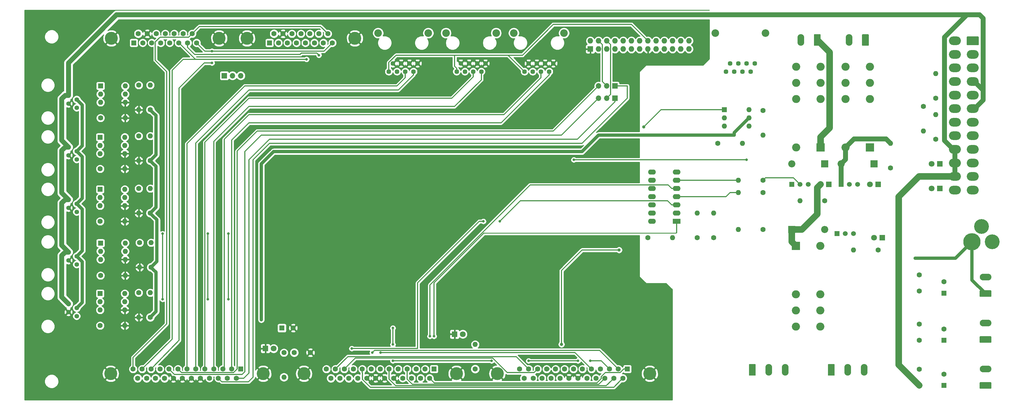
<source format=gbr>
G04 #@! TF.GenerationSoftware,KiCad,Pcbnew,5.1.5-52549c5~86~ubuntu18.04.1*
G04 #@! TF.CreationDate,2020-04-28T19:14:53+01:00*
G04 #@! TF.ProjectId,UnifiedBreakout,556e6966-6965-4644-9272-65616b6f7574,rev?*
G04 #@! TF.SameCoordinates,Original*
G04 #@! TF.FileFunction,Copper,L1,Top*
G04 #@! TF.FilePolarity,Positive*
%FSLAX46Y46*%
G04 Gerber Fmt 4.6, Leading zero omitted, Abs format (unit mm)*
G04 Created by KiCad (PCBNEW 5.1.5-52549c5~86~ubuntu18.04.1) date 2020-04-28 19:14:53*
%MOMM*%
%LPD*%
G04 APERTURE LIST*
%ADD10R,1.600000X1.600000*%
%ADD11C,1.600000*%
%ADD12C,4.000000*%
%ADD13C,2.355000*%
%ADD14C,1.446000*%
%ADD15O,1.600000X1.600000*%
%ADD16O,1.727200X1.727200*%
%ADD17R,1.727200X1.727200*%
%ADD18C,4.575000*%
%ADD19C,5.340000*%
%ADD20C,1.400000*%
%ADD21O,2.080000X3.600000*%
%ADD22C,0.100000*%
%ADD23O,3.700000X2.700000*%
%ADD24O,2.400000X1.600000*%
%ADD25R,2.400000X1.600000*%
%ADD26O,2.500000X2.500000*%
%ADD27R,2.500000X2.500000*%
%ADD28R,1.500000X1.500000*%
%ADD29C,1.500000*%
%ADD30O,1.700000X1.700000*%
%ADD31R,1.700000X1.700000*%
%ADD32O,3.600000X2.080000*%
%ADD33O,2.200000X2.200000*%
%ADD34R,2.200000X2.200000*%
%ADD35C,1.800000*%
%ADD36R,1.800000X1.800000*%
%ADD37C,1.000000*%
%ADD38C,0.800000*%
%ADD39C,1.500000*%
%ADD40C,2.000000*%
%ADD41C,1.000000*%
%ADD42C,0.300000*%
%ADD43C,0.250000*%
%ADD44C,0.350000*%
%ADD45C,0.254000*%
G04 APERTURE END LIST*
D10*
X59690000Y-116205000D03*
D11*
X62460000Y-116205000D03*
X65230000Y-116205000D03*
X68000000Y-116205000D03*
X70770000Y-116205000D03*
X73540000Y-116205000D03*
X76310000Y-116205000D03*
X79080000Y-116205000D03*
X61075000Y-113365000D03*
X63845000Y-113365000D03*
X66615000Y-113365000D03*
X69385000Y-113365000D03*
X72155000Y-113365000D03*
X74925000Y-113365000D03*
X77695000Y-113365000D03*
D12*
X86035000Y-114785000D03*
X52735000Y-114785000D03*
D10*
X17780000Y-116205000D03*
D11*
X20550000Y-116205000D03*
X23320000Y-116205000D03*
X26090000Y-116205000D03*
X28860000Y-116205000D03*
X31630000Y-116205000D03*
X34400000Y-116205000D03*
X37170000Y-116205000D03*
X19165000Y-113365000D03*
X21935000Y-113365000D03*
X24705000Y-113365000D03*
X27475000Y-113365000D03*
X30245000Y-113365000D03*
X33015000Y-113365000D03*
X35785000Y-113365000D03*
D12*
X44125000Y-114785000D03*
X10825000Y-114785000D03*
D13*
X212850000Y-113155000D03*
X197360000Y-113155000D03*
D14*
X200660000Y-125095000D03*
X201930000Y-122555000D03*
X203200000Y-125095000D03*
X204470000Y-122555000D03*
X205740000Y-125095000D03*
X207010000Y-122555000D03*
X208280000Y-125095000D03*
X209550000Y-122555000D03*
D15*
X15113000Y-139446000D03*
D11*
X7493000Y-139446000D03*
D15*
X14986000Y-171450000D03*
D11*
X7366000Y-171450000D03*
D15*
X15113000Y-188214000D03*
D11*
X7493000Y-188214000D03*
D15*
X14986000Y-155194000D03*
D11*
X7366000Y-155194000D03*
D15*
X23114000Y-178054000D03*
D11*
X23114000Y-185674000D03*
D15*
X22860000Y-193548000D03*
D11*
X22860000Y-201168000D03*
D15*
X22860000Y-161290000D03*
D11*
X22860000Y-168910000D03*
D15*
X22860000Y-145034000D03*
D11*
X22860000Y-152654000D03*
D15*
X22860000Y-129286000D03*
D11*
X22860000Y-136906000D03*
D15*
X191770000Y-168910000D03*
D11*
X191770000Y-176530000D03*
D15*
X196850000Y-168910000D03*
D11*
X196850000Y-176530000D03*
D15*
X184150000Y-176530000D03*
D11*
X176530000Y-176530000D03*
D15*
X19558000Y-185674000D03*
D11*
X19558000Y-178054000D03*
D15*
X19304000Y-201168000D03*
D11*
X19304000Y-193548000D03*
D15*
X14986000Y-203708000D03*
D11*
X7366000Y-203708000D03*
D15*
X19304000Y-168910000D03*
D11*
X19304000Y-161290000D03*
D15*
X19304000Y-152654000D03*
D11*
X19304000Y-145034000D03*
D15*
X19304000Y-136906000D03*
D11*
X19304000Y-129286000D03*
D15*
X223520000Y-165100000D03*
D11*
X231140000Y-165100000D03*
D15*
X204470000Y-158750000D03*
D11*
X212090000Y-158750000D03*
D15*
X251460000Y-147320000D03*
D11*
X251460000Y-154940000D03*
D15*
X204470000Y-162560000D03*
D11*
X212090000Y-162560000D03*
D15*
X240030000Y-180340000D03*
D11*
X247650000Y-180340000D03*
D15*
X204470000Y-173990000D03*
D11*
X212090000Y-173990000D03*
D15*
X205740000Y-147320000D03*
D11*
X198120000Y-147320000D03*
D15*
X212090000Y-144780000D03*
D11*
X212090000Y-137160000D03*
D15*
X261620000Y-143510000D03*
D11*
X261620000Y-135890000D03*
D15*
X265430000Y-138430000D03*
D11*
X265430000Y-146050000D03*
D15*
X123190000Y-209550000D03*
D11*
X123190000Y-217170000D03*
D15*
X64135000Y-219710000D03*
D11*
X64135000Y-212090000D03*
D15*
X265430000Y-125730000D03*
D11*
X265430000Y-133350000D03*
X72310000Y-212090000D03*
X67310000Y-212090000D03*
X260350000Y-203280000D03*
X260350000Y-208280000D03*
X260350000Y-188040000D03*
X260350000Y-193040000D03*
X260350000Y-217250000D03*
X260350000Y-222250000D03*
D12*
X177110000Y-218590000D03*
X130010000Y-218590000D03*
D11*
X138325000Y-220010000D03*
X141095000Y-220010000D03*
X143865000Y-220010000D03*
X146635000Y-220010000D03*
X149405000Y-220010000D03*
X152175000Y-220010000D03*
X154945000Y-220010000D03*
X157715000Y-220010000D03*
X160485000Y-220010000D03*
X163255000Y-220010000D03*
X166025000Y-220010000D03*
X168795000Y-220010000D03*
X136940000Y-217170000D03*
X139710000Y-217170000D03*
X142480000Y-217170000D03*
X145250000Y-217170000D03*
X148020000Y-217170000D03*
X150790000Y-217170000D03*
X153560000Y-217170000D03*
X156330000Y-217170000D03*
X159100000Y-217170000D03*
X161870000Y-217170000D03*
X164640000Y-217170000D03*
X167410000Y-217170000D03*
D10*
X170180000Y-217170000D03*
D12*
X117420000Y-218590000D03*
X70320000Y-218590000D03*
D11*
X78635000Y-220010000D03*
X81405000Y-220010000D03*
X84175000Y-220010000D03*
X86945000Y-220010000D03*
X89715000Y-220010000D03*
X92485000Y-220010000D03*
X95255000Y-220010000D03*
X98025000Y-220010000D03*
X100795000Y-220010000D03*
X103565000Y-220010000D03*
X106335000Y-220010000D03*
X109105000Y-220010000D03*
X77250000Y-217170000D03*
X80020000Y-217170000D03*
X82790000Y-217170000D03*
X85560000Y-217170000D03*
X88330000Y-217170000D03*
X91100000Y-217170000D03*
X93870000Y-217170000D03*
X96640000Y-217170000D03*
X99410000Y-217170000D03*
X102180000Y-217170000D03*
X104950000Y-217170000D03*
X107720000Y-217170000D03*
D10*
X110490000Y-217170000D03*
D16*
X189230000Y-115570000D03*
X189230000Y-118110000D03*
X186690000Y-115570000D03*
X186690000Y-118110000D03*
X184150000Y-115570000D03*
X184150000Y-118110000D03*
X181610000Y-115570000D03*
X181610000Y-118110000D03*
X179070000Y-115570000D03*
X179070000Y-118110000D03*
X176530000Y-115570000D03*
X176530000Y-118110000D03*
X173990000Y-115570000D03*
X173990000Y-118110000D03*
X171450000Y-115570000D03*
X171450000Y-118110000D03*
X168910000Y-115570000D03*
X168910000Y-118110000D03*
X166370000Y-115570000D03*
X166370000Y-118110000D03*
X163830000Y-115570000D03*
X163830000Y-118110000D03*
X161290000Y-115570000D03*
X161290000Y-118110000D03*
X158750000Y-115570000D03*
D17*
X158750000Y-118110000D03*
D11*
X67000000Y-204470000D03*
D10*
X63500000Y-204470000D03*
D11*
X267970000Y-204780000D03*
D10*
X267970000Y-208280000D03*
D11*
X267970000Y-190175000D03*
D10*
X267970000Y-193675000D03*
D11*
X267970000Y-218750000D03*
D10*
X267970000Y-222250000D03*
D18*
X282856000Y-177800000D03*
X279606000Y-173000000D03*
D19*
X276606000Y-177800000D03*
D20*
X127000Y-184785000D03*
X-2413000Y-183515000D03*
X127000Y-182245000D03*
X-2413000Y-180975000D03*
X127000Y-200787000D03*
X-2413000Y-199517000D03*
X127000Y-198247000D03*
X-2413000Y-196977000D03*
X127000Y-168529000D03*
X-2413000Y-167259000D03*
X127000Y-165989000D03*
X-2413000Y-164719000D03*
X127000Y-152273000D03*
X-2413000Y-151003000D03*
X127000Y-149733000D03*
X-2413000Y-148463000D03*
X127000Y-136271000D03*
X-2413000Y-135001000D03*
X127000Y-133731000D03*
X-2413000Y-132461000D03*
D14*
X105410000Y-122555000D03*
X104140000Y-125095000D03*
X102870000Y-122555000D03*
X101600000Y-125095000D03*
X100330000Y-122555000D03*
X99060000Y-125095000D03*
X97790000Y-122555000D03*
X96520000Y-125095000D03*
D13*
X93220000Y-113155000D03*
X108710000Y-113155000D03*
D14*
X126365000Y-122555000D03*
X125095000Y-125095000D03*
X123825000Y-122555000D03*
X122555000Y-125095000D03*
X121285000Y-122555000D03*
X120015000Y-125095000D03*
X118745000Y-122555000D03*
X117475000Y-125095000D03*
D13*
X114175000Y-113155000D03*
X129665000Y-113155000D03*
D14*
X147320000Y-122555000D03*
X146050000Y-125095000D03*
X144780000Y-122555000D03*
X143510000Y-125095000D03*
X142240000Y-122555000D03*
X140970000Y-125095000D03*
X139700000Y-122555000D03*
X138430000Y-125095000D03*
D13*
X135130000Y-113155000D03*
X150620000Y-113155000D03*
D21*
X218948000Y-217424000D03*
X213868000Y-217424000D03*
G04 #@! TA.AperFunction,ComponentPad*
D22*
G36*
X209602505Y-215625204D02*
G01*
X209626773Y-215628804D01*
X209650572Y-215634765D01*
X209673671Y-215643030D01*
X209695850Y-215653520D01*
X209716893Y-215666132D01*
X209736599Y-215680747D01*
X209754777Y-215697223D01*
X209771253Y-215715401D01*
X209785868Y-215735107D01*
X209798480Y-215756150D01*
X209808970Y-215778329D01*
X209817235Y-215801428D01*
X209823196Y-215825227D01*
X209826796Y-215849495D01*
X209828000Y-215873999D01*
X209828000Y-218974001D01*
X209826796Y-218998505D01*
X209823196Y-219022773D01*
X209817235Y-219046572D01*
X209808970Y-219069671D01*
X209798480Y-219091850D01*
X209785868Y-219112893D01*
X209771253Y-219132599D01*
X209754777Y-219150777D01*
X209736599Y-219167253D01*
X209716893Y-219181868D01*
X209695850Y-219194480D01*
X209673671Y-219204970D01*
X209650572Y-219213235D01*
X209626773Y-219219196D01*
X209602505Y-219222796D01*
X209578001Y-219224000D01*
X207997999Y-219224000D01*
X207973495Y-219222796D01*
X207949227Y-219219196D01*
X207925428Y-219213235D01*
X207902329Y-219204970D01*
X207880150Y-219194480D01*
X207859107Y-219181868D01*
X207839401Y-219167253D01*
X207821223Y-219150777D01*
X207804747Y-219132599D01*
X207790132Y-219112893D01*
X207777520Y-219091850D01*
X207767030Y-219069671D01*
X207758765Y-219046572D01*
X207752804Y-219022773D01*
X207749204Y-218998505D01*
X207748000Y-218974001D01*
X207748000Y-215873999D01*
X207749204Y-215849495D01*
X207752804Y-215825227D01*
X207758765Y-215801428D01*
X207767030Y-215778329D01*
X207777520Y-215756150D01*
X207790132Y-215735107D01*
X207804747Y-215715401D01*
X207821223Y-215697223D01*
X207839401Y-215680747D01*
X207859107Y-215666132D01*
X207880150Y-215653520D01*
X207902329Y-215643030D01*
X207925428Y-215634765D01*
X207949227Y-215628804D01*
X207973495Y-215625204D01*
X207997999Y-215624000D01*
X209578001Y-215624000D01*
X209602505Y-215625204D01*
G37*
G04 #@! TD.AperFunction*
D21*
X243332000Y-217424000D03*
X238252000Y-217424000D03*
G04 #@! TA.AperFunction,ComponentPad*
D22*
G36*
X233986505Y-215625204D02*
G01*
X234010773Y-215628804D01*
X234034572Y-215634765D01*
X234057671Y-215643030D01*
X234079850Y-215653520D01*
X234100893Y-215666132D01*
X234120599Y-215680747D01*
X234138777Y-215697223D01*
X234155253Y-215715401D01*
X234169868Y-215735107D01*
X234182480Y-215756150D01*
X234192970Y-215778329D01*
X234201235Y-215801428D01*
X234207196Y-215825227D01*
X234210796Y-215849495D01*
X234212000Y-215873999D01*
X234212000Y-218974001D01*
X234210796Y-218998505D01*
X234207196Y-219022773D01*
X234201235Y-219046572D01*
X234192970Y-219069671D01*
X234182480Y-219091850D01*
X234169868Y-219112893D01*
X234155253Y-219132599D01*
X234138777Y-219150777D01*
X234120599Y-219167253D01*
X234100893Y-219181868D01*
X234079850Y-219194480D01*
X234057671Y-219204970D01*
X234034572Y-219213235D01*
X234010773Y-219219196D01*
X233986505Y-219222796D01*
X233962001Y-219224000D01*
X232381999Y-219224000D01*
X232357495Y-219222796D01*
X232333227Y-219219196D01*
X232309428Y-219213235D01*
X232286329Y-219204970D01*
X232264150Y-219194480D01*
X232243107Y-219181868D01*
X232223401Y-219167253D01*
X232205223Y-219150777D01*
X232188747Y-219132599D01*
X232174132Y-219112893D01*
X232161520Y-219091850D01*
X232151030Y-219069671D01*
X232142765Y-219046572D01*
X232136804Y-219022773D01*
X232133204Y-218998505D01*
X232132000Y-218974001D01*
X232132000Y-215873999D01*
X232133204Y-215849495D01*
X232136804Y-215825227D01*
X232142765Y-215801428D01*
X232151030Y-215778329D01*
X232161520Y-215756150D01*
X232174132Y-215735107D01*
X232188747Y-215715401D01*
X232205223Y-215697223D01*
X232223401Y-215680747D01*
X232243107Y-215666132D01*
X232264150Y-215653520D01*
X232286329Y-215643030D01*
X232309428Y-215634765D01*
X232333227Y-215628804D01*
X232357495Y-215625204D01*
X232381999Y-215624000D01*
X233962001Y-215624000D01*
X233986505Y-215625204D01*
G37*
G04 #@! TD.AperFunction*
D21*
X223774000Y-115316000D03*
G04 #@! TA.AperFunction,ComponentPad*
D22*
G36*
X229668505Y-113517204D02*
G01*
X229692773Y-113520804D01*
X229716572Y-113526765D01*
X229739671Y-113535030D01*
X229761850Y-113545520D01*
X229782893Y-113558132D01*
X229802599Y-113572747D01*
X229820777Y-113589223D01*
X229837253Y-113607401D01*
X229851868Y-113627107D01*
X229864480Y-113648150D01*
X229874970Y-113670329D01*
X229883235Y-113693428D01*
X229889196Y-113717227D01*
X229892796Y-113741495D01*
X229894000Y-113765999D01*
X229894000Y-116866001D01*
X229892796Y-116890505D01*
X229889196Y-116914773D01*
X229883235Y-116938572D01*
X229874970Y-116961671D01*
X229864480Y-116983850D01*
X229851868Y-117004893D01*
X229837253Y-117024599D01*
X229820777Y-117042777D01*
X229802599Y-117059253D01*
X229782893Y-117073868D01*
X229761850Y-117086480D01*
X229739671Y-117096970D01*
X229716572Y-117105235D01*
X229692773Y-117111196D01*
X229668505Y-117114796D01*
X229644001Y-117116000D01*
X228063999Y-117116000D01*
X228039495Y-117114796D01*
X228015227Y-117111196D01*
X227991428Y-117105235D01*
X227968329Y-117096970D01*
X227946150Y-117086480D01*
X227925107Y-117073868D01*
X227905401Y-117059253D01*
X227887223Y-117042777D01*
X227870747Y-117024599D01*
X227856132Y-117004893D01*
X227843520Y-116983850D01*
X227833030Y-116961671D01*
X227824765Y-116938572D01*
X227818804Y-116914773D01*
X227815204Y-116890505D01*
X227814000Y-116866001D01*
X227814000Y-113765999D01*
X227815204Y-113741495D01*
X227818804Y-113717227D01*
X227824765Y-113693428D01*
X227833030Y-113670329D01*
X227843520Y-113648150D01*
X227856132Y-113627107D01*
X227870747Y-113607401D01*
X227887223Y-113589223D01*
X227905401Y-113572747D01*
X227925107Y-113558132D01*
X227946150Y-113545520D01*
X227968329Y-113535030D01*
X227991428Y-113526765D01*
X228015227Y-113520804D01*
X228039495Y-113517204D01*
X228063999Y-113516000D01*
X229644001Y-113516000D01*
X229668505Y-113517204D01*
G37*
G04 #@! TD.AperFunction*
D21*
X238633000Y-115316000D03*
G04 #@! TA.AperFunction,ComponentPad*
D22*
G36*
X244527505Y-113517204D02*
G01*
X244551773Y-113520804D01*
X244575572Y-113526765D01*
X244598671Y-113535030D01*
X244620850Y-113545520D01*
X244641893Y-113558132D01*
X244661599Y-113572747D01*
X244679777Y-113589223D01*
X244696253Y-113607401D01*
X244710868Y-113627107D01*
X244723480Y-113648150D01*
X244733970Y-113670329D01*
X244742235Y-113693428D01*
X244748196Y-113717227D01*
X244751796Y-113741495D01*
X244753000Y-113765999D01*
X244753000Y-116866001D01*
X244751796Y-116890505D01*
X244748196Y-116914773D01*
X244742235Y-116938572D01*
X244733970Y-116961671D01*
X244723480Y-116983850D01*
X244710868Y-117004893D01*
X244696253Y-117024599D01*
X244679777Y-117042777D01*
X244661599Y-117059253D01*
X244641893Y-117073868D01*
X244620850Y-117086480D01*
X244598671Y-117096970D01*
X244575572Y-117105235D01*
X244551773Y-117111196D01*
X244527505Y-117114796D01*
X244503001Y-117116000D01*
X242922999Y-117116000D01*
X242898495Y-117114796D01*
X242874227Y-117111196D01*
X242850428Y-117105235D01*
X242827329Y-117096970D01*
X242805150Y-117086480D01*
X242784107Y-117073868D01*
X242764401Y-117059253D01*
X242746223Y-117042777D01*
X242729747Y-117024599D01*
X242715132Y-117004893D01*
X242702520Y-116983850D01*
X242692030Y-116961671D01*
X242683765Y-116938572D01*
X242677804Y-116914773D01*
X242674204Y-116890505D01*
X242673000Y-116866001D01*
X242673000Y-113765999D01*
X242674204Y-113741495D01*
X242677804Y-113717227D01*
X242683765Y-113693428D01*
X242692030Y-113670329D01*
X242702520Y-113648150D01*
X242715132Y-113627107D01*
X242729747Y-113607401D01*
X242746223Y-113589223D01*
X242764401Y-113572747D01*
X242784107Y-113558132D01*
X242805150Y-113545520D01*
X242827329Y-113535030D01*
X242850428Y-113526765D01*
X242874227Y-113520804D01*
X242898495Y-113517204D01*
X242922999Y-113516000D01*
X244503001Y-113516000D01*
X244527505Y-113517204D01*
G37*
G04 #@! TD.AperFunction*
D23*
X271360000Y-161770000D03*
X271360000Y-157570000D03*
X271360000Y-153370000D03*
X271360000Y-149170000D03*
X271360000Y-144970000D03*
X271360000Y-140770000D03*
X271360000Y-136570000D03*
X271360000Y-132370000D03*
X271360000Y-128170000D03*
X271360000Y-123970000D03*
X271360000Y-119770000D03*
X271360000Y-115570000D03*
X276860000Y-161770000D03*
X276860000Y-157570000D03*
X276860000Y-153370000D03*
X276860000Y-149170000D03*
X276860000Y-144970000D03*
X276860000Y-140770000D03*
X276860000Y-136570000D03*
X276860000Y-132370000D03*
X276860000Y-128170000D03*
X276860000Y-123970000D03*
X276860000Y-119770000D03*
G04 #@! TA.AperFunction,ComponentPad*
D22*
G36*
X278484503Y-114221204D02*
G01*
X278508772Y-114224804D01*
X278532570Y-114230765D01*
X278555670Y-114239030D01*
X278577849Y-114249520D01*
X278598892Y-114262133D01*
X278618598Y-114276748D01*
X278636776Y-114293224D01*
X278653252Y-114311402D01*
X278667867Y-114331108D01*
X278680480Y-114352151D01*
X278690970Y-114374330D01*
X278699235Y-114397430D01*
X278705196Y-114421228D01*
X278708796Y-114445497D01*
X278710000Y-114470001D01*
X278710000Y-116669999D01*
X278708796Y-116694503D01*
X278705196Y-116718772D01*
X278699235Y-116742570D01*
X278690970Y-116765670D01*
X278680480Y-116787849D01*
X278667867Y-116808892D01*
X278653252Y-116828598D01*
X278636776Y-116846776D01*
X278618598Y-116863252D01*
X278598892Y-116877867D01*
X278577849Y-116890480D01*
X278555670Y-116900970D01*
X278532570Y-116909235D01*
X278508772Y-116915196D01*
X278484503Y-116918796D01*
X278459999Y-116920000D01*
X275260001Y-116920000D01*
X275235497Y-116918796D01*
X275211228Y-116915196D01*
X275187430Y-116909235D01*
X275164330Y-116900970D01*
X275142151Y-116890480D01*
X275121108Y-116877867D01*
X275101402Y-116863252D01*
X275083224Y-116846776D01*
X275066748Y-116828598D01*
X275052133Y-116808892D01*
X275039520Y-116787849D01*
X275029030Y-116765670D01*
X275020765Y-116742570D01*
X275014804Y-116718772D01*
X275011204Y-116694503D01*
X275010000Y-116669999D01*
X275010000Y-114470001D01*
X275011204Y-114445497D01*
X275014804Y-114421228D01*
X275020765Y-114397430D01*
X275029030Y-114374330D01*
X275039520Y-114352151D01*
X275052133Y-114331108D01*
X275066748Y-114311402D01*
X275083224Y-114293224D01*
X275101402Y-114276748D01*
X275121108Y-114262133D01*
X275142151Y-114249520D01*
X275164330Y-114239030D01*
X275187430Y-114230765D01*
X275211228Y-114224804D01*
X275235497Y-114221204D01*
X275260001Y-114220000D01*
X278459999Y-114220000D01*
X278484503Y-114221204D01*
G37*
G04 #@! TD.AperFunction*
D24*
X177800000Y-171450000D03*
X185420000Y-156210000D03*
X177800000Y-168910000D03*
X185420000Y-158750000D03*
X177800000Y-166370000D03*
X185420000Y-161290000D03*
X177800000Y-163830000D03*
X185420000Y-163830000D03*
X177800000Y-161290000D03*
X185420000Y-166370000D03*
X177800000Y-158750000D03*
X185420000Y-168910000D03*
X177800000Y-156210000D03*
D25*
X185420000Y-171450000D03*
D15*
X15113000Y-178181000D03*
X7493000Y-183261000D03*
X15113000Y-180721000D03*
X7493000Y-180721000D03*
X15113000Y-183261000D03*
D10*
X7493000Y-178181000D03*
D15*
X14986000Y-193802000D03*
X7366000Y-198882000D03*
X14986000Y-196342000D03*
X7366000Y-196342000D03*
X14986000Y-198882000D03*
D10*
X7366000Y-193802000D03*
D15*
X14986000Y-161544000D03*
X7366000Y-166624000D03*
X14986000Y-164084000D03*
X7366000Y-164084000D03*
X14986000Y-166624000D03*
D10*
X7366000Y-161544000D03*
D15*
X14986000Y-145415000D03*
X7366000Y-150495000D03*
X14986000Y-147955000D03*
X7366000Y-147955000D03*
X14986000Y-150495000D03*
D10*
X7366000Y-145415000D03*
D15*
X15113000Y-129540000D03*
X7493000Y-134620000D03*
X15113000Y-132080000D03*
X7493000Y-132080000D03*
X15113000Y-134620000D03*
D10*
X7493000Y-129540000D03*
D15*
X207772000Y-136906000D03*
X200152000Y-141986000D03*
X207772000Y-139446000D03*
X200152000Y-139446000D03*
X207772000Y-141986000D03*
D10*
X200152000Y-136906000D03*
D26*
X222370000Y-148590000D03*
X222370000Y-133590000D03*
X222370000Y-128590000D03*
X222370000Y-123590000D03*
X229870000Y-123590000D03*
X229870000Y-128590000D03*
X229870000Y-133590000D03*
D27*
X229870000Y-148590000D03*
D26*
X237610000Y-148590000D03*
X237610000Y-133590000D03*
X237610000Y-128590000D03*
X237610000Y-123590000D03*
X245110000Y-123590000D03*
X245110000Y-128590000D03*
X245110000Y-133590000D03*
D27*
X245110000Y-148590000D03*
D26*
X229750000Y-179070000D03*
X229750000Y-194070000D03*
X229750000Y-199070000D03*
X229750000Y-204070000D03*
X222250000Y-204070000D03*
X222250000Y-199070000D03*
X222250000Y-194070000D03*
D27*
X222250000Y-179070000D03*
D28*
X220980000Y-160020000D03*
D29*
X226060000Y-160020000D03*
X223520000Y-160020000D03*
D28*
X236220000Y-160020000D03*
D29*
X241300000Y-160020000D03*
X238760000Y-160020000D03*
D28*
X234950000Y-175260000D03*
D29*
X240030000Y-175260000D03*
X237490000Y-175260000D03*
D30*
X161290000Y-133350000D03*
X163830000Y-133350000D03*
D31*
X166370000Y-133350000D03*
D30*
X161290000Y-129540000D03*
X163830000Y-129540000D03*
D31*
X166370000Y-129540000D03*
D30*
X50800000Y-126365000D03*
X48260000Y-126365000D03*
D31*
X45720000Y-126365000D03*
D12*
X57730000Y-218590000D03*
X10630000Y-218590000D03*
D11*
X18945000Y-220010000D03*
X21715000Y-220010000D03*
X24485000Y-220010000D03*
X27255000Y-220010000D03*
X30025000Y-220010000D03*
X32795000Y-220010000D03*
X35565000Y-220010000D03*
X38335000Y-220010000D03*
X41105000Y-220010000D03*
X43875000Y-220010000D03*
X46645000Y-220010000D03*
X49415000Y-220010000D03*
X17560000Y-217170000D03*
X20330000Y-217170000D03*
X23100000Y-217170000D03*
X25870000Y-217170000D03*
X28640000Y-217170000D03*
X31410000Y-217170000D03*
X34180000Y-217170000D03*
X36950000Y-217170000D03*
X39720000Y-217170000D03*
X42490000Y-217170000D03*
X45260000Y-217170000D03*
X48030000Y-217170000D03*
D10*
X50800000Y-217170000D03*
D32*
X280797000Y-202946000D03*
G04 #@! TA.AperFunction,ComponentPad*
D22*
G36*
X282371505Y-206987204D02*
G01*
X282395773Y-206990804D01*
X282419572Y-206996765D01*
X282442671Y-207005030D01*
X282464850Y-207015520D01*
X282485893Y-207028132D01*
X282505599Y-207042747D01*
X282523777Y-207059223D01*
X282540253Y-207077401D01*
X282554868Y-207097107D01*
X282567480Y-207118150D01*
X282577970Y-207140329D01*
X282586235Y-207163428D01*
X282592196Y-207187227D01*
X282595796Y-207211495D01*
X282597000Y-207235999D01*
X282597000Y-208816001D01*
X282595796Y-208840505D01*
X282592196Y-208864773D01*
X282586235Y-208888572D01*
X282577970Y-208911671D01*
X282567480Y-208933850D01*
X282554868Y-208954893D01*
X282540253Y-208974599D01*
X282523777Y-208992777D01*
X282505599Y-209009253D01*
X282485893Y-209023868D01*
X282464850Y-209036480D01*
X282442671Y-209046970D01*
X282419572Y-209055235D01*
X282395773Y-209061196D01*
X282371505Y-209064796D01*
X282347001Y-209066000D01*
X279246999Y-209066000D01*
X279222495Y-209064796D01*
X279198227Y-209061196D01*
X279174428Y-209055235D01*
X279151329Y-209046970D01*
X279129150Y-209036480D01*
X279108107Y-209023868D01*
X279088401Y-209009253D01*
X279070223Y-208992777D01*
X279053747Y-208974599D01*
X279039132Y-208954893D01*
X279026520Y-208933850D01*
X279016030Y-208911671D01*
X279007765Y-208888572D01*
X279001804Y-208864773D01*
X278998204Y-208840505D01*
X278997000Y-208816001D01*
X278997000Y-207235999D01*
X278998204Y-207211495D01*
X279001804Y-207187227D01*
X279007765Y-207163428D01*
X279016030Y-207140329D01*
X279026520Y-207118150D01*
X279039132Y-207097107D01*
X279053747Y-207077401D01*
X279070223Y-207059223D01*
X279088401Y-207042747D01*
X279108107Y-207028132D01*
X279129150Y-207015520D01*
X279151329Y-207005030D01*
X279174428Y-206996765D01*
X279198227Y-206990804D01*
X279222495Y-206987204D01*
X279246999Y-206986000D01*
X282347001Y-206986000D01*
X282371505Y-206987204D01*
G37*
G04 #@! TD.AperFunction*
D32*
X280797000Y-188722000D03*
G04 #@! TA.AperFunction,ComponentPad*
D22*
G36*
X282371505Y-192763204D02*
G01*
X282395773Y-192766804D01*
X282419572Y-192772765D01*
X282442671Y-192781030D01*
X282464850Y-192791520D01*
X282485893Y-192804132D01*
X282505599Y-192818747D01*
X282523777Y-192835223D01*
X282540253Y-192853401D01*
X282554868Y-192873107D01*
X282567480Y-192894150D01*
X282577970Y-192916329D01*
X282586235Y-192939428D01*
X282592196Y-192963227D01*
X282595796Y-192987495D01*
X282597000Y-193011999D01*
X282597000Y-194592001D01*
X282595796Y-194616505D01*
X282592196Y-194640773D01*
X282586235Y-194664572D01*
X282577970Y-194687671D01*
X282567480Y-194709850D01*
X282554868Y-194730893D01*
X282540253Y-194750599D01*
X282523777Y-194768777D01*
X282505599Y-194785253D01*
X282485893Y-194799868D01*
X282464850Y-194812480D01*
X282442671Y-194822970D01*
X282419572Y-194831235D01*
X282395773Y-194837196D01*
X282371505Y-194840796D01*
X282347001Y-194842000D01*
X279246999Y-194842000D01*
X279222495Y-194840796D01*
X279198227Y-194837196D01*
X279174428Y-194831235D01*
X279151329Y-194822970D01*
X279129150Y-194812480D01*
X279108107Y-194799868D01*
X279088401Y-194785253D01*
X279070223Y-194768777D01*
X279053747Y-194750599D01*
X279039132Y-194730893D01*
X279026520Y-194709850D01*
X279016030Y-194687671D01*
X279007765Y-194664572D01*
X279001804Y-194640773D01*
X278998204Y-194616505D01*
X278997000Y-194592001D01*
X278997000Y-193011999D01*
X278998204Y-192987495D01*
X279001804Y-192963227D01*
X279007765Y-192939428D01*
X279016030Y-192916329D01*
X279026520Y-192894150D01*
X279039132Y-192873107D01*
X279053747Y-192853401D01*
X279070223Y-192835223D01*
X279088401Y-192818747D01*
X279108107Y-192804132D01*
X279129150Y-192791520D01*
X279151329Y-192781030D01*
X279174428Y-192772765D01*
X279198227Y-192766804D01*
X279222495Y-192763204D01*
X279246999Y-192762000D01*
X282347001Y-192762000D01*
X282371505Y-192763204D01*
G37*
G04 #@! TD.AperFunction*
D32*
X280797000Y-217170000D03*
G04 #@! TA.AperFunction,ComponentPad*
D22*
G36*
X282371505Y-221211204D02*
G01*
X282395773Y-221214804D01*
X282419572Y-221220765D01*
X282442671Y-221229030D01*
X282464850Y-221239520D01*
X282485893Y-221252132D01*
X282505599Y-221266747D01*
X282523777Y-221283223D01*
X282540253Y-221301401D01*
X282554868Y-221321107D01*
X282567480Y-221342150D01*
X282577970Y-221364329D01*
X282586235Y-221387428D01*
X282592196Y-221411227D01*
X282595796Y-221435495D01*
X282597000Y-221459999D01*
X282597000Y-223040001D01*
X282595796Y-223064505D01*
X282592196Y-223088773D01*
X282586235Y-223112572D01*
X282577970Y-223135671D01*
X282567480Y-223157850D01*
X282554868Y-223178893D01*
X282540253Y-223198599D01*
X282523777Y-223216777D01*
X282505599Y-223233253D01*
X282485893Y-223247868D01*
X282464850Y-223260480D01*
X282442671Y-223270970D01*
X282419572Y-223279235D01*
X282395773Y-223285196D01*
X282371505Y-223288796D01*
X282347001Y-223290000D01*
X279246999Y-223290000D01*
X279222495Y-223288796D01*
X279198227Y-223285196D01*
X279174428Y-223279235D01*
X279151329Y-223270970D01*
X279129150Y-223260480D01*
X279108107Y-223247868D01*
X279088401Y-223233253D01*
X279070223Y-223216777D01*
X279053747Y-223198599D01*
X279039132Y-223178893D01*
X279026520Y-223157850D01*
X279016030Y-223135671D01*
X279007765Y-223112572D01*
X279001804Y-223088773D01*
X278998204Y-223064505D01*
X278997000Y-223040001D01*
X278997000Y-221459999D01*
X278998204Y-221435495D01*
X279001804Y-221411227D01*
X279007765Y-221387428D01*
X279016030Y-221364329D01*
X279026520Y-221342150D01*
X279039132Y-221321107D01*
X279053747Y-221301401D01*
X279070223Y-221283223D01*
X279088401Y-221266747D01*
X279108107Y-221252132D01*
X279129150Y-221239520D01*
X279151329Y-221229030D01*
X279174428Y-221220765D01*
X279198227Y-221214804D01*
X279222495Y-221211204D01*
X279246999Y-221210000D01*
X282347001Y-221210000D01*
X282371505Y-221211204D01*
G37*
G04 #@! TD.AperFunction*
D33*
X220980000Y-153670000D03*
D34*
X231140000Y-153670000D03*
D35*
X229870000Y-160020000D03*
D36*
X232410000Y-160020000D03*
D33*
X236220000Y-153670000D03*
D34*
X246380000Y-153670000D03*
D35*
X245110000Y-160020000D03*
D36*
X247650000Y-160020000D03*
D33*
X231140000Y-173990000D03*
D34*
X220980000Y-173990000D03*
D35*
X246380000Y-176530000D03*
D36*
X248920000Y-176530000D03*
D35*
X264160000Y-153670000D03*
D36*
X266700000Y-153670000D03*
D35*
X264160000Y-161290000D03*
D36*
X266700000Y-161290000D03*
D35*
X119380000Y-206375000D03*
D36*
X116840000Y-206375000D03*
D35*
X60960000Y-210820000D03*
D36*
X58420000Y-210820000D03*
D37*
X259080000Y-182880000D03*
D38*
X153670000Y-152400000D03*
X97790000Y-204470000D03*
X97790000Y-209550000D03*
X207010000Y-152400000D03*
X109220000Y-207010000D03*
X130810000Y-171450000D03*
X125730000Y-171450000D03*
X85090000Y-210820000D03*
X91440000Y-212090000D03*
X93980000Y-212090000D03*
X97790000Y-214630000D03*
X128270000Y-214630000D03*
X139700000Y-214630000D03*
X154940000Y-214630000D03*
X158750000Y-214630000D03*
X110490000Y-207010000D03*
X40640000Y-195580000D03*
X40640000Y-175260000D03*
X46990000Y-195580000D03*
X46990000Y-175260000D03*
X71120000Y-121285000D03*
X41910000Y-118745000D03*
X41910000Y-122425000D03*
X26670000Y-195580000D03*
X26670000Y-175260000D03*
D37*
X57150000Y-201930000D03*
D38*
X74930000Y-120015000D03*
D37*
X175260000Y-142240000D03*
X167640000Y-180340000D03*
X149860000Y-209550000D03*
D39*
X-3402949Y-148463000D02*
X-2413000Y-148463000D01*
X-4463001Y-149523052D02*
X-3402949Y-148463000D01*
X-4463001Y-162668999D02*
X-4463001Y-149523052D01*
X-2413000Y-164719000D02*
X-4463001Y-162668999D01*
X-3402949Y-132461000D02*
X-2413000Y-132461000D01*
X-4463001Y-133521052D02*
X-3402949Y-132461000D01*
X-2413000Y-148463000D02*
X-4463001Y-146412999D01*
X-4463001Y-146412999D02*
X-4463001Y-133521052D01*
X-3402949Y-180975000D02*
X-2413000Y-180975000D01*
X-2413000Y-196977000D02*
X-4463001Y-194926999D01*
X-4463001Y-182035052D02*
X-3402949Y-180975000D01*
X-4463001Y-194926999D02*
X-4463001Y-182035052D01*
X-3402949Y-164719000D02*
X-2413000Y-164719000D01*
X-4463001Y-165779052D02*
X-3402949Y-164719000D01*
X-4463001Y-178924999D02*
X-4463001Y-165779052D01*
X-2413000Y-180975000D02*
X-4463001Y-178924999D01*
X277450000Y-136570000D02*
X276860000Y-136570000D01*
X280060010Y-133959990D02*
X277450000Y-136570000D01*
X280060010Y-130870010D02*
X280060010Y-133959990D01*
X276860000Y-128170000D02*
X277360000Y-128170000D01*
X277360000Y-128170000D02*
X280060010Y-130870010D01*
X271360000Y-149170000D02*
X271360000Y-153370000D01*
X271360000Y-153370000D02*
X271360000Y-157570000D01*
D40*
X271360000Y-157570000D02*
X264549998Y-157570000D01*
D39*
X280060010Y-108610010D02*
X280060010Y-130870010D01*
X278989999Y-107539999D02*
X280060010Y-108610010D01*
X12476999Y-107539999D02*
X278989999Y-107539999D01*
X-2413000Y-132461000D02*
X-2413000Y-122429998D01*
X-2413000Y-122429998D02*
X12476999Y-107539999D01*
X275071611Y-107539999D02*
X278989999Y-107539999D01*
X268159990Y-114451620D02*
X275071611Y-107539999D01*
X268159990Y-146469990D02*
X268159990Y-114451620D01*
X270860000Y-149170000D02*
X268159990Y-146469990D01*
X271360000Y-149170000D02*
X270860000Y-149170000D01*
D40*
X264549998Y-157570000D02*
X260260000Y-157570000D01*
X260260000Y-157570000D02*
X254000000Y-163830000D01*
X254000000Y-215900000D02*
X260350000Y-222250000D01*
X254000000Y-163830000D02*
X254000000Y-215900000D01*
D41*
X1827001Y-151433001D02*
X127000Y-149733000D01*
X1827001Y-164288999D02*
X1827001Y-151433001D01*
X127000Y-165989000D02*
X1827001Y-164288999D01*
X1827001Y-135431001D02*
X127000Y-133731000D01*
X1827001Y-148032999D02*
X1827001Y-135431001D01*
X127000Y-149733000D02*
X1827001Y-148032999D01*
X1827001Y-167689001D02*
X127000Y-165989000D01*
X1827001Y-180544999D02*
X1827001Y-167689001D01*
X127000Y-182245000D02*
X1827001Y-180544999D01*
X1827001Y-183945001D02*
X127000Y-182245000D01*
X1827001Y-196546999D02*
X1827001Y-183945001D01*
X127000Y-198247000D02*
X1827001Y-196546999D01*
X259080000Y-182880000D02*
X271526000Y-182880000D01*
X271526000Y-182880000D02*
X276606000Y-177800000D01*
X276606000Y-189611000D02*
X280797000Y-193802000D01*
X276606000Y-177800000D02*
X276606000Y-189611000D01*
D40*
X228839999Y-169230001D02*
X224080000Y-173990000D01*
X228839999Y-161050001D02*
X228839999Y-169230001D01*
X224080000Y-173990000D02*
X220980000Y-173990000D01*
X229870000Y-160020000D02*
X228839999Y-161050001D01*
X220980000Y-177800000D02*
X222250000Y-179070000D01*
X220980000Y-173990000D02*
X220980000Y-177800000D01*
X232620001Y-119082001D02*
X229894000Y-116356000D01*
X229894000Y-116356000D02*
X228854000Y-115316000D01*
X232620001Y-142589999D02*
X232620001Y-119082001D01*
X229870000Y-145340000D02*
X232620001Y-142589999D01*
X229870000Y-148590000D02*
X229870000Y-145340000D01*
D41*
X23913999Y-186473999D02*
X23114000Y-185674000D01*
X24660001Y-187220001D02*
X23913999Y-186473999D01*
X24660001Y-199367999D02*
X24660001Y-187220001D01*
X22860000Y-201168000D02*
X24660001Y-199367999D01*
X23659999Y-169709999D02*
X22860000Y-168910000D01*
X24914001Y-183873999D02*
X24914001Y-170964001D01*
X24914001Y-170964001D02*
X23659999Y-169709999D01*
X23114000Y-185674000D02*
X24914001Y-183873999D01*
X23659999Y-153453999D02*
X22860000Y-152654000D01*
X24660001Y-154454001D02*
X23659999Y-153453999D01*
X24660001Y-167109999D02*
X24660001Y-154454001D01*
X22860000Y-168910000D02*
X24660001Y-167109999D01*
X23659999Y-137705999D02*
X22860000Y-136906000D01*
X24660001Y-138706001D02*
X23659999Y-137705999D01*
X24660001Y-150853999D02*
X24660001Y-138706001D01*
X22860000Y-152654000D02*
X24660001Y-150853999D01*
D39*
X250660001Y-146520001D02*
X251460000Y-147320000D01*
X240210001Y-145989999D02*
X250129999Y-145989999D01*
X250129999Y-145989999D02*
X250660001Y-146520001D01*
X237610000Y-148590000D02*
X240210001Y-145989999D01*
X237610000Y-152280000D02*
X236220000Y-153670000D01*
X237610000Y-148590000D02*
X237610000Y-152280000D01*
X236220000Y-153670000D02*
X236220000Y-160020000D01*
D42*
X207010000Y-152400000D02*
X153670000Y-152400000D01*
X97790000Y-209550000D02*
X97790000Y-204470000D01*
X48030000Y-146280000D02*
X48030000Y-217170000D01*
X53340000Y-140970000D02*
X48030000Y-146280000D01*
X131197476Y-140970000D02*
X53340000Y-140970000D01*
X146050000Y-125095000D02*
X146050000Y-126117476D01*
X146050000Y-126117476D02*
X131197476Y-140970000D01*
X96520000Y-122273958D02*
X96520000Y-125095000D01*
X116840000Y-123437524D02*
X116840000Y-120015000D01*
X117475000Y-124072524D02*
X116840000Y-123437524D01*
X133350000Y-120015000D02*
X116840000Y-120015000D01*
X138430000Y-125095000D02*
X133350000Y-120015000D01*
X117475000Y-125095000D02*
X117475000Y-124072524D01*
X116840000Y-120015000D02*
X98778958Y-120015000D01*
X98778958Y-120015000D02*
X96520000Y-122273958D01*
X172720000Y-111760000D02*
X176530000Y-115570000D01*
X171450000Y-110490000D02*
X172720000Y-111760000D01*
X147320000Y-110490000D02*
X171450000Y-110490000D01*
X133350000Y-120015000D02*
X137795000Y-120015000D01*
X137795000Y-120015000D02*
X147320000Y-110490000D01*
X45260000Y-216911002D02*
X45260000Y-217170000D01*
X143510000Y-127000000D02*
X132080000Y-138430000D01*
X143510000Y-125095000D02*
X143510000Y-127000000D01*
X132080000Y-138430000D02*
X53340000Y-138430000D01*
X53340000Y-138430000D02*
X45720000Y-146050000D01*
X45720000Y-146050000D02*
X45720000Y-216451002D01*
X45720000Y-216451002D02*
X45260000Y-216911002D01*
X42490000Y-146740000D02*
X42490000Y-217170000D01*
X53340000Y-135890000D02*
X42490000Y-146740000D01*
X125095000Y-125095000D02*
X125095000Y-127635000D01*
X116840000Y-135890000D02*
X53340000Y-135890000D01*
X125095000Y-127635000D02*
X116840000Y-135890000D01*
X122555000Y-125095000D02*
X122555000Y-126117476D01*
X115957476Y-133350000D02*
X53340000Y-133350000D01*
X39720000Y-146970000D02*
X39720000Y-217170000D01*
X53340000Y-133350000D02*
X39720000Y-146970000D01*
X122555000Y-126752476D02*
X122555000Y-126117476D01*
X115957476Y-133350000D02*
X122555000Y-126752476D01*
X99447476Y-130810000D02*
X104140000Y-126117476D01*
X53340000Y-130810000D02*
X99447476Y-130810000D01*
X104140000Y-126117476D02*
X104140000Y-125095000D01*
X36950000Y-147200000D02*
X53340000Y-130810000D01*
X36950000Y-217170000D02*
X36950000Y-147200000D01*
X97790000Y-129540000D02*
X52070000Y-129540000D01*
X34180000Y-147430000D02*
X34180000Y-217170000D01*
X52070000Y-129540000D02*
X34180000Y-147430000D01*
X101600000Y-125095000D02*
X101600000Y-127000000D01*
X101600000Y-127000000D02*
X99060000Y-129540000D01*
X99060000Y-129540000D02*
X97790000Y-129540000D01*
X109220000Y-191133590D02*
X140163590Y-160190000D01*
X183920000Y-161290000D02*
X185420000Y-161290000D01*
X182820000Y-160190000D02*
X183920000Y-161290000D01*
X109220000Y-207010000D02*
X109220000Y-191133590D01*
X140163590Y-160190000D02*
X182820000Y-160190000D01*
X169080000Y-217170000D02*
X170180000Y-217170000D01*
X167979999Y-218270001D02*
X169080000Y-217170000D01*
X163366997Y-218270001D02*
X167979999Y-218270001D01*
X162154999Y-220115001D02*
X162154999Y-219481999D01*
X160809999Y-221460001D02*
X162154999Y-220115001D01*
X110555001Y-221460001D02*
X160809999Y-221460001D01*
X162154999Y-219481999D02*
X163366997Y-218270001D01*
X109105000Y-220010000D02*
X110555001Y-221460001D01*
X138910001Y-216370001D02*
X139710000Y-217170000D01*
X135850001Y-213310001D02*
X138910001Y-216370001D01*
X83879999Y-213310001D02*
X135850001Y-213310001D01*
X80020000Y-217170000D02*
X83879999Y-213310001D01*
X86199990Y-213760010D02*
X82790000Y-217170000D01*
X133131003Y-218270001D02*
X128621012Y-213760010D01*
X141379999Y-218270001D02*
X133131003Y-218270001D01*
X128621012Y-213760010D02*
X86199990Y-213760010D01*
X142480000Y-217170000D02*
X141379999Y-218270001D01*
X136965010Y-165294990D02*
X130810000Y-171450000D01*
X125730000Y-171450000D02*
X124460000Y-171450000D01*
X85090000Y-210820000D02*
X105410000Y-210820000D01*
X105410000Y-190500000D02*
X124460000Y-171450000D01*
X105410000Y-210820000D02*
X105410000Y-190500000D01*
X183920000Y-166370000D02*
X182650000Y-165100000D01*
X185420000Y-166370000D02*
X183920000Y-166370000D01*
X137160000Y-165100000D02*
X136965010Y-165294990D01*
X182650000Y-165100000D02*
X137160000Y-165100000D01*
X167995001Y-220809999D02*
X168795000Y-220010000D01*
X90813027Y-222810029D02*
X165994971Y-222810029D01*
X88395001Y-220392003D02*
X90813027Y-222810029D01*
X88330000Y-218301370D02*
X88395001Y-218366371D01*
X165994971Y-222810029D02*
X167995001Y-220809999D01*
X88395001Y-218366371D02*
X88395001Y-220392003D01*
X88330000Y-217170000D02*
X88330000Y-218301370D01*
X166610001Y-216370001D02*
X167410000Y-217170000D01*
X161629999Y-211389999D02*
X166610001Y-216370001D01*
X92140001Y-211389999D02*
X161629999Y-211389999D01*
X91440000Y-212090000D02*
X92140001Y-211389999D01*
X159100000Y-217170000D02*
X154020000Y-212090000D01*
X154020000Y-212090000D02*
X93980000Y-212090000D01*
X165225001Y-220809999D02*
X166025000Y-220010000D01*
X163674981Y-222360019D02*
X165225001Y-220809999D01*
X98673017Y-222360019D02*
X163674981Y-222360019D01*
X96640000Y-220327002D02*
X98673017Y-222360019D01*
X96640000Y-217170000D02*
X96640000Y-220327002D01*
X97790000Y-214630000D02*
X128270000Y-214630000D01*
X139700000Y-214630000D02*
X154940000Y-214630000D01*
X162100000Y-214630000D02*
X164640000Y-217170000D01*
X158750000Y-214630000D02*
X162100000Y-214630000D01*
X162455001Y-220809999D02*
X163255000Y-220010000D01*
X103837008Y-221910010D02*
X161354990Y-221910010D01*
X102180000Y-220253002D02*
X103837008Y-221910010D01*
X161354990Y-221910010D02*
X162455001Y-220809999D01*
X102180000Y-217170000D02*
X102180000Y-220253002D01*
X110490000Y-207010000D02*
X110490000Y-190500000D01*
D43*
X125885001Y-175104999D02*
X185264999Y-175104999D01*
D42*
X110490000Y-190500000D02*
X125885001Y-175104999D01*
X185420000Y-174949998D02*
X185420000Y-171450000D01*
X185264999Y-175104999D02*
X185420000Y-174949998D01*
X40640000Y-195580000D02*
X40640000Y-175260000D01*
X43875000Y-220010000D02*
X44975001Y-221110001D01*
X50669999Y-221110001D02*
X51306409Y-221110001D01*
X44975001Y-221110001D02*
X50669999Y-221110001D01*
X170180000Y-129540000D02*
X166370000Y-129540000D01*
X170180000Y-133350000D02*
X170180000Y-129540000D01*
X53209999Y-221110001D02*
X54610000Y-219710000D01*
X59690000Y-147320000D02*
X156210000Y-147320000D01*
X156210000Y-147320000D02*
X170180000Y-133350000D01*
X50669999Y-221110001D02*
X53209999Y-221110001D01*
X54610000Y-219710000D02*
X54610000Y-152400000D01*
X54610000Y-152400000D02*
X59690000Y-147320000D01*
X46990000Y-195580000D02*
X46990000Y-175260000D01*
X166370000Y-134450000D02*
X166370000Y-133350000D01*
X49415000Y-220010000D02*
X51770000Y-220010000D01*
X59690000Y-146050000D02*
X154770000Y-146050000D01*
X51770000Y-220010000D02*
X53340000Y-218440000D01*
X53340000Y-218440000D02*
X53340000Y-152400000D01*
X53340000Y-152400000D02*
X59690000Y-146050000D01*
X154770000Y-146050000D02*
X166370000Y-134450000D01*
X35785000Y-113365000D02*
X35785000Y-113440000D01*
X35785000Y-113365000D02*
X38025000Y-111125000D01*
X75455000Y-111125000D02*
X77695000Y-113365000D01*
X38025000Y-111125000D02*
X75455000Y-111125000D01*
X25869999Y-114465001D02*
X34684999Y-114465001D01*
X34684999Y-114465001D02*
X35785000Y-113365000D01*
X17560000Y-213580000D02*
X27940000Y-203200000D01*
X17560000Y-217170000D02*
X17560000Y-213580000D01*
X27940000Y-203200000D02*
X27940000Y-125095000D01*
X27940000Y-125095000D02*
X24420001Y-121575001D01*
X24420001Y-121575001D02*
X24420001Y-115914999D01*
X24420001Y-115914999D02*
X25869999Y-114465001D01*
X31630000Y-116205000D02*
X31750000Y-116205000D01*
X31750000Y-116205000D02*
X36830000Y-121285000D01*
X36830000Y-121285000D02*
X71120000Y-121285000D01*
X29610010Y-124694990D02*
X33020000Y-121285000D01*
X33020000Y-121285000D02*
X36830000Y-121285000D01*
X20330000Y-217170000D02*
X29610010Y-207889990D01*
X29610010Y-207889990D02*
X29610010Y-124694990D01*
X37170000Y-116205000D02*
X39710000Y-118745000D01*
X76540000Y-118745000D02*
X79080000Y-116205000D01*
X40640000Y-118745000D02*
X41910000Y-118745000D01*
X40640000Y-118745000D02*
X76540000Y-118745000D01*
X39710000Y-118745000D02*
X40640000Y-118745000D01*
X31750000Y-130175000D02*
X39500000Y-122425000D01*
X39500000Y-122425000D02*
X41910000Y-122425000D01*
X31750000Y-208280000D02*
X31750000Y-130175000D01*
X23100000Y-217170000D02*
X23899999Y-216370001D01*
X23899999Y-216370001D02*
X31750000Y-208280000D01*
X26670000Y-195580000D02*
X26670000Y-175260000D01*
X149860000Y-144780000D02*
X161290000Y-133350000D01*
X28640000Y-217170000D02*
X30329999Y-218859999D01*
X51250003Y-218859999D02*
X52070000Y-218040002D01*
X52070000Y-218040002D02*
X52070000Y-149860000D01*
X30329999Y-218859999D02*
X51250003Y-218859999D01*
X52070000Y-149860000D02*
X57150000Y-144780000D01*
X57150000Y-144780000D02*
X149860000Y-144780000D01*
X161290000Y-129540000D02*
X147320000Y-143510000D01*
X147320000Y-143510000D02*
X55880000Y-143510000D01*
X49699999Y-149690001D02*
X55880000Y-143510000D01*
X49699999Y-217128003D02*
X49699999Y-149690001D01*
X32510001Y-218270001D02*
X48558001Y-218270001D01*
X48558001Y-218270001D02*
X49699999Y-217128003D01*
X31410000Y-217170000D02*
X32510001Y-218270001D01*
D41*
X207772000Y-139446000D02*
X203200000Y-144018000D01*
X203200000Y-144018000D02*
X203200000Y-144780000D01*
X203200000Y-144780000D02*
X161290000Y-144780000D01*
X161290000Y-144780000D02*
X156210000Y-149860000D01*
X156210000Y-149860000D02*
X60960000Y-149860000D01*
X60960000Y-149860000D02*
X57150000Y-153670000D01*
X57150000Y-153670000D02*
X57150000Y-201930000D01*
D42*
X34400000Y-117585000D02*
X34400000Y-116205000D01*
X36570011Y-119755011D02*
X34400000Y-117585000D01*
X69153987Y-119755011D02*
X36570011Y-119755011D01*
X69513999Y-119394999D02*
X69153987Y-119755011D01*
X74930000Y-120015000D02*
X74309999Y-119394999D01*
X74309999Y-119394999D02*
X69513999Y-119394999D01*
X164693599Y-116433599D02*
X163830000Y-115570000D01*
X164993601Y-116733601D02*
X164693599Y-116433599D01*
X164993601Y-132186399D02*
X164993601Y-116733601D01*
X163830000Y-133350000D02*
X164993601Y-132186399D01*
X162153599Y-116433599D02*
X161290000Y-115570000D01*
X162453601Y-116733601D02*
X162153599Y-116433599D01*
X162453601Y-128163601D02*
X162453601Y-116733601D01*
X163830000Y-129540000D02*
X162453601Y-128163601D01*
D44*
X200152000Y-136906000D02*
X180594000Y-136906000D01*
X180594000Y-136906000D02*
X175260000Y-142240000D01*
X167640000Y-180340000D02*
X156210000Y-180340000D01*
X156210000Y-180340000D02*
X149860000Y-186690000D01*
X149860000Y-186690000D02*
X149860000Y-209550000D01*
D42*
X145250000Y-217170000D02*
X146050000Y-217170000D01*
D43*
X221450001Y-157950001D02*
X223520000Y-160020000D01*
D42*
X212889999Y-157950001D02*
X221450001Y-157950001D01*
X212090000Y-158750000D02*
X212889999Y-157950001D01*
X200660000Y-163830000D02*
X201930000Y-162560000D01*
X185420000Y-163830000D02*
X200660000Y-163830000D01*
X201930000Y-162560000D02*
X204470000Y-162560000D01*
X185420000Y-158750000D02*
X201930000Y-158750000D01*
X201930000Y-158750000D02*
X204470000Y-158750000D01*
D45*
G36*
X195453000Y-106062999D02*
G01*
X12549552Y-106062999D01*
X12476999Y-106055853D01*
X12404446Y-106062999D01*
X12404443Y-106062999D01*
X12187456Y-106084370D01*
X11909041Y-106168827D01*
X11652452Y-106305976D01*
X11542587Y-106396140D01*
X11427549Y-106490549D01*
X11381295Y-106546910D01*
X-3406088Y-121334294D01*
X-3462449Y-121380548D01*
X-3508701Y-121436907D01*
X-3647022Y-121605451D01*
X-3752185Y-121802199D01*
X-3784171Y-121862040D01*
X-3865893Y-122131441D01*
X-3868628Y-122140456D01*
X-3897146Y-122429998D01*
X-3889999Y-122502561D01*
X-3890000Y-131065285D01*
X-3906108Y-131070171D01*
X-3970908Y-131089828D01*
X-4227497Y-131226977D01*
X-4357812Y-131333925D01*
X-4452399Y-131411550D01*
X-4498653Y-131467911D01*
X-5456090Y-132425348D01*
X-5512450Y-132471602D01*
X-5594925Y-132572098D01*
X-5697023Y-132696505D01*
X-5821954Y-132930235D01*
X-5834172Y-132953094D01*
X-5911340Y-133207483D01*
X-5918629Y-133231510D01*
X-5947147Y-133521052D01*
X-5940000Y-133593615D01*
X-5940001Y-146340446D01*
X-5947147Y-146412999D01*
X-5940001Y-146485552D01*
X-5940001Y-146485554D01*
X-5918630Y-146702541D01*
X-5834173Y-146980956D01*
X-5820053Y-147007372D01*
X-5697023Y-147237546D01*
X-5639395Y-147307766D01*
X-5512451Y-147462449D01*
X-5456085Y-147508707D01*
X-4996767Y-147968026D01*
X-5456090Y-148427348D01*
X-5512450Y-148473602D01*
X-5594925Y-148574098D01*
X-5697023Y-148698505D01*
X-5803089Y-148896942D01*
X-5834172Y-148955094D01*
X-5915858Y-149224376D01*
X-5918629Y-149233510D01*
X-5947147Y-149523052D01*
X-5940000Y-149595615D01*
X-5940001Y-162596446D01*
X-5947147Y-162668999D01*
X-5940001Y-162741552D01*
X-5940001Y-162741554D01*
X-5918630Y-162958541D01*
X-5834173Y-163236956D01*
X-5793288Y-163313446D01*
X-5697023Y-163493546D01*
X-5650329Y-163550443D01*
X-5512451Y-163718449D01*
X-5456085Y-163764707D01*
X-4996767Y-164224026D01*
X-5456090Y-164683348D01*
X-5512450Y-164729602D01*
X-5587001Y-164820443D01*
X-5697023Y-164954505D01*
X-5803089Y-165152942D01*
X-5834172Y-165211094D01*
X-5902854Y-165437508D01*
X-5918629Y-165489510D01*
X-5947147Y-165779052D01*
X-5940000Y-165851615D01*
X-5940001Y-178852446D01*
X-5947147Y-178924999D01*
X-5940001Y-178997552D01*
X-5940001Y-178997554D01*
X-5918630Y-179214541D01*
X-5834173Y-179492956D01*
X-5820053Y-179519372D01*
X-5697023Y-179749546D01*
X-5639395Y-179819766D01*
X-5512451Y-179974449D01*
X-5456085Y-180020707D01*
X-4996767Y-180480026D01*
X-5456090Y-180939348D01*
X-5512450Y-180985602D01*
X-5590838Y-181081119D01*
X-5697023Y-181210505D01*
X-5834172Y-181467094D01*
X-5918629Y-181745510D01*
X-5947147Y-182035052D01*
X-5940000Y-182107615D01*
X-5940001Y-194854446D01*
X-5947147Y-194926999D01*
X-5940001Y-194999552D01*
X-5940001Y-194999554D01*
X-5918630Y-195216541D01*
X-5834173Y-195494956D01*
X-5834172Y-195494957D01*
X-5697023Y-195751546D01*
X-5639395Y-195821766D01*
X-5512451Y-195976449D01*
X-5456085Y-196022707D01*
X-3406093Y-198072701D01*
X-3237548Y-198211022D01*
X-3025179Y-198324535D01*
X-3095203Y-198361963D01*
X-3154664Y-198595731D01*
X-2413000Y-199337395D01*
X-1671336Y-198595731D01*
X-1730797Y-198361963D01*
X-1805685Y-198327134D01*
X-1588453Y-198211022D01*
X-1363551Y-198026449D01*
X-1178978Y-197801547D01*
X-1041829Y-197544957D01*
X-957373Y-197266542D01*
X-928854Y-196976999D01*
X-957373Y-196687457D01*
X-1041829Y-196409041D01*
X-1178978Y-196152452D01*
X-1317299Y-195983907D01*
X-2986001Y-194315207D01*
X-2986001Y-184720825D01*
X-2856758Y-184780934D01*
X-2601260Y-184843183D01*
X-2338527Y-184854390D01*
X-2078656Y-184814125D01*
X-1831634Y-184723935D01*
X-1730797Y-184670037D01*
X-1671336Y-184436269D01*
X-2413000Y-183694605D01*
X-2427143Y-183708748D01*
X-2606748Y-183529143D01*
X-2592605Y-183515000D01*
X-2233395Y-183515000D01*
X-1491731Y-184256664D01*
X-1257963Y-184197203D01*
X-1147066Y-183958758D01*
X-1084817Y-183703260D01*
X-1073610Y-183440527D01*
X-1113875Y-183180656D01*
X-1204065Y-182933634D01*
X-1257963Y-182832797D01*
X-1491731Y-182773336D01*
X-2233395Y-183515000D01*
X-2592605Y-183515000D01*
X-2606748Y-183500858D01*
X-2427143Y-183321253D01*
X-2413000Y-183335395D01*
X-1671336Y-182593731D01*
X-1730797Y-182359963D01*
X-1805684Y-182325134D01*
X-1588453Y-182209022D01*
X-1363550Y-182024450D01*
X-1178978Y-181799547D01*
X-1041828Y-181542958D01*
X-957371Y-181264543D01*
X-928854Y-180975000D01*
X-957371Y-180685457D01*
X-1041828Y-180407042D01*
X-1156459Y-180192583D01*
X-1178978Y-180150452D01*
X-1317299Y-179981907D01*
X-1317301Y-179981905D01*
X-1363550Y-179925550D01*
X-1419907Y-179879299D01*
X-2986001Y-178313207D01*
X-2986001Y-168464825D01*
X-2856758Y-168524934D01*
X-2601260Y-168587183D01*
X-2338527Y-168598390D01*
X-2078656Y-168558125D01*
X-1831634Y-168467935D01*
X-1730797Y-168414037D01*
X-1671336Y-168180269D01*
X-2413000Y-167438605D01*
X-2427143Y-167452748D01*
X-2606748Y-167273143D01*
X-2592605Y-167259000D01*
X-2233395Y-167259000D01*
X-1491731Y-168000664D01*
X-1257963Y-167941203D01*
X-1147066Y-167702758D01*
X-1084817Y-167447260D01*
X-1073610Y-167184527D01*
X-1113875Y-166924656D01*
X-1204065Y-166677634D01*
X-1257963Y-166576797D01*
X-1491731Y-166517336D01*
X-2233395Y-167259000D01*
X-2592605Y-167259000D01*
X-2606748Y-167244858D01*
X-2427143Y-167065253D01*
X-2413000Y-167079395D01*
X-1671336Y-166337731D01*
X-1730797Y-166103963D01*
X-1805684Y-166069134D01*
X-1588453Y-165953022D01*
X-1363550Y-165768450D01*
X-1178978Y-165543547D01*
X-1041828Y-165286958D01*
X-957371Y-165008543D01*
X-928854Y-164719000D01*
X-957371Y-164429457D01*
X-1041828Y-164151042D01*
X-1174398Y-163903021D01*
X-1178978Y-163894452D01*
X-1317299Y-163725907D01*
X-1317301Y-163725905D01*
X-1363550Y-163669550D01*
X-1419907Y-163623299D01*
X-2986001Y-162057207D01*
X-2986001Y-152208825D01*
X-2856758Y-152268934D01*
X-2601260Y-152331183D01*
X-2338527Y-152342390D01*
X-2078656Y-152302125D01*
X-1831634Y-152211935D01*
X-1730797Y-152158037D01*
X-1671336Y-151924269D01*
X-2413000Y-151182605D01*
X-2427143Y-151196748D01*
X-2606748Y-151017143D01*
X-2592605Y-151003000D01*
X-2233395Y-151003000D01*
X-1491731Y-151744664D01*
X-1257963Y-151685203D01*
X-1147066Y-151446758D01*
X-1084817Y-151191260D01*
X-1073610Y-150928527D01*
X-1113875Y-150668656D01*
X-1204065Y-150421634D01*
X-1257963Y-150320797D01*
X-1491731Y-150261336D01*
X-2233395Y-151003000D01*
X-2592605Y-151003000D01*
X-2606748Y-150988858D01*
X-2427143Y-150809253D01*
X-2413000Y-150823395D01*
X-1671336Y-150081731D01*
X-1730797Y-149847963D01*
X-1805684Y-149813134D01*
X-1588453Y-149697022D01*
X-1363550Y-149512450D01*
X-1178978Y-149287547D01*
X-1041828Y-149030958D01*
X-957371Y-148752543D01*
X-928854Y-148463000D01*
X-957371Y-148173457D01*
X-1041828Y-147895042D01*
X-1132261Y-147725854D01*
X-1178978Y-147638452D01*
X-1317299Y-147469907D01*
X-1317301Y-147469905D01*
X-1363550Y-147413550D01*
X-1419907Y-147367299D01*
X-2986001Y-145801207D01*
X-2986001Y-136206825D01*
X-2856758Y-136266934D01*
X-2601260Y-136329183D01*
X-2338527Y-136340390D01*
X-2078656Y-136300125D01*
X-1831634Y-136209935D01*
X-1730797Y-136156037D01*
X-1671336Y-135922269D01*
X-2413000Y-135180605D01*
X-2427143Y-135194748D01*
X-2606748Y-135015143D01*
X-2592605Y-135001000D01*
X-2233395Y-135001000D01*
X-1491731Y-135742664D01*
X-1257963Y-135683203D01*
X-1147066Y-135444758D01*
X-1084817Y-135189260D01*
X-1073610Y-134926527D01*
X-1113875Y-134666656D01*
X-1204065Y-134419634D01*
X-1257963Y-134318797D01*
X-1491731Y-134259336D01*
X-2233395Y-135001000D01*
X-2592605Y-135001000D01*
X-2606748Y-134986858D01*
X-2427143Y-134807253D01*
X-2413000Y-134821395D01*
X-1671336Y-134079731D01*
X-1730797Y-133845963D01*
X-1805684Y-133811134D01*
X-1588453Y-133695022D01*
X-1473036Y-133600302D01*
X-1200000Y-133600302D01*
X-1200000Y-133861698D01*
X-1149004Y-134118072D01*
X-1048972Y-134359570D01*
X-903748Y-134576913D01*
X-718913Y-134761748D01*
X-501570Y-134906972D01*
X-260072Y-135007004D01*
X-173617Y-135024201D01*
X-169799Y-135028019D01*
X-245487Y-135043074D01*
X-477886Y-135139337D01*
X-687040Y-135279089D01*
X-864911Y-135456960D01*
X-1004663Y-135666114D01*
X-1100926Y-135898513D01*
X-1150000Y-136145226D01*
X-1150000Y-136396774D01*
X-1100926Y-136643487D01*
X-1004663Y-136875886D01*
X-864911Y-137085040D01*
X-687040Y-137262911D01*
X-477886Y-137402663D01*
X-245487Y-137498926D01*
X1226Y-137548000D01*
X252774Y-137548000D01*
X499487Y-137498926D01*
X700002Y-137415870D01*
X700001Y-147566181D01*
X-173617Y-148439799D01*
X-260072Y-148456996D01*
X-501570Y-148557028D01*
X-718913Y-148702252D01*
X-903748Y-148887087D01*
X-1048972Y-149104430D01*
X-1149004Y-149345928D01*
X-1200000Y-149602302D01*
X-1200000Y-149863698D01*
X-1149004Y-150120072D01*
X-1048972Y-150361570D01*
X-903748Y-150578913D01*
X-718913Y-150763748D01*
X-501570Y-150908972D01*
X-260072Y-151009004D01*
X-173617Y-151026201D01*
X-169799Y-151030019D01*
X-245487Y-151045074D01*
X-477886Y-151141337D01*
X-687040Y-151281089D01*
X-864911Y-151458960D01*
X-1004663Y-151668114D01*
X-1100926Y-151900513D01*
X-1150000Y-152147226D01*
X-1150000Y-152398774D01*
X-1100926Y-152645487D01*
X-1004663Y-152877886D01*
X-864911Y-153087040D01*
X-687040Y-153264911D01*
X-477886Y-153404663D01*
X-245487Y-153500926D01*
X1226Y-153550000D01*
X252774Y-153550000D01*
X499487Y-153500926D01*
X700002Y-153417870D01*
X700001Y-163822181D01*
X-173617Y-164695799D01*
X-260072Y-164712996D01*
X-501570Y-164813028D01*
X-718913Y-164958252D01*
X-903748Y-165143087D01*
X-1048972Y-165360430D01*
X-1149004Y-165601928D01*
X-1200000Y-165858302D01*
X-1200000Y-166119698D01*
X-1149004Y-166376072D01*
X-1048972Y-166617570D01*
X-903748Y-166834913D01*
X-718913Y-167019748D01*
X-501570Y-167164972D01*
X-260072Y-167265004D01*
X-173617Y-167282201D01*
X-169799Y-167286019D01*
X-245487Y-167301074D01*
X-477886Y-167397337D01*
X-687040Y-167537089D01*
X-864911Y-167714960D01*
X-1004663Y-167924114D01*
X-1100926Y-168156513D01*
X-1150000Y-168403226D01*
X-1150000Y-168654774D01*
X-1100926Y-168901487D01*
X-1004663Y-169133886D01*
X-864911Y-169343040D01*
X-687040Y-169520911D01*
X-477886Y-169660663D01*
X-245487Y-169756926D01*
X1226Y-169806000D01*
X252774Y-169806000D01*
X499487Y-169756926D01*
X700002Y-169673870D01*
X700001Y-180078181D01*
X-173617Y-180951799D01*
X-260072Y-180968996D01*
X-501570Y-181069028D01*
X-718913Y-181214252D01*
X-903748Y-181399087D01*
X-1048972Y-181616430D01*
X-1149004Y-181857928D01*
X-1200000Y-182114302D01*
X-1200000Y-182375698D01*
X-1149004Y-182632072D01*
X-1048972Y-182873570D01*
X-903748Y-183090913D01*
X-718913Y-183275748D01*
X-501570Y-183420972D01*
X-260072Y-183521004D01*
X-173617Y-183538201D01*
X-169799Y-183542019D01*
X-245487Y-183557074D01*
X-477886Y-183653337D01*
X-687040Y-183793089D01*
X-864911Y-183970960D01*
X-1004663Y-184180114D01*
X-1100926Y-184412513D01*
X-1150000Y-184659226D01*
X-1150000Y-184910774D01*
X-1100926Y-185157487D01*
X-1004663Y-185389886D01*
X-864911Y-185599040D01*
X-687040Y-185776911D01*
X-477886Y-185916663D01*
X-245487Y-186012926D01*
X1226Y-186062000D01*
X252774Y-186062000D01*
X499487Y-186012926D01*
X700002Y-185929870D01*
X700001Y-196080181D01*
X-173617Y-196953799D01*
X-260072Y-196970996D01*
X-501570Y-197071028D01*
X-718913Y-197216252D01*
X-903748Y-197401087D01*
X-1048972Y-197618430D01*
X-1149004Y-197859928D01*
X-1200000Y-198116302D01*
X-1200000Y-198377698D01*
X-1149004Y-198634072D01*
X-1048972Y-198875570D01*
X-903748Y-199092913D01*
X-718913Y-199277748D01*
X-501570Y-199422972D01*
X-260072Y-199523004D01*
X-162111Y-199542490D01*
X-245487Y-199559074D01*
X-477886Y-199655337D01*
X-687040Y-199795089D01*
X-864911Y-199972960D01*
X-1004663Y-200182114D01*
X-1100926Y-200414513D01*
X-1150000Y-200661226D01*
X-1150000Y-200912774D01*
X-1100926Y-201159487D01*
X-1004663Y-201391886D01*
X-864911Y-201601040D01*
X-687040Y-201778911D01*
X-477886Y-201918663D01*
X-245487Y-202014926D01*
X1226Y-202064000D01*
X252774Y-202064000D01*
X499487Y-202014926D01*
X731886Y-201918663D01*
X941040Y-201778911D01*
X1118911Y-201601040D01*
X1175037Y-201517040D01*
X17912091Y-201517040D01*
X18006930Y-201781881D01*
X18151615Y-202023131D01*
X18340586Y-202231519D01*
X18566580Y-202399037D01*
X18820913Y-202519246D01*
X18954961Y-202559904D01*
X19177000Y-202437915D01*
X19177000Y-201295000D01*
X19431000Y-201295000D01*
X19431000Y-202437915D01*
X19653039Y-202559904D01*
X19787087Y-202519246D01*
X20041420Y-202399037D01*
X20267414Y-202231519D01*
X20456385Y-202023131D01*
X20601070Y-201781881D01*
X20695909Y-201517040D01*
X20574624Y-201295000D01*
X19431000Y-201295000D01*
X19177000Y-201295000D01*
X18033376Y-201295000D01*
X17912091Y-201517040D01*
X1175037Y-201517040D01*
X1258663Y-201391886D01*
X1354926Y-201159487D01*
X1404000Y-200912774D01*
X1404000Y-200818960D01*
X17912091Y-200818960D01*
X18033376Y-201041000D01*
X19177000Y-201041000D01*
X19177000Y-199898085D01*
X19431000Y-199898085D01*
X19431000Y-201041000D01*
X20574624Y-201041000D01*
X20695909Y-200818960D01*
X20601070Y-200554119D01*
X20456385Y-200312869D01*
X20267414Y-200104481D01*
X20041420Y-199936963D01*
X19787087Y-199816754D01*
X19653039Y-199776096D01*
X19431000Y-199898085D01*
X19177000Y-199898085D01*
X18954961Y-199776096D01*
X18820913Y-199816754D01*
X18566580Y-199936963D01*
X18340586Y-200104481D01*
X18151615Y-200312869D01*
X18006930Y-200554119D01*
X17912091Y-200818960D01*
X1404000Y-200818960D01*
X1404000Y-200661226D01*
X1354926Y-200414513D01*
X1258663Y-200182114D01*
X1118911Y-199972960D01*
X941040Y-199795089D01*
X731886Y-199655337D01*
X499487Y-199559074D01*
X416111Y-199542490D01*
X514072Y-199523004D01*
X755570Y-199422972D01*
X972913Y-199277748D01*
X1157748Y-199092913D01*
X1302972Y-198875570D01*
X1403004Y-198634072D01*
X1420201Y-198547617D01*
X2584759Y-197383059D01*
X2627766Y-197347764D01*
X2735695Y-197216252D01*
X2768601Y-197176157D01*
X2824793Y-197071028D01*
X2873251Y-196980370D01*
X2937694Y-196767930D01*
X2954001Y-196602364D01*
X2954001Y-196602354D01*
X2959453Y-196547000D01*
X2954001Y-196491645D01*
X2954001Y-193002000D01*
X5986209Y-193002000D01*
X5986209Y-194602000D01*
X5997350Y-194715112D01*
X6030343Y-194823876D01*
X6083921Y-194924115D01*
X6156026Y-195011974D01*
X6243885Y-195084079D01*
X6344124Y-195137657D01*
X6452888Y-195170650D01*
X6566000Y-195181791D01*
X6623840Y-195181791D01*
X6488213Y-195272414D01*
X6296414Y-195464213D01*
X6145718Y-195689746D01*
X6041917Y-195940344D01*
X5989000Y-196206377D01*
X5989000Y-196477623D01*
X6041917Y-196743656D01*
X6145718Y-196994254D01*
X6296414Y-197219787D01*
X6488213Y-197411586D01*
X6713746Y-197562282D01*
X6833776Y-197612000D01*
X6713746Y-197661718D01*
X6488213Y-197812414D01*
X6296414Y-198004213D01*
X6145718Y-198229746D01*
X6041917Y-198480344D01*
X5989000Y-198746377D01*
X5989000Y-199017623D01*
X6041917Y-199283656D01*
X6145718Y-199534254D01*
X6296414Y-199759787D01*
X6488213Y-199951586D01*
X6713746Y-200102282D01*
X6964344Y-200206083D01*
X7230377Y-200259000D01*
X7501623Y-200259000D01*
X7767656Y-200206083D01*
X8018254Y-200102282D01*
X8243787Y-199951586D01*
X8435586Y-199759787D01*
X8586282Y-199534254D01*
X8690083Y-199283656D01*
X8700549Y-199231039D01*
X13594096Y-199231039D01*
X13634754Y-199365087D01*
X13754963Y-199619420D01*
X13922481Y-199845414D01*
X14130869Y-200034385D01*
X14372119Y-200179070D01*
X14636960Y-200273909D01*
X14859000Y-200152624D01*
X14859000Y-199009000D01*
X15113000Y-199009000D01*
X15113000Y-200152624D01*
X15335040Y-200273909D01*
X15599881Y-200179070D01*
X15841131Y-200034385D01*
X16049519Y-199845414D01*
X16217037Y-199619420D01*
X16337246Y-199365087D01*
X16377904Y-199231039D01*
X16255915Y-199009000D01*
X15113000Y-199009000D01*
X14859000Y-199009000D01*
X13716085Y-199009000D01*
X13594096Y-199231039D01*
X8700549Y-199231039D01*
X8743000Y-199017623D01*
X8743000Y-198746377D01*
X8700550Y-198532961D01*
X13594096Y-198532961D01*
X13716085Y-198755000D01*
X14859000Y-198755000D01*
X14859000Y-198735000D01*
X15113000Y-198735000D01*
X15113000Y-198755000D01*
X16255915Y-198755000D01*
X16377904Y-198532961D01*
X16337246Y-198398913D01*
X16217037Y-198144580D01*
X16049519Y-197918586D01*
X15841131Y-197729615D01*
X15599881Y-197584930D01*
X15591137Y-197581799D01*
X15638254Y-197562282D01*
X15863787Y-197411586D01*
X16055586Y-197219787D01*
X16206282Y-196994254D01*
X16310083Y-196743656D01*
X16363000Y-196477623D01*
X16363000Y-196206377D01*
X16310083Y-195940344D01*
X16206282Y-195689746D01*
X16055586Y-195464213D01*
X15863787Y-195272414D01*
X15638254Y-195121718D01*
X15518224Y-195072000D01*
X15638254Y-195022282D01*
X15863787Y-194871586D01*
X16055586Y-194679787D01*
X16206282Y-194454254D01*
X16310083Y-194203656D01*
X16363000Y-193937623D01*
X16363000Y-193666377D01*
X16312477Y-193412377D01*
X17927000Y-193412377D01*
X17927000Y-193683623D01*
X17979917Y-193949656D01*
X18083718Y-194200254D01*
X18234414Y-194425787D01*
X18426213Y-194617586D01*
X18651746Y-194768282D01*
X18902344Y-194872083D01*
X19168377Y-194925000D01*
X19439623Y-194925000D01*
X19705656Y-194872083D01*
X19956254Y-194768282D01*
X20181787Y-194617586D01*
X20373586Y-194425787D01*
X20524282Y-194200254D01*
X20628083Y-193949656D01*
X20681000Y-193683623D01*
X20681000Y-193412377D01*
X20628083Y-193146344D01*
X20524282Y-192895746D01*
X20373586Y-192670213D01*
X20181787Y-192478414D01*
X19956254Y-192327718D01*
X19705656Y-192223917D01*
X19439623Y-192171000D01*
X19168377Y-192171000D01*
X18902344Y-192223917D01*
X18651746Y-192327718D01*
X18426213Y-192478414D01*
X18234414Y-192670213D01*
X18083718Y-192895746D01*
X17979917Y-193146344D01*
X17927000Y-193412377D01*
X16312477Y-193412377D01*
X16310083Y-193400344D01*
X16206282Y-193149746D01*
X16055586Y-192924213D01*
X15863787Y-192732414D01*
X15638254Y-192581718D01*
X15387656Y-192477917D01*
X15121623Y-192425000D01*
X14850377Y-192425000D01*
X14584344Y-192477917D01*
X14333746Y-192581718D01*
X14108213Y-192732414D01*
X13916414Y-192924213D01*
X13765718Y-193149746D01*
X13661917Y-193400344D01*
X13609000Y-193666377D01*
X13609000Y-193937623D01*
X13661917Y-194203656D01*
X13765718Y-194454254D01*
X13916414Y-194679787D01*
X14108213Y-194871586D01*
X14333746Y-195022282D01*
X14453776Y-195072000D01*
X14333746Y-195121718D01*
X14108213Y-195272414D01*
X13916414Y-195464213D01*
X13765718Y-195689746D01*
X13661917Y-195940344D01*
X13609000Y-196206377D01*
X13609000Y-196477623D01*
X13661917Y-196743656D01*
X13765718Y-196994254D01*
X13916414Y-197219787D01*
X14108213Y-197411586D01*
X14333746Y-197562282D01*
X14380863Y-197581799D01*
X14372119Y-197584930D01*
X14130869Y-197729615D01*
X13922481Y-197918586D01*
X13754963Y-198144580D01*
X13634754Y-198398913D01*
X13594096Y-198532961D01*
X8700550Y-198532961D01*
X8690083Y-198480344D01*
X8586282Y-198229746D01*
X8435586Y-198004213D01*
X8243787Y-197812414D01*
X8018254Y-197661718D01*
X7898224Y-197612000D01*
X8018254Y-197562282D01*
X8243787Y-197411586D01*
X8435586Y-197219787D01*
X8586282Y-196994254D01*
X8690083Y-196743656D01*
X8743000Y-196477623D01*
X8743000Y-196206377D01*
X8690083Y-195940344D01*
X8586282Y-195689746D01*
X8435586Y-195464213D01*
X8243787Y-195272414D01*
X8108160Y-195181791D01*
X8166000Y-195181791D01*
X8279112Y-195170650D01*
X8387876Y-195137657D01*
X8488115Y-195084079D01*
X8575974Y-195011974D01*
X8648079Y-194924115D01*
X8701657Y-194823876D01*
X8734650Y-194715112D01*
X8745791Y-194602000D01*
X8745791Y-193002000D01*
X8734650Y-192888888D01*
X8701657Y-192780124D01*
X8648079Y-192679885D01*
X8575974Y-192592026D01*
X8488115Y-192519921D01*
X8387876Y-192466343D01*
X8279112Y-192433350D01*
X8166000Y-192422209D01*
X6566000Y-192422209D01*
X6452888Y-192433350D01*
X6344124Y-192466343D01*
X6243885Y-192519921D01*
X6156026Y-192592026D01*
X6083921Y-192679885D01*
X6030343Y-192780124D01*
X5997350Y-192888888D01*
X5986209Y-193002000D01*
X2954001Y-193002000D01*
X2954001Y-188078377D01*
X6116000Y-188078377D01*
X6116000Y-188349623D01*
X6168917Y-188615656D01*
X6272718Y-188866254D01*
X6423414Y-189091787D01*
X6615213Y-189283586D01*
X6840746Y-189434282D01*
X7091344Y-189538083D01*
X7357377Y-189591000D01*
X7628623Y-189591000D01*
X7894656Y-189538083D01*
X8145254Y-189434282D01*
X8370787Y-189283586D01*
X8562586Y-189091787D01*
X8713282Y-188866254D01*
X8817083Y-188615656D01*
X8827549Y-188563039D01*
X13721096Y-188563039D01*
X13761754Y-188697087D01*
X13881963Y-188951420D01*
X14049481Y-189177414D01*
X14257869Y-189366385D01*
X14499119Y-189511070D01*
X14763960Y-189605909D01*
X14986000Y-189484624D01*
X14986000Y-188341000D01*
X15240000Y-188341000D01*
X15240000Y-189484624D01*
X15462040Y-189605909D01*
X15726881Y-189511070D01*
X15968131Y-189366385D01*
X16176519Y-189177414D01*
X16344037Y-188951420D01*
X16464246Y-188697087D01*
X16504904Y-188563039D01*
X16382915Y-188341000D01*
X15240000Y-188341000D01*
X14986000Y-188341000D01*
X13843085Y-188341000D01*
X13721096Y-188563039D01*
X8827549Y-188563039D01*
X8870000Y-188349623D01*
X8870000Y-188078377D01*
X8827550Y-187864961D01*
X13721096Y-187864961D01*
X13843085Y-188087000D01*
X14986000Y-188087000D01*
X14986000Y-186943376D01*
X15240000Y-186943376D01*
X15240000Y-188087000D01*
X16382915Y-188087000D01*
X16504904Y-187864961D01*
X16464246Y-187730913D01*
X16344037Y-187476580D01*
X16176519Y-187250586D01*
X15968131Y-187061615D01*
X15726881Y-186916930D01*
X15462040Y-186822091D01*
X15240000Y-186943376D01*
X14986000Y-186943376D01*
X14763960Y-186822091D01*
X14499119Y-186916930D01*
X14257869Y-187061615D01*
X14049481Y-187250586D01*
X13881963Y-187476580D01*
X13761754Y-187730913D01*
X13721096Y-187864961D01*
X8827550Y-187864961D01*
X8817083Y-187812344D01*
X8713282Y-187561746D01*
X8562586Y-187336213D01*
X8370787Y-187144414D01*
X8145254Y-186993718D01*
X7894656Y-186889917D01*
X7628623Y-186837000D01*
X7357377Y-186837000D01*
X7091344Y-186889917D01*
X6840746Y-186993718D01*
X6615213Y-187144414D01*
X6423414Y-187336213D01*
X6272718Y-187561746D01*
X6168917Y-187812344D01*
X6116000Y-188078377D01*
X2954001Y-188078377D01*
X2954001Y-186023040D01*
X18166091Y-186023040D01*
X18260930Y-186287881D01*
X18405615Y-186529131D01*
X18594586Y-186737519D01*
X18820580Y-186905037D01*
X19074913Y-187025246D01*
X19208961Y-187065904D01*
X19431000Y-186943915D01*
X19431000Y-185801000D01*
X19685000Y-185801000D01*
X19685000Y-186943915D01*
X19907039Y-187065904D01*
X20041087Y-187025246D01*
X20295420Y-186905037D01*
X20521414Y-186737519D01*
X20710385Y-186529131D01*
X20855070Y-186287881D01*
X20949909Y-186023040D01*
X20828624Y-185801000D01*
X19685000Y-185801000D01*
X19431000Y-185801000D01*
X18287376Y-185801000D01*
X18166091Y-186023040D01*
X2954001Y-186023040D01*
X2954001Y-185324960D01*
X18166091Y-185324960D01*
X18287376Y-185547000D01*
X19431000Y-185547000D01*
X19431000Y-184404085D01*
X19685000Y-184404085D01*
X19685000Y-185547000D01*
X20828624Y-185547000D01*
X20949909Y-185324960D01*
X20855070Y-185060119D01*
X20710385Y-184818869D01*
X20521414Y-184610481D01*
X20295420Y-184442963D01*
X20041087Y-184322754D01*
X19907039Y-184282096D01*
X19685000Y-184404085D01*
X19431000Y-184404085D01*
X19208961Y-184282096D01*
X19074913Y-184322754D01*
X18820580Y-184442963D01*
X18594586Y-184610481D01*
X18405615Y-184818869D01*
X18260930Y-185060119D01*
X18166091Y-185324960D01*
X2954001Y-185324960D01*
X2954001Y-184000355D01*
X2959453Y-183945000D01*
X2954001Y-183889646D01*
X2954001Y-183889636D01*
X2937694Y-183724070D01*
X2873251Y-183511630D01*
X2801531Y-183377452D01*
X2768601Y-183315843D01*
X2663058Y-183187240D01*
X2627766Y-183144236D01*
X2584759Y-183108941D01*
X1720818Y-182245000D01*
X2584759Y-181381059D01*
X2627766Y-181345764D01*
X2735695Y-181214252D01*
X2768601Y-181174157D01*
X2873250Y-180978371D01*
X2873251Y-180978370D01*
X2937694Y-180765930D01*
X2954001Y-180600364D01*
X2954001Y-180600354D01*
X2959453Y-180545000D01*
X2954001Y-180489645D01*
X2954001Y-177381000D01*
X6113209Y-177381000D01*
X6113209Y-178981000D01*
X6124350Y-179094112D01*
X6157343Y-179202876D01*
X6210921Y-179303115D01*
X6283026Y-179390974D01*
X6370885Y-179463079D01*
X6471124Y-179516657D01*
X6579888Y-179549650D01*
X6693000Y-179560791D01*
X6750840Y-179560791D01*
X6615213Y-179651414D01*
X6423414Y-179843213D01*
X6272718Y-180068746D01*
X6168917Y-180319344D01*
X6116000Y-180585377D01*
X6116000Y-180856623D01*
X6168917Y-181122656D01*
X6272718Y-181373254D01*
X6423414Y-181598787D01*
X6615213Y-181790586D01*
X6840746Y-181941282D01*
X6960776Y-181991000D01*
X6840746Y-182040718D01*
X6615213Y-182191414D01*
X6423414Y-182383213D01*
X6272718Y-182608746D01*
X6168917Y-182859344D01*
X6116000Y-183125377D01*
X6116000Y-183396623D01*
X6168917Y-183662656D01*
X6272718Y-183913254D01*
X6423414Y-184138787D01*
X6615213Y-184330586D01*
X6840746Y-184481282D01*
X7091344Y-184585083D01*
X7357377Y-184638000D01*
X7628623Y-184638000D01*
X7894656Y-184585083D01*
X8145254Y-184481282D01*
X8370787Y-184330586D01*
X8562586Y-184138787D01*
X8713282Y-183913254D01*
X8817083Y-183662656D01*
X8827549Y-183610039D01*
X13721096Y-183610039D01*
X13761754Y-183744087D01*
X13881963Y-183998420D01*
X14049481Y-184224414D01*
X14257869Y-184413385D01*
X14499119Y-184558070D01*
X14763960Y-184652909D01*
X14986000Y-184531624D01*
X14986000Y-183388000D01*
X15240000Y-183388000D01*
X15240000Y-184531624D01*
X15462040Y-184652909D01*
X15726881Y-184558070D01*
X15968131Y-184413385D01*
X16176519Y-184224414D01*
X16344037Y-183998420D01*
X16464246Y-183744087D01*
X16504904Y-183610039D01*
X16382915Y-183388000D01*
X15240000Y-183388000D01*
X14986000Y-183388000D01*
X13843085Y-183388000D01*
X13721096Y-183610039D01*
X8827549Y-183610039D01*
X8870000Y-183396623D01*
X8870000Y-183125377D01*
X8827550Y-182911961D01*
X13721096Y-182911961D01*
X13843085Y-183134000D01*
X14986000Y-183134000D01*
X14986000Y-183114000D01*
X15240000Y-183114000D01*
X15240000Y-183134000D01*
X16382915Y-183134000D01*
X16504904Y-182911961D01*
X16464246Y-182777913D01*
X16344037Y-182523580D01*
X16176519Y-182297586D01*
X15968131Y-182108615D01*
X15726881Y-181963930D01*
X15718137Y-181960799D01*
X15765254Y-181941282D01*
X15990787Y-181790586D01*
X16182586Y-181598787D01*
X16333282Y-181373254D01*
X16437083Y-181122656D01*
X16490000Y-180856623D01*
X16490000Y-180585377D01*
X16437083Y-180319344D01*
X16333282Y-180068746D01*
X16182586Y-179843213D01*
X15990787Y-179651414D01*
X15765254Y-179500718D01*
X15645224Y-179451000D01*
X15765254Y-179401282D01*
X15990787Y-179250586D01*
X16182586Y-179058787D01*
X16333282Y-178833254D01*
X16437083Y-178582656D01*
X16490000Y-178316623D01*
X16490000Y-178045377D01*
X16464739Y-177918377D01*
X18181000Y-177918377D01*
X18181000Y-178189623D01*
X18233917Y-178455656D01*
X18337718Y-178706254D01*
X18488414Y-178931787D01*
X18680213Y-179123586D01*
X18905746Y-179274282D01*
X19156344Y-179378083D01*
X19422377Y-179431000D01*
X19693623Y-179431000D01*
X19959656Y-179378083D01*
X20210254Y-179274282D01*
X20435787Y-179123586D01*
X20627586Y-178931787D01*
X20778282Y-178706254D01*
X20882083Y-178455656D01*
X20935000Y-178189623D01*
X20935000Y-177918377D01*
X20882083Y-177652344D01*
X20778282Y-177401746D01*
X20627586Y-177176213D01*
X20435787Y-176984414D01*
X20210254Y-176833718D01*
X19959656Y-176729917D01*
X19693623Y-176677000D01*
X19422377Y-176677000D01*
X19156344Y-176729917D01*
X18905746Y-176833718D01*
X18680213Y-176984414D01*
X18488414Y-177176213D01*
X18337718Y-177401746D01*
X18233917Y-177652344D01*
X18181000Y-177918377D01*
X16464739Y-177918377D01*
X16437083Y-177779344D01*
X16333282Y-177528746D01*
X16182586Y-177303213D01*
X15990787Y-177111414D01*
X15765254Y-176960718D01*
X15514656Y-176856917D01*
X15248623Y-176804000D01*
X14977377Y-176804000D01*
X14711344Y-176856917D01*
X14460746Y-176960718D01*
X14235213Y-177111414D01*
X14043414Y-177303213D01*
X13892718Y-177528746D01*
X13788917Y-177779344D01*
X13736000Y-178045377D01*
X13736000Y-178316623D01*
X13788917Y-178582656D01*
X13892718Y-178833254D01*
X14043414Y-179058787D01*
X14235213Y-179250586D01*
X14460746Y-179401282D01*
X14580776Y-179451000D01*
X14460746Y-179500718D01*
X14235213Y-179651414D01*
X14043414Y-179843213D01*
X13892718Y-180068746D01*
X13788917Y-180319344D01*
X13736000Y-180585377D01*
X13736000Y-180856623D01*
X13788917Y-181122656D01*
X13892718Y-181373254D01*
X14043414Y-181598787D01*
X14235213Y-181790586D01*
X14460746Y-181941282D01*
X14507863Y-181960799D01*
X14499119Y-181963930D01*
X14257869Y-182108615D01*
X14049481Y-182297586D01*
X13881963Y-182523580D01*
X13761754Y-182777913D01*
X13721096Y-182911961D01*
X8827550Y-182911961D01*
X8817083Y-182859344D01*
X8713282Y-182608746D01*
X8562586Y-182383213D01*
X8370787Y-182191414D01*
X8145254Y-182040718D01*
X8025224Y-181991000D01*
X8145254Y-181941282D01*
X8370787Y-181790586D01*
X8562586Y-181598787D01*
X8713282Y-181373254D01*
X8817083Y-181122656D01*
X8870000Y-180856623D01*
X8870000Y-180585377D01*
X8817083Y-180319344D01*
X8713282Y-180068746D01*
X8562586Y-179843213D01*
X8370787Y-179651414D01*
X8235160Y-179560791D01*
X8293000Y-179560791D01*
X8406112Y-179549650D01*
X8514876Y-179516657D01*
X8615115Y-179463079D01*
X8702974Y-179390974D01*
X8775079Y-179303115D01*
X8828657Y-179202876D01*
X8861650Y-179094112D01*
X8872791Y-178981000D01*
X8872791Y-177381000D01*
X8861650Y-177267888D01*
X8828657Y-177159124D01*
X8775079Y-177058885D01*
X8702974Y-176971026D01*
X8615115Y-176898921D01*
X8514876Y-176845343D01*
X8406112Y-176812350D01*
X8293000Y-176801209D01*
X6693000Y-176801209D01*
X6579888Y-176812350D01*
X6471124Y-176845343D01*
X6370885Y-176898921D01*
X6283026Y-176971026D01*
X6210921Y-177058885D01*
X6157343Y-177159124D01*
X6124350Y-177267888D01*
X6113209Y-177381000D01*
X2954001Y-177381000D01*
X2954001Y-171314377D01*
X5989000Y-171314377D01*
X5989000Y-171585623D01*
X6041917Y-171851656D01*
X6145718Y-172102254D01*
X6296414Y-172327787D01*
X6488213Y-172519586D01*
X6713746Y-172670282D01*
X6964344Y-172774083D01*
X7230377Y-172827000D01*
X7501623Y-172827000D01*
X7767656Y-172774083D01*
X8018254Y-172670282D01*
X8243787Y-172519586D01*
X8435586Y-172327787D01*
X8586282Y-172102254D01*
X8690083Y-171851656D01*
X8700549Y-171799039D01*
X13594096Y-171799039D01*
X13634754Y-171933087D01*
X13754963Y-172187420D01*
X13922481Y-172413414D01*
X14130869Y-172602385D01*
X14372119Y-172747070D01*
X14636960Y-172841909D01*
X14859000Y-172720624D01*
X14859000Y-171577000D01*
X15113000Y-171577000D01*
X15113000Y-172720624D01*
X15335040Y-172841909D01*
X15599881Y-172747070D01*
X15841131Y-172602385D01*
X16049519Y-172413414D01*
X16217037Y-172187420D01*
X16337246Y-171933087D01*
X16377904Y-171799039D01*
X16255915Y-171577000D01*
X15113000Y-171577000D01*
X14859000Y-171577000D01*
X13716085Y-171577000D01*
X13594096Y-171799039D01*
X8700549Y-171799039D01*
X8743000Y-171585623D01*
X8743000Y-171314377D01*
X8700550Y-171100961D01*
X13594096Y-171100961D01*
X13716085Y-171323000D01*
X14859000Y-171323000D01*
X14859000Y-170179376D01*
X15113000Y-170179376D01*
X15113000Y-171323000D01*
X16255915Y-171323000D01*
X16377904Y-171100961D01*
X16337246Y-170966913D01*
X16217037Y-170712580D01*
X16049519Y-170486586D01*
X15841131Y-170297615D01*
X15599881Y-170152930D01*
X15335040Y-170058091D01*
X15113000Y-170179376D01*
X14859000Y-170179376D01*
X14636960Y-170058091D01*
X14372119Y-170152930D01*
X14130869Y-170297615D01*
X13922481Y-170486586D01*
X13754963Y-170712580D01*
X13634754Y-170966913D01*
X13594096Y-171100961D01*
X8700550Y-171100961D01*
X8690083Y-171048344D01*
X8586282Y-170797746D01*
X8435586Y-170572213D01*
X8243787Y-170380414D01*
X8018254Y-170229718D01*
X7767656Y-170125917D01*
X7501623Y-170073000D01*
X7230377Y-170073000D01*
X6964344Y-170125917D01*
X6713746Y-170229718D01*
X6488213Y-170380414D01*
X6296414Y-170572213D01*
X6145718Y-170797746D01*
X6041917Y-171048344D01*
X5989000Y-171314377D01*
X2954001Y-171314377D01*
X2954001Y-169259040D01*
X17912091Y-169259040D01*
X18006930Y-169523881D01*
X18151615Y-169765131D01*
X18340586Y-169973519D01*
X18566580Y-170141037D01*
X18820913Y-170261246D01*
X18954961Y-170301904D01*
X19177000Y-170179915D01*
X19177000Y-169037000D01*
X19431000Y-169037000D01*
X19431000Y-170179915D01*
X19653039Y-170301904D01*
X19787087Y-170261246D01*
X20041420Y-170141037D01*
X20267414Y-169973519D01*
X20456385Y-169765131D01*
X20601070Y-169523881D01*
X20695909Y-169259040D01*
X20574624Y-169037000D01*
X19431000Y-169037000D01*
X19177000Y-169037000D01*
X18033376Y-169037000D01*
X17912091Y-169259040D01*
X2954001Y-169259040D01*
X2954001Y-168560960D01*
X17912091Y-168560960D01*
X18033376Y-168783000D01*
X19177000Y-168783000D01*
X19177000Y-167640085D01*
X19431000Y-167640085D01*
X19431000Y-168783000D01*
X20574624Y-168783000D01*
X20695909Y-168560960D01*
X20601070Y-168296119D01*
X20456385Y-168054869D01*
X20267414Y-167846481D01*
X20041420Y-167678963D01*
X19787087Y-167558754D01*
X19653039Y-167518096D01*
X19431000Y-167640085D01*
X19177000Y-167640085D01*
X18954961Y-167518096D01*
X18820913Y-167558754D01*
X18566580Y-167678963D01*
X18340586Y-167846481D01*
X18151615Y-168054869D01*
X18006930Y-168296119D01*
X17912091Y-168560960D01*
X2954001Y-168560960D01*
X2954001Y-167744355D01*
X2959453Y-167689000D01*
X2954001Y-167633646D01*
X2954001Y-167633636D01*
X2937694Y-167468070D01*
X2873251Y-167255630D01*
X2801531Y-167121452D01*
X2768601Y-167059843D01*
X2663058Y-166931240D01*
X2627766Y-166888236D01*
X2584759Y-166852941D01*
X1720818Y-165989000D01*
X2584759Y-165125059D01*
X2627766Y-165089764D01*
X2735695Y-164958252D01*
X2768601Y-164918157D01*
X2824793Y-164813028D01*
X2873251Y-164722370D01*
X2937694Y-164509930D01*
X2954001Y-164344364D01*
X2954001Y-164344354D01*
X2959453Y-164289000D01*
X2954001Y-164233645D01*
X2954001Y-160744000D01*
X5986209Y-160744000D01*
X5986209Y-162344000D01*
X5997350Y-162457112D01*
X6030343Y-162565876D01*
X6083921Y-162666115D01*
X6156026Y-162753974D01*
X6243885Y-162826079D01*
X6344124Y-162879657D01*
X6452888Y-162912650D01*
X6566000Y-162923791D01*
X6623840Y-162923791D01*
X6488213Y-163014414D01*
X6296414Y-163206213D01*
X6145718Y-163431746D01*
X6041917Y-163682344D01*
X5989000Y-163948377D01*
X5989000Y-164219623D01*
X6041917Y-164485656D01*
X6145718Y-164736254D01*
X6296414Y-164961787D01*
X6488213Y-165153586D01*
X6713746Y-165304282D01*
X6833776Y-165354000D01*
X6713746Y-165403718D01*
X6488213Y-165554414D01*
X6296414Y-165746213D01*
X6145718Y-165971746D01*
X6041917Y-166222344D01*
X5989000Y-166488377D01*
X5989000Y-166759623D01*
X6041917Y-167025656D01*
X6145718Y-167276254D01*
X6296414Y-167501787D01*
X6488213Y-167693586D01*
X6713746Y-167844282D01*
X6964344Y-167948083D01*
X7230377Y-168001000D01*
X7501623Y-168001000D01*
X7767656Y-167948083D01*
X8018254Y-167844282D01*
X8243787Y-167693586D01*
X8435586Y-167501787D01*
X8586282Y-167276254D01*
X8690083Y-167025656D01*
X8700549Y-166973039D01*
X13594096Y-166973039D01*
X13634754Y-167107087D01*
X13754963Y-167361420D01*
X13922481Y-167587414D01*
X14130869Y-167776385D01*
X14372119Y-167921070D01*
X14636960Y-168015909D01*
X14859000Y-167894624D01*
X14859000Y-166751000D01*
X15113000Y-166751000D01*
X15113000Y-167894624D01*
X15335040Y-168015909D01*
X15599881Y-167921070D01*
X15841131Y-167776385D01*
X16049519Y-167587414D01*
X16217037Y-167361420D01*
X16337246Y-167107087D01*
X16377904Y-166973039D01*
X16255915Y-166751000D01*
X15113000Y-166751000D01*
X14859000Y-166751000D01*
X13716085Y-166751000D01*
X13594096Y-166973039D01*
X8700549Y-166973039D01*
X8743000Y-166759623D01*
X8743000Y-166488377D01*
X8700550Y-166274961D01*
X13594096Y-166274961D01*
X13716085Y-166497000D01*
X14859000Y-166497000D01*
X14859000Y-166477000D01*
X15113000Y-166477000D01*
X15113000Y-166497000D01*
X16255915Y-166497000D01*
X16377904Y-166274961D01*
X16337246Y-166140913D01*
X16217037Y-165886580D01*
X16049519Y-165660586D01*
X15841131Y-165471615D01*
X15599881Y-165326930D01*
X15591137Y-165323799D01*
X15638254Y-165304282D01*
X15863787Y-165153586D01*
X16055586Y-164961787D01*
X16206282Y-164736254D01*
X16310083Y-164485656D01*
X16363000Y-164219623D01*
X16363000Y-163948377D01*
X16310083Y-163682344D01*
X16206282Y-163431746D01*
X16055586Y-163206213D01*
X15863787Y-163014414D01*
X15638254Y-162863718D01*
X15518224Y-162814000D01*
X15638254Y-162764282D01*
X15863787Y-162613586D01*
X16055586Y-162421787D01*
X16206282Y-162196254D01*
X16310083Y-161945656D01*
X16363000Y-161679623D01*
X16363000Y-161408377D01*
X16312477Y-161154377D01*
X17927000Y-161154377D01*
X17927000Y-161425623D01*
X17979917Y-161691656D01*
X18083718Y-161942254D01*
X18234414Y-162167787D01*
X18426213Y-162359586D01*
X18651746Y-162510282D01*
X18902344Y-162614083D01*
X19168377Y-162667000D01*
X19439623Y-162667000D01*
X19705656Y-162614083D01*
X19956254Y-162510282D01*
X20181787Y-162359586D01*
X20373586Y-162167787D01*
X20524282Y-161942254D01*
X20628083Y-161691656D01*
X20681000Y-161425623D01*
X20681000Y-161154377D01*
X20628083Y-160888344D01*
X20524282Y-160637746D01*
X20373586Y-160412213D01*
X20181787Y-160220414D01*
X19956254Y-160069718D01*
X19705656Y-159965917D01*
X19439623Y-159913000D01*
X19168377Y-159913000D01*
X18902344Y-159965917D01*
X18651746Y-160069718D01*
X18426213Y-160220414D01*
X18234414Y-160412213D01*
X18083718Y-160637746D01*
X17979917Y-160888344D01*
X17927000Y-161154377D01*
X16312477Y-161154377D01*
X16310083Y-161142344D01*
X16206282Y-160891746D01*
X16055586Y-160666213D01*
X15863787Y-160474414D01*
X15638254Y-160323718D01*
X15387656Y-160219917D01*
X15121623Y-160167000D01*
X14850377Y-160167000D01*
X14584344Y-160219917D01*
X14333746Y-160323718D01*
X14108213Y-160474414D01*
X13916414Y-160666213D01*
X13765718Y-160891746D01*
X13661917Y-161142344D01*
X13609000Y-161408377D01*
X13609000Y-161679623D01*
X13661917Y-161945656D01*
X13765718Y-162196254D01*
X13916414Y-162421787D01*
X14108213Y-162613586D01*
X14333746Y-162764282D01*
X14453776Y-162814000D01*
X14333746Y-162863718D01*
X14108213Y-163014414D01*
X13916414Y-163206213D01*
X13765718Y-163431746D01*
X13661917Y-163682344D01*
X13609000Y-163948377D01*
X13609000Y-164219623D01*
X13661917Y-164485656D01*
X13765718Y-164736254D01*
X13916414Y-164961787D01*
X14108213Y-165153586D01*
X14333746Y-165304282D01*
X14380863Y-165323799D01*
X14372119Y-165326930D01*
X14130869Y-165471615D01*
X13922481Y-165660586D01*
X13754963Y-165886580D01*
X13634754Y-166140913D01*
X13594096Y-166274961D01*
X8700550Y-166274961D01*
X8690083Y-166222344D01*
X8586282Y-165971746D01*
X8435586Y-165746213D01*
X8243787Y-165554414D01*
X8018254Y-165403718D01*
X7898224Y-165354000D01*
X8018254Y-165304282D01*
X8243787Y-165153586D01*
X8435586Y-164961787D01*
X8586282Y-164736254D01*
X8690083Y-164485656D01*
X8743000Y-164219623D01*
X8743000Y-163948377D01*
X8690083Y-163682344D01*
X8586282Y-163431746D01*
X8435586Y-163206213D01*
X8243787Y-163014414D01*
X8108160Y-162923791D01*
X8166000Y-162923791D01*
X8279112Y-162912650D01*
X8387876Y-162879657D01*
X8488115Y-162826079D01*
X8575974Y-162753974D01*
X8648079Y-162666115D01*
X8701657Y-162565876D01*
X8734650Y-162457112D01*
X8745791Y-162344000D01*
X8745791Y-160744000D01*
X8734650Y-160630888D01*
X8701657Y-160522124D01*
X8648079Y-160421885D01*
X8575974Y-160334026D01*
X8488115Y-160261921D01*
X8387876Y-160208343D01*
X8279112Y-160175350D01*
X8166000Y-160164209D01*
X6566000Y-160164209D01*
X6452888Y-160175350D01*
X6344124Y-160208343D01*
X6243885Y-160261921D01*
X6156026Y-160334026D01*
X6083921Y-160421885D01*
X6030343Y-160522124D01*
X5997350Y-160630888D01*
X5986209Y-160744000D01*
X2954001Y-160744000D01*
X2954001Y-155058377D01*
X5989000Y-155058377D01*
X5989000Y-155329623D01*
X6041917Y-155595656D01*
X6145718Y-155846254D01*
X6296414Y-156071787D01*
X6488213Y-156263586D01*
X6713746Y-156414282D01*
X6964344Y-156518083D01*
X7230377Y-156571000D01*
X7501623Y-156571000D01*
X7767656Y-156518083D01*
X8018254Y-156414282D01*
X8243787Y-156263586D01*
X8435586Y-156071787D01*
X8586282Y-155846254D01*
X8690083Y-155595656D01*
X8700549Y-155543039D01*
X13594096Y-155543039D01*
X13634754Y-155677087D01*
X13754963Y-155931420D01*
X13922481Y-156157414D01*
X14130869Y-156346385D01*
X14372119Y-156491070D01*
X14636960Y-156585909D01*
X14859000Y-156464624D01*
X14859000Y-155321000D01*
X15113000Y-155321000D01*
X15113000Y-156464624D01*
X15335040Y-156585909D01*
X15599881Y-156491070D01*
X15841131Y-156346385D01*
X16049519Y-156157414D01*
X16217037Y-155931420D01*
X16337246Y-155677087D01*
X16377904Y-155543039D01*
X16255915Y-155321000D01*
X15113000Y-155321000D01*
X14859000Y-155321000D01*
X13716085Y-155321000D01*
X13594096Y-155543039D01*
X8700549Y-155543039D01*
X8743000Y-155329623D01*
X8743000Y-155058377D01*
X8700550Y-154844961D01*
X13594096Y-154844961D01*
X13716085Y-155067000D01*
X14859000Y-155067000D01*
X14859000Y-153923376D01*
X15113000Y-153923376D01*
X15113000Y-155067000D01*
X16255915Y-155067000D01*
X16377904Y-154844961D01*
X16337246Y-154710913D01*
X16217037Y-154456580D01*
X16049519Y-154230586D01*
X15841131Y-154041615D01*
X15599881Y-153896930D01*
X15335040Y-153802091D01*
X15113000Y-153923376D01*
X14859000Y-153923376D01*
X14636960Y-153802091D01*
X14372119Y-153896930D01*
X14130869Y-154041615D01*
X13922481Y-154230586D01*
X13754963Y-154456580D01*
X13634754Y-154710913D01*
X13594096Y-154844961D01*
X8700550Y-154844961D01*
X8690083Y-154792344D01*
X8586282Y-154541746D01*
X8435586Y-154316213D01*
X8243787Y-154124414D01*
X8018254Y-153973718D01*
X7767656Y-153869917D01*
X7501623Y-153817000D01*
X7230377Y-153817000D01*
X6964344Y-153869917D01*
X6713746Y-153973718D01*
X6488213Y-154124414D01*
X6296414Y-154316213D01*
X6145718Y-154541746D01*
X6041917Y-154792344D01*
X5989000Y-155058377D01*
X2954001Y-155058377D01*
X2954001Y-153003040D01*
X17912091Y-153003040D01*
X18006930Y-153267881D01*
X18151615Y-153509131D01*
X18340586Y-153717519D01*
X18566580Y-153885037D01*
X18820913Y-154005246D01*
X18954961Y-154045904D01*
X19177000Y-153923915D01*
X19177000Y-152781000D01*
X19431000Y-152781000D01*
X19431000Y-153923915D01*
X19653039Y-154045904D01*
X19787087Y-154005246D01*
X20041420Y-153885037D01*
X20267414Y-153717519D01*
X20456385Y-153509131D01*
X20601070Y-153267881D01*
X20695909Y-153003040D01*
X20574624Y-152781000D01*
X19431000Y-152781000D01*
X19177000Y-152781000D01*
X18033376Y-152781000D01*
X17912091Y-153003040D01*
X2954001Y-153003040D01*
X2954001Y-152304960D01*
X17912091Y-152304960D01*
X18033376Y-152527000D01*
X19177000Y-152527000D01*
X19177000Y-151384085D01*
X19431000Y-151384085D01*
X19431000Y-152527000D01*
X20574624Y-152527000D01*
X20695909Y-152304960D01*
X20601070Y-152040119D01*
X20456385Y-151798869D01*
X20267414Y-151590481D01*
X20041420Y-151422963D01*
X19787087Y-151302754D01*
X19653039Y-151262096D01*
X19431000Y-151384085D01*
X19177000Y-151384085D01*
X18954961Y-151262096D01*
X18820913Y-151302754D01*
X18566580Y-151422963D01*
X18340586Y-151590481D01*
X18151615Y-151798869D01*
X18006930Y-152040119D01*
X17912091Y-152304960D01*
X2954001Y-152304960D01*
X2954001Y-151488355D01*
X2959453Y-151433000D01*
X2954001Y-151377646D01*
X2954001Y-151377636D01*
X2937694Y-151212070D01*
X2873251Y-150999630D01*
X2798528Y-150859833D01*
X2768601Y-150803843D01*
X2663058Y-150675240D01*
X2627766Y-150632236D01*
X2584759Y-150596941D01*
X1720818Y-149733000D01*
X2584759Y-148869059D01*
X2627766Y-148833764D01*
X2735695Y-148702252D01*
X2768601Y-148662157D01*
X2873250Y-148466371D01*
X2873251Y-148466370D01*
X2937694Y-148253930D01*
X2954001Y-148088364D01*
X2954001Y-148088354D01*
X2959453Y-148033000D01*
X2954001Y-147977645D01*
X2954001Y-144615000D01*
X5986209Y-144615000D01*
X5986209Y-146215000D01*
X5997350Y-146328112D01*
X6030343Y-146436876D01*
X6083921Y-146537115D01*
X6156026Y-146624974D01*
X6243885Y-146697079D01*
X6344124Y-146750657D01*
X6452888Y-146783650D01*
X6566000Y-146794791D01*
X6623840Y-146794791D01*
X6488213Y-146885414D01*
X6296414Y-147077213D01*
X6145718Y-147302746D01*
X6041917Y-147553344D01*
X5989000Y-147819377D01*
X5989000Y-148090623D01*
X6041917Y-148356656D01*
X6145718Y-148607254D01*
X6296414Y-148832787D01*
X6488213Y-149024586D01*
X6713746Y-149175282D01*
X6833776Y-149225000D01*
X6713746Y-149274718D01*
X6488213Y-149425414D01*
X6296414Y-149617213D01*
X6145718Y-149842746D01*
X6041917Y-150093344D01*
X5989000Y-150359377D01*
X5989000Y-150630623D01*
X6041917Y-150896656D01*
X6145718Y-151147254D01*
X6296414Y-151372787D01*
X6488213Y-151564586D01*
X6713746Y-151715282D01*
X6964344Y-151819083D01*
X7230377Y-151872000D01*
X7501623Y-151872000D01*
X7767656Y-151819083D01*
X8018254Y-151715282D01*
X8243787Y-151564586D01*
X8435586Y-151372787D01*
X8586282Y-151147254D01*
X8690083Y-150896656D01*
X8700549Y-150844039D01*
X13594096Y-150844039D01*
X13634754Y-150978087D01*
X13754963Y-151232420D01*
X13922481Y-151458414D01*
X14130869Y-151647385D01*
X14372119Y-151792070D01*
X14636960Y-151886909D01*
X14859000Y-151765624D01*
X14859000Y-150622000D01*
X15113000Y-150622000D01*
X15113000Y-151765624D01*
X15335040Y-151886909D01*
X15599881Y-151792070D01*
X15841131Y-151647385D01*
X16049519Y-151458414D01*
X16217037Y-151232420D01*
X16337246Y-150978087D01*
X16377904Y-150844039D01*
X16255915Y-150622000D01*
X15113000Y-150622000D01*
X14859000Y-150622000D01*
X13716085Y-150622000D01*
X13594096Y-150844039D01*
X8700549Y-150844039D01*
X8743000Y-150630623D01*
X8743000Y-150359377D01*
X8700550Y-150145961D01*
X13594096Y-150145961D01*
X13716085Y-150368000D01*
X14859000Y-150368000D01*
X14859000Y-150348000D01*
X15113000Y-150348000D01*
X15113000Y-150368000D01*
X16255915Y-150368000D01*
X16377904Y-150145961D01*
X16337246Y-150011913D01*
X16217037Y-149757580D01*
X16049519Y-149531586D01*
X15841131Y-149342615D01*
X15599881Y-149197930D01*
X15591137Y-149194799D01*
X15638254Y-149175282D01*
X15863787Y-149024586D01*
X16055586Y-148832787D01*
X16206282Y-148607254D01*
X16310083Y-148356656D01*
X16363000Y-148090623D01*
X16363000Y-147819377D01*
X16310083Y-147553344D01*
X16206282Y-147302746D01*
X16055586Y-147077213D01*
X15863787Y-146885414D01*
X15638254Y-146734718D01*
X15518224Y-146685000D01*
X15638254Y-146635282D01*
X15863787Y-146484586D01*
X16055586Y-146292787D01*
X16206282Y-146067254D01*
X16310083Y-145816656D01*
X16363000Y-145550623D01*
X16363000Y-145279377D01*
X16310083Y-145013344D01*
X16262463Y-144898377D01*
X17927000Y-144898377D01*
X17927000Y-145169623D01*
X17979917Y-145435656D01*
X18083718Y-145686254D01*
X18234414Y-145911787D01*
X18426213Y-146103586D01*
X18651746Y-146254282D01*
X18902344Y-146358083D01*
X19168377Y-146411000D01*
X19439623Y-146411000D01*
X19705656Y-146358083D01*
X19956254Y-146254282D01*
X20181787Y-146103586D01*
X20373586Y-145911787D01*
X20524282Y-145686254D01*
X20628083Y-145435656D01*
X20681000Y-145169623D01*
X20681000Y-144898377D01*
X20628083Y-144632344D01*
X20524282Y-144381746D01*
X20373586Y-144156213D01*
X20181787Y-143964414D01*
X19956254Y-143813718D01*
X19705656Y-143709917D01*
X19439623Y-143657000D01*
X19168377Y-143657000D01*
X18902344Y-143709917D01*
X18651746Y-143813718D01*
X18426213Y-143964414D01*
X18234414Y-144156213D01*
X18083718Y-144381746D01*
X17979917Y-144632344D01*
X17927000Y-144898377D01*
X16262463Y-144898377D01*
X16206282Y-144762746D01*
X16055586Y-144537213D01*
X15863787Y-144345414D01*
X15638254Y-144194718D01*
X15387656Y-144090917D01*
X15121623Y-144038000D01*
X14850377Y-144038000D01*
X14584344Y-144090917D01*
X14333746Y-144194718D01*
X14108213Y-144345414D01*
X13916414Y-144537213D01*
X13765718Y-144762746D01*
X13661917Y-145013344D01*
X13609000Y-145279377D01*
X13609000Y-145550623D01*
X13661917Y-145816656D01*
X13765718Y-146067254D01*
X13916414Y-146292787D01*
X14108213Y-146484586D01*
X14333746Y-146635282D01*
X14453776Y-146685000D01*
X14333746Y-146734718D01*
X14108213Y-146885414D01*
X13916414Y-147077213D01*
X13765718Y-147302746D01*
X13661917Y-147553344D01*
X13609000Y-147819377D01*
X13609000Y-148090623D01*
X13661917Y-148356656D01*
X13765718Y-148607254D01*
X13916414Y-148832787D01*
X14108213Y-149024586D01*
X14333746Y-149175282D01*
X14380863Y-149194799D01*
X14372119Y-149197930D01*
X14130869Y-149342615D01*
X13922481Y-149531586D01*
X13754963Y-149757580D01*
X13634754Y-150011913D01*
X13594096Y-150145961D01*
X8700550Y-150145961D01*
X8690083Y-150093344D01*
X8586282Y-149842746D01*
X8435586Y-149617213D01*
X8243787Y-149425414D01*
X8018254Y-149274718D01*
X7898224Y-149225000D01*
X8018254Y-149175282D01*
X8243787Y-149024586D01*
X8435586Y-148832787D01*
X8586282Y-148607254D01*
X8690083Y-148356656D01*
X8743000Y-148090623D01*
X8743000Y-147819377D01*
X8690083Y-147553344D01*
X8586282Y-147302746D01*
X8435586Y-147077213D01*
X8243787Y-146885414D01*
X8108160Y-146794791D01*
X8166000Y-146794791D01*
X8279112Y-146783650D01*
X8387876Y-146750657D01*
X8488115Y-146697079D01*
X8575974Y-146624974D01*
X8648079Y-146537115D01*
X8701657Y-146436876D01*
X8734650Y-146328112D01*
X8745791Y-146215000D01*
X8745791Y-144615000D01*
X8734650Y-144501888D01*
X8701657Y-144393124D01*
X8648079Y-144292885D01*
X8575974Y-144205026D01*
X8488115Y-144132921D01*
X8387876Y-144079343D01*
X8279112Y-144046350D01*
X8166000Y-144035209D01*
X6566000Y-144035209D01*
X6452888Y-144046350D01*
X6344124Y-144079343D01*
X6243885Y-144132921D01*
X6156026Y-144205026D01*
X6083921Y-144292885D01*
X6030343Y-144393124D01*
X5997350Y-144501888D01*
X5986209Y-144615000D01*
X2954001Y-144615000D01*
X2954001Y-139310377D01*
X6116000Y-139310377D01*
X6116000Y-139581623D01*
X6168917Y-139847656D01*
X6272718Y-140098254D01*
X6423414Y-140323787D01*
X6615213Y-140515586D01*
X6840746Y-140666282D01*
X7091344Y-140770083D01*
X7357377Y-140823000D01*
X7628623Y-140823000D01*
X7894656Y-140770083D01*
X8145254Y-140666282D01*
X8370787Y-140515586D01*
X8562586Y-140323787D01*
X8713282Y-140098254D01*
X8817083Y-139847656D01*
X8827549Y-139795039D01*
X13721096Y-139795039D01*
X13761754Y-139929087D01*
X13881963Y-140183420D01*
X14049481Y-140409414D01*
X14257869Y-140598385D01*
X14499119Y-140743070D01*
X14763960Y-140837909D01*
X14986000Y-140716624D01*
X14986000Y-139573000D01*
X15240000Y-139573000D01*
X15240000Y-140716624D01*
X15462040Y-140837909D01*
X15726881Y-140743070D01*
X15968131Y-140598385D01*
X16176519Y-140409414D01*
X16344037Y-140183420D01*
X16464246Y-139929087D01*
X16504904Y-139795039D01*
X16382915Y-139573000D01*
X15240000Y-139573000D01*
X14986000Y-139573000D01*
X13843085Y-139573000D01*
X13721096Y-139795039D01*
X8827549Y-139795039D01*
X8870000Y-139581623D01*
X8870000Y-139310377D01*
X8827550Y-139096961D01*
X13721096Y-139096961D01*
X13843085Y-139319000D01*
X14986000Y-139319000D01*
X14986000Y-138175376D01*
X15240000Y-138175376D01*
X15240000Y-139319000D01*
X16382915Y-139319000D01*
X16504904Y-139096961D01*
X16464246Y-138962913D01*
X16344037Y-138708580D01*
X16176519Y-138482586D01*
X15968131Y-138293615D01*
X15726881Y-138148930D01*
X15462040Y-138054091D01*
X15240000Y-138175376D01*
X14986000Y-138175376D01*
X14763960Y-138054091D01*
X14499119Y-138148930D01*
X14257869Y-138293615D01*
X14049481Y-138482586D01*
X13881963Y-138708580D01*
X13761754Y-138962913D01*
X13721096Y-139096961D01*
X8827550Y-139096961D01*
X8817083Y-139044344D01*
X8713282Y-138793746D01*
X8562586Y-138568213D01*
X8370787Y-138376414D01*
X8145254Y-138225718D01*
X7894656Y-138121917D01*
X7628623Y-138069000D01*
X7357377Y-138069000D01*
X7091344Y-138121917D01*
X6840746Y-138225718D01*
X6615213Y-138376414D01*
X6423414Y-138568213D01*
X6272718Y-138793746D01*
X6168917Y-139044344D01*
X6116000Y-139310377D01*
X2954001Y-139310377D01*
X2954001Y-137255040D01*
X17912091Y-137255040D01*
X18006930Y-137519881D01*
X18151615Y-137761131D01*
X18340586Y-137969519D01*
X18566580Y-138137037D01*
X18820913Y-138257246D01*
X18954961Y-138297904D01*
X19177000Y-138175915D01*
X19177000Y-137033000D01*
X19431000Y-137033000D01*
X19431000Y-138175915D01*
X19653039Y-138297904D01*
X19787087Y-138257246D01*
X20041420Y-138137037D01*
X20267414Y-137969519D01*
X20456385Y-137761131D01*
X20601070Y-137519881D01*
X20695909Y-137255040D01*
X20574624Y-137033000D01*
X19431000Y-137033000D01*
X19177000Y-137033000D01*
X18033376Y-137033000D01*
X17912091Y-137255040D01*
X2954001Y-137255040D01*
X2954001Y-136556960D01*
X17912091Y-136556960D01*
X18033376Y-136779000D01*
X19177000Y-136779000D01*
X19177000Y-135636085D01*
X19431000Y-135636085D01*
X19431000Y-136779000D01*
X20574624Y-136779000D01*
X20695909Y-136556960D01*
X20601070Y-136292119D01*
X20456385Y-136050869D01*
X20267414Y-135842481D01*
X20041420Y-135674963D01*
X19787087Y-135554754D01*
X19653039Y-135514096D01*
X19431000Y-135636085D01*
X19177000Y-135636085D01*
X18954961Y-135514096D01*
X18820913Y-135554754D01*
X18566580Y-135674963D01*
X18340586Y-135842481D01*
X18151615Y-136050869D01*
X18006930Y-136292119D01*
X17912091Y-136556960D01*
X2954001Y-136556960D01*
X2954001Y-135486355D01*
X2959453Y-135431000D01*
X2954001Y-135375646D01*
X2954001Y-135375636D01*
X2937694Y-135210070D01*
X2873251Y-134997630D01*
X2797470Y-134855854D01*
X2768601Y-134801843D01*
X2663058Y-134673240D01*
X2627766Y-134630236D01*
X2584759Y-134594941D01*
X1420201Y-133430383D01*
X1403004Y-133343928D01*
X1302972Y-133102430D01*
X1157748Y-132885087D01*
X972913Y-132700252D01*
X755570Y-132555028D01*
X514072Y-132454996D01*
X257698Y-132404000D01*
X-3698Y-132404000D01*
X-260072Y-132454996D01*
X-501570Y-132555028D01*
X-718913Y-132700252D01*
X-903748Y-132885087D01*
X-1048972Y-133102430D01*
X-1149004Y-133343928D01*
X-1200000Y-133600302D01*
X-1473036Y-133600302D01*
X-1363550Y-133510450D01*
X-1178978Y-133285547D01*
X-1041828Y-133028958D01*
X-957371Y-132750543D01*
X-928854Y-132461000D01*
X-936000Y-132388444D01*
X-936000Y-128740000D01*
X6113209Y-128740000D01*
X6113209Y-130340000D01*
X6124350Y-130453112D01*
X6157343Y-130561876D01*
X6210921Y-130662115D01*
X6283026Y-130749974D01*
X6370885Y-130822079D01*
X6471124Y-130875657D01*
X6579888Y-130908650D01*
X6693000Y-130919791D01*
X6750840Y-130919791D01*
X6615213Y-131010414D01*
X6423414Y-131202213D01*
X6272718Y-131427746D01*
X6168917Y-131678344D01*
X6116000Y-131944377D01*
X6116000Y-132215623D01*
X6168917Y-132481656D01*
X6272718Y-132732254D01*
X6423414Y-132957787D01*
X6615213Y-133149586D01*
X6840746Y-133300282D01*
X6960776Y-133350000D01*
X6840746Y-133399718D01*
X6615213Y-133550414D01*
X6423414Y-133742213D01*
X6272718Y-133967746D01*
X6168917Y-134218344D01*
X6116000Y-134484377D01*
X6116000Y-134755623D01*
X6168917Y-135021656D01*
X6272718Y-135272254D01*
X6423414Y-135497787D01*
X6615213Y-135689586D01*
X6840746Y-135840282D01*
X7091344Y-135944083D01*
X7357377Y-135997000D01*
X7628623Y-135997000D01*
X7894656Y-135944083D01*
X8145254Y-135840282D01*
X8370787Y-135689586D01*
X8562586Y-135497787D01*
X8713282Y-135272254D01*
X8817083Y-135021656D01*
X8827549Y-134969039D01*
X13721096Y-134969039D01*
X13761754Y-135103087D01*
X13881963Y-135357420D01*
X14049481Y-135583414D01*
X14257869Y-135772385D01*
X14499119Y-135917070D01*
X14763960Y-136011909D01*
X14986000Y-135890624D01*
X14986000Y-134747000D01*
X15240000Y-134747000D01*
X15240000Y-135890624D01*
X15462040Y-136011909D01*
X15726881Y-135917070D01*
X15968131Y-135772385D01*
X16176519Y-135583414D01*
X16344037Y-135357420D01*
X16464246Y-135103087D01*
X16504904Y-134969039D01*
X16382915Y-134747000D01*
X15240000Y-134747000D01*
X14986000Y-134747000D01*
X13843085Y-134747000D01*
X13721096Y-134969039D01*
X8827549Y-134969039D01*
X8870000Y-134755623D01*
X8870000Y-134484377D01*
X8827550Y-134270961D01*
X13721096Y-134270961D01*
X13843085Y-134493000D01*
X14986000Y-134493000D01*
X14986000Y-134473000D01*
X15240000Y-134473000D01*
X15240000Y-134493000D01*
X16382915Y-134493000D01*
X16504904Y-134270961D01*
X16464246Y-134136913D01*
X16344037Y-133882580D01*
X16176519Y-133656586D01*
X15968131Y-133467615D01*
X15726881Y-133322930D01*
X15718137Y-133319799D01*
X15765254Y-133300282D01*
X15990787Y-133149586D01*
X16182586Y-132957787D01*
X16333282Y-132732254D01*
X16437083Y-132481656D01*
X16490000Y-132215623D01*
X16490000Y-131944377D01*
X16437083Y-131678344D01*
X16333282Y-131427746D01*
X16182586Y-131202213D01*
X15990787Y-131010414D01*
X15765254Y-130859718D01*
X15645224Y-130810000D01*
X15765254Y-130760282D01*
X15990787Y-130609586D01*
X16182586Y-130417787D01*
X16333282Y-130192254D01*
X16437083Y-129941656D01*
X16490000Y-129675623D01*
X16490000Y-129404377D01*
X16439477Y-129150377D01*
X17927000Y-129150377D01*
X17927000Y-129421623D01*
X17979917Y-129687656D01*
X18083718Y-129938254D01*
X18234414Y-130163787D01*
X18426213Y-130355586D01*
X18651746Y-130506282D01*
X18902344Y-130610083D01*
X19168377Y-130663000D01*
X19439623Y-130663000D01*
X19705656Y-130610083D01*
X19956254Y-130506282D01*
X20181787Y-130355586D01*
X20373586Y-130163787D01*
X20524282Y-129938254D01*
X20628083Y-129687656D01*
X20681000Y-129421623D01*
X20681000Y-129150377D01*
X21483000Y-129150377D01*
X21483000Y-129421623D01*
X21535917Y-129687656D01*
X21639718Y-129938254D01*
X21790414Y-130163787D01*
X21982213Y-130355586D01*
X22207746Y-130506282D01*
X22458344Y-130610083D01*
X22724377Y-130663000D01*
X22995623Y-130663000D01*
X23261656Y-130610083D01*
X23512254Y-130506282D01*
X23737787Y-130355586D01*
X23929586Y-130163787D01*
X24080282Y-129938254D01*
X24184083Y-129687656D01*
X24237000Y-129421623D01*
X24237000Y-129150377D01*
X24184083Y-128884344D01*
X24080282Y-128633746D01*
X23929586Y-128408213D01*
X23737787Y-128216414D01*
X23512254Y-128065718D01*
X23261656Y-127961917D01*
X22995623Y-127909000D01*
X22724377Y-127909000D01*
X22458344Y-127961917D01*
X22207746Y-128065718D01*
X21982213Y-128216414D01*
X21790414Y-128408213D01*
X21639718Y-128633746D01*
X21535917Y-128884344D01*
X21483000Y-129150377D01*
X20681000Y-129150377D01*
X20628083Y-128884344D01*
X20524282Y-128633746D01*
X20373586Y-128408213D01*
X20181787Y-128216414D01*
X19956254Y-128065718D01*
X19705656Y-127961917D01*
X19439623Y-127909000D01*
X19168377Y-127909000D01*
X18902344Y-127961917D01*
X18651746Y-128065718D01*
X18426213Y-128216414D01*
X18234414Y-128408213D01*
X18083718Y-128633746D01*
X17979917Y-128884344D01*
X17927000Y-129150377D01*
X16439477Y-129150377D01*
X16437083Y-129138344D01*
X16333282Y-128887746D01*
X16182586Y-128662213D01*
X15990787Y-128470414D01*
X15765254Y-128319718D01*
X15514656Y-128215917D01*
X15248623Y-128163000D01*
X14977377Y-128163000D01*
X14711344Y-128215917D01*
X14460746Y-128319718D01*
X14235213Y-128470414D01*
X14043414Y-128662213D01*
X13892718Y-128887746D01*
X13788917Y-129138344D01*
X13736000Y-129404377D01*
X13736000Y-129675623D01*
X13788917Y-129941656D01*
X13892718Y-130192254D01*
X14043414Y-130417787D01*
X14235213Y-130609586D01*
X14460746Y-130760282D01*
X14580776Y-130810000D01*
X14460746Y-130859718D01*
X14235213Y-131010414D01*
X14043414Y-131202213D01*
X13892718Y-131427746D01*
X13788917Y-131678344D01*
X13736000Y-131944377D01*
X13736000Y-132215623D01*
X13788917Y-132481656D01*
X13892718Y-132732254D01*
X14043414Y-132957787D01*
X14235213Y-133149586D01*
X14460746Y-133300282D01*
X14507863Y-133319799D01*
X14499119Y-133322930D01*
X14257869Y-133467615D01*
X14049481Y-133656586D01*
X13881963Y-133882580D01*
X13761754Y-134136913D01*
X13721096Y-134270961D01*
X8827550Y-134270961D01*
X8817083Y-134218344D01*
X8713282Y-133967746D01*
X8562586Y-133742213D01*
X8370787Y-133550414D01*
X8145254Y-133399718D01*
X8025224Y-133350000D01*
X8145254Y-133300282D01*
X8370787Y-133149586D01*
X8562586Y-132957787D01*
X8713282Y-132732254D01*
X8817083Y-132481656D01*
X8870000Y-132215623D01*
X8870000Y-131944377D01*
X8817083Y-131678344D01*
X8713282Y-131427746D01*
X8562586Y-131202213D01*
X8370787Y-131010414D01*
X8235160Y-130919791D01*
X8293000Y-130919791D01*
X8406112Y-130908650D01*
X8514876Y-130875657D01*
X8615115Y-130822079D01*
X8702974Y-130749974D01*
X8775079Y-130662115D01*
X8828657Y-130561876D01*
X8861650Y-130453112D01*
X8872791Y-130340000D01*
X8872791Y-128740000D01*
X8861650Y-128626888D01*
X8828657Y-128518124D01*
X8775079Y-128417885D01*
X8702974Y-128330026D01*
X8615115Y-128257921D01*
X8514876Y-128204343D01*
X8406112Y-128171350D01*
X8293000Y-128160209D01*
X6693000Y-128160209D01*
X6579888Y-128171350D01*
X6471124Y-128204343D01*
X6370885Y-128257921D01*
X6283026Y-128330026D01*
X6210921Y-128417885D01*
X6157343Y-128518124D01*
X6124350Y-128626888D01*
X6113209Y-128740000D01*
X-936000Y-128740000D01*
X-936000Y-123041790D01*
X5473291Y-116632499D01*
X9157106Y-116632499D01*
X9373228Y-116999258D01*
X9833105Y-117239938D01*
X10331098Y-117386275D01*
X10848071Y-117432648D01*
X11364159Y-117377273D01*
X11859526Y-117222279D01*
X12276772Y-116999258D01*
X12492894Y-116632499D01*
X10825000Y-114964605D01*
X9157106Y-116632499D01*
X5473291Y-116632499D01*
X8433062Y-113672729D01*
X8370062Y-113793105D01*
X8223725Y-114291098D01*
X8177352Y-114808071D01*
X8232727Y-115324159D01*
X8387721Y-115819526D01*
X8610742Y-116236772D01*
X8977501Y-116452894D01*
X10645395Y-114785000D01*
X11004605Y-114785000D01*
X12672499Y-116452894D01*
X13039258Y-116236772D01*
X13279938Y-115776895D01*
X13389220Y-115405000D01*
X16400209Y-115405000D01*
X16400209Y-117005000D01*
X16411350Y-117118112D01*
X16444343Y-117226876D01*
X16497921Y-117327115D01*
X16570026Y-117414974D01*
X16657885Y-117487079D01*
X16758124Y-117540657D01*
X16866888Y-117573650D01*
X16980000Y-117584791D01*
X18580000Y-117584791D01*
X18693112Y-117573650D01*
X18801876Y-117540657D01*
X18902115Y-117487079D01*
X18989974Y-117414974D01*
X19062079Y-117327115D01*
X19115657Y-117226876D01*
X19148650Y-117118112D01*
X19159791Y-117005000D01*
X19159791Y-116069377D01*
X19173000Y-116069377D01*
X19173000Y-116340623D01*
X19225917Y-116606656D01*
X19329718Y-116857254D01*
X19480414Y-117082787D01*
X19672213Y-117274586D01*
X19897746Y-117425282D01*
X20148344Y-117529083D01*
X20414377Y-117582000D01*
X20685623Y-117582000D01*
X20951656Y-117529083D01*
X21202254Y-117425282D01*
X21427787Y-117274586D01*
X21619586Y-117082787D01*
X21770282Y-116857254D01*
X21874083Y-116606656D01*
X21927000Y-116340623D01*
X21927000Y-116069377D01*
X21874083Y-115803344D01*
X21770282Y-115552746D01*
X21619586Y-115327213D01*
X21427787Y-115135414D01*
X21202254Y-114984718D01*
X20951656Y-114880917D01*
X20685623Y-114828000D01*
X20414377Y-114828000D01*
X20148344Y-114880917D01*
X19897746Y-114984718D01*
X19672213Y-115135414D01*
X19480414Y-115327213D01*
X19329718Y-115552746D01*
X19225917Y-115803344D01*
X19173000Y-116069377D01*
X19159791Y-116069377D01*
X19159791Y-115405000D01*
X19148650Y-115291888D01*
X19115657Y-115183124D01*
X19062079Y-115082885D01*
X18989974Y-114995026D01*
X18902115Y-114922921D01*
X18801876Y-114869343D01*
X18693112Y-114836350D01*
X18580000Y-114825209D01*
X16980000Y-114825209D01*
X16866888Y-114836350D01*
X16758124Y-114869343D01*
X16657885Y-114922921D01*
X16570026Y-114995026D01*
X16497921Y-115082885D01*
X16444343Y-115183124D01*
X16411350Y-115291888D01*
X16400209Y-115405000D01*
X13389220Y-115405000D01*
X13426275Y-115278902D01*
X13472648Y-114761929D01*
X13417273Y-114245841D01*
X13262279Y-113750474D01*
X13039258Y-113333228D01*
X12854667Y-113224453D01*
X17738000Y-113224453D01*
X17738000Y-113505547D01*
X17792838Y-113781241D01*
X17900409Y-114040938D01*
X18056576Y-114274660D01*
X18255340Y-114473424D01*
X18489062Y-114629591D01*
X18748759Y-114737162D01*
X19024453Y-114792000D01*
X19305547Y-114792000D01*
X19581241Y-114737162D01*
X19840938Y-114629591D01*
X20074660Y-114473424D01*
X20190382Y-114357702D01*
X21121903Y-114357702D01*
X21193486Y-114601671D01*
X21448996Y-114722571D01*
X21723184Y-114791300D01*
X22005512Y-114805217D01*
X22285130Y-114763787D01*
X22551292Y-114668603D01*
X22676514Y-114601671D01*
X22748097Y-114357702D01*
X21935000Y-113544605D01*
X21121903Y-114357702D01*
X20190382Y-114357702D01*
X20273424Y-114274660D01*
X20429591Y-114040938D01*
X20537162Y-113781241D01*
X20545273Y-113740464D01*
X20631397Y-113981292D01*
X20698329Y-114106514D01*
X20942298Y-114178097D01*
X21755395Y-113365000D01*
X20942298Y-112551903D01*
X20698329Y-112623486D01*
X20577429Y-112878996D01*
X20547241Y-112999429D01*
X20537162Y-112948759D01*
X20429591Y-112689062D01*
X20273424Y-112455340D01*
X20190382Y-112372298D01*
X21121903Y-112372298D01*
X21935000Y-113185395D01*
X22748097Y-112372298D01*
X22676514Y-112128329D01*
X22421004Y-112007429D01*
X22146816Y-111938700D01*
X21864488Y-111924783D01*
X21584870Y-111966213D01*
X21318708Y-112061397D01*
X21193486Y-112128329D01*
X21121903Y-112372298D01*
X20190382Y-112372298D01*
X20074660Y-112256576D01*
X19840938Y-112100409D01*
X19581241Y-111992838D01*
X19305547Y-111938000D01*
X19024453Y-111938000D01*
X18748759Y-111992838D01*
X18489062Y-112100409D01*
X18255340Y-112256576D01*
X18056576Y-112455340D01*
X17900409Y-112689062D01*
X17792838Y-112948759D01*
X17738000Y-113224453D01*
X12854667Y-113224453D01*
X12672499Y-113117106D01*
X11004605Y-114785000D01*
X10645395Y-114785000D01*
X10631253Y-114770858D01*
X10810858Y-114591253D01*
X10825000Y-114605395D01*
X12492894Y-112937501D01*
X12276772Y-112570742D01*
X11816895Y-112330062D01*
X11318902Y-112183725D01*
X10801929Y-112137352D01*
X10285841Y-112192727D01*
X9790474Y-112347721D01*
X9720861Y-112384930D01*
X13088792Y-109016999D01*
X195453000Y-109016999D01*
X195453000Y-121137394D01*
X193527394Y-123063000D01*
X175990000Y-123063000D01*
X175965224Y-123065440D01*
X175941399Y-123072667D01*
X175919443Y-123084403D01*
X175900197Y-123100197D01*
X173900197Y-125100197D01*
X173884403Y-125119443D01*
X173872667Y-125141399D01*
X173865440Y-125165224D01*
X173863000Y-125190000D01*
X173863000Y-143703000D01*
X161342907Y-143703000D01*
X161290000Y-143697789D01*
X161237093Y-143703000D01*
X161237091Y-143703000D01*
X161078871Y-143718583D01*
X160875856Y-143780167D01*
X160688756Y-143880174D01*
X160628542Y-143929590D01*
X170668818Y-133889315D01*
X170696553Y-133866554D01*
X170787403Y-133755853D01*
X170854910Y-133629557D01*
X170896480Y-133492517D01*
X170907000Y-133385708D01*
X170907000Y-133385706D01*
X170910517Y-133350001D01*
X170907000Y-133314292D01*
X170907000Y-129575708D01*
X170910517Y-129540000D01*
X170896480Y-129397483D01*
X170854910Y-129260443D01*
X170787403Y-129134147D01*
X170696554Y-129023446D01*
X170585853Y-128932597D01*
X170459557Y-128865090D01*
X170322517Y-128823520D01*
X170215708Y-128813000D01*
X170180000Y-128809483D01*
X170144292Y-128813000D01*
X167799791Y-128813000D01*
X167799791Y-128690000D01*
X167788650Y-128576888D01*
X167755657Y-128468124D01*
X167702079Y-128367885D01*
X167629974Y-128280026D01*
X167542115Y-128207921D01*
X167441876Y-128154343D01*
X167333112Y-128121350D01*
X167220000Y-128110209D01*
X165720601Y-128110209D01*
X165720601Y-119400304D01*
X165949793Y-119495238D01*
X166228113Y-119550600D01*
X166511887Y-119550600D01*
X166790207Y-119495238D01*
X167052380Y-119386643D01*
X167288329Y-119228987D01*
X167488987Y-119028329D01*
X167640000Y-118802322D01*
X167791013Y-119028329D01*
X167991671Y-119228987D01*
X168227620Y-119386643D01*
X168489793Y-119495238D01*
X168768113Y-119550600D01*
X169051887Y-119550600D01*
X169330207Y-119495238D01*
X169592380Y-119386643D01*
X169828329Y-119228987D01*
X170028987Y-119028329D01*
X170180000Y-118802322D01*
X170331013Y-119028329D01*
X170531671Y-119228987D01*
X170767620Y-119386643D01*
X171029793Y-119495238D01*
X171308113Y-119550600D01*
X171591887Y-119550600D01*
X171870207Y-119495238D01*
X172132380Y-119386643D01*
X172368329Y-119228987D01*
X172568987Y-119028329D01*
X172720000Y-118802322D01*
X172871013Y-119028329D01*
X173071671Y-119228987D01*
X173307620Y-119386643D01*
X173569793Y-119495238D01*
X173848113Y-119550600D01*
X174131887Y-119550600D01*
X174410207Y-119495238D01*
X174672380Y-119386643D01*
X174908329Y-119228987D01*
X175108987Y-119028329D01*
X175231712Y-118844657D01*
X175323183Y-118998488D01*
X175519707Y-119216854D01*
X175755056Y-119392684D01*
X176020186Y-119519222D01*
X176170974Y-119564958D01*
X176403000Y-119443817D01*
X176403000Y-118237000D01*
X176383000Y-118237000D01*
X176383000Y-117983000D01*
X176403000Y-117983000D01*
X176403000Y-117963000D01*
X176657000Y-117963000D01*
X176657000Y-117983000D01*
X176677000Y-117983000D01*
X176677000Y-118237000D01*
X176657000Y-118237000D01*
X176657000Y-119443817D01*
X176889026Y-119564958D01*
X177039814Y-119519222D01*
X177304944Y-119392684D01*
X177540293Y-119216854D01*
X177736817Y-118998488D01*
X177828288Y-118844657D01*
X177951013Y-119028329D01*
X178151671Y-119228987D01*
X178387620Y-119386643D01*
X178649793Y-119495238D01*
X178928113Y-119550600D01*
X179211887Y-119550600D01*
X179490207Y-119495238D01*
X179752380Y-119386643D01*
X179988329Y-119228987D01*
X180188987Y-119028329D01*
X180340000Y-118802322D01*
X180491013Y-119028329D01*
X180691671Y-119228987D01*
X180927620Y-119386643D01*
X181189793Y-119495238D01*
X181468113Y-119550600D01*
X181751887Y-119550600D01*
X182030207Y-119495238D01*
X182292380Y-119386643D01*
X182528329Y-119228987D01*
X182728987Y-119028329D01*
X182880000Y-118802322D01*
X183031013Y-119028329D01*
X183231671Y-119228987D01*
X183467620Y-119386643D01*
X183729793Y-119495238D01*
X184008113Y-119550600D01*
X184291887Y-119550600D01*
X184570207Y-119495238D01*
X184832380Y-119386643D01*
X185068329Y-119228987D01*
X185268987Y-119028329D01*
X185420000Y-118802322D01*
X185571013Y-119028329D01*
X185771671Y-119228987D01*
X186007620Y-119386643D01*
X186269793Y-119495238D01*
X186548113Y-119550600D01*
X186831887Y-119550600D01*
X187110207Y-119495238D01*
X187372380Y-119386643D01*
X187608329Y-119228987D01*
X187808987Y-119028329D01*
X187960000Y-118802322D01*
X188111013Y-119028329D01*
X188311671Y-119228987D01*
X188547620Y-119386643D01*
X188809793Y-119495238D01*
X189088113Y-119550600D01*
X189371887Y-119550600D01*
X189650207Y-119495238D01*
X189912380Y-119386643D01*
X190148329Y-119228987D01*
X190348987Y-119028329D01*
X190506643Y-118792380D01*
X190615238Y-118530207D01*
X190670600Y-118251887D01*
X190670600Y-117968113D01*
X190615238Y-117689793D01*
X190506643Y-117427620D01*
X190348987Y-117191671D01*
X190148329Y-116991013D01*
X189922322Y-116840000D01*
X190148329Y-116688987D01*
X190348987Y-116488329D01*
X190506643Y-116252380D01*
X190615238Y-115990207D01*
X190670600Y-115711887D01*
X190670600Y-115428113D01*
X190615238Y-115149793D01*
X190506643Y-114887620D01*
X190348987Y-114651671D01*
X190148329Y-114451013D01*
X189912380Y-114293357D01*
X189650207Y-114184762D01*
X189371887Y-114129400D01*
X189088113Y-114129400D01*
X188809793Y-114184762D01*
X188547620Y-114293357D01*
X188311671Y-114451013D01*
X188111013Y-114651671D01*
X187960000Y-114877678D01*
X187808987Y-114651671D01*
X187608329Y-114451013D01*
X187372380Y-114293357D01*
X187110207Y-114184762D01*
X186831887Y-114129400D01*
X186548113Y-114129400D01*
X186269793Y-114184762D01*
X186007620Y-114293357D01*
X185771671Y-114451013D01*
X185571013Y-114651671D01*
X185420000Y-114877678D01*
X185268987Y-114651671D01*
X185068329Y-114451013D01*
X184832380Y-114293357D01*
X184570207Y-114184762D01*
X184291887Y-114129400D01*
X184008113Y-114129400D01*
X183729793Y-114184762D01*
X183467620Y-114293357D01*
X183231671Y-114451013D01*
X183031013Y-114651671D01*
X182880000Y-114877678D01*
X182728987Y-114651671D01*
X182528329Y-114451013D01*
X182292380Y-114293357D01*
X182030207Y-114184762D01*
X181751887Y-114129400D01*
X181468113Y-114129400D01*
X181189793Y-114184762D01*
X180927620Y-114293357D01*
X180691671Y-114451013D01*
X180491013Y-114651671D01*
X180340000Y-114877678D01*
X180188987Y-114651671D01*
X179988329Y-114451013D01*
X179752380Y-114293357D01*
X179490207Y-114184762D01*
X179211887Y-114129400D01*
X178928113Y-114129400D01*
X178649793Y-114184762D01*
X178387620Y-114293357D01*
X178151671Y-114451013D01*
X177951013Y-114651671D01*
X177800000Y-114877678D01*
X177648987Y-114651671D01*
X177448329Y-114451013D01*
X177212380Y-114293357D01*
X176950207Y-114184762D01*
X176671887Y-114129400D01*
X176388113Y-114129400D01*
X176162426Y-114174293D01*
X173259319Y-111271187D01*
X173259315Y-111271182D01*
X171989326Y-110001194D01*
X171966554Y-109973446D01*
X171855853Y-109882597D01*
X171729557Y-109815090D01*
X171592517Y-109773520D01*
X171485708Y-109763000D01*
X171450000Y-109759483D01*
X171414292Y-109763000D01*
X147355707Y-109763000D01*
X147319999Y-109759483D01*
X147177482Y-109773520D01*
X147145587Y-109783195D01*
X147040443Y-109815090D01*
X146914147Y-109882597D01*
X146803446Y-109973446D01*
X146780679Y-110001188D01*
X137493868Y-119288000D01*
X133385708Y-119288000D01*
X133350000Y-119284483D01*
X133314292Y-119288000D01*
X116875708Y-119288000D01*
X116840000Y-119284483D01*
X116804292Y-119288000D01*
X98814665Y-119288000D01*
X98778957Y-119284483D01*
X98636440Y-119298520D01*
X98538947Y-119328094D01*
X98499401Y-119340090D01*
X98373105Y-119407597D01*
X98262404Y-119498446D01*
X98239637Y-119526188D01*
X96031189Y-121734637D01*
X96003446Y-121757405D01*
X95912597Y-121868106D01*
X95862293Y-121962217D01*
X95845090Y-121994402D01*
X95803520Y-122131441D01*
X95789483Y-122273958D01*
X95793000Y-122309666D01*
X95793001Y-124017269D01*
X95691298Y-124085224D01*
X95510224Y-124266298D01*
X95367955Y-124479219D01*
X95269958Y-124715804D01*
X95220000Y-124966961D01*
X95220000Y-125223039D01*
X95269958Y-125474196D01*
X95367955Y-125710781D01*
X95510224Y-125923702D01*
X95691298Y-126104776D01*
X95904219Y-126247045D01*
X96140804Y-126345042D01*
X96391961Y-126395000D01*
X96648039Y-126395000D01*
X96899196Y-126345042D01*
X97135781Y-126247045D01*
X97348702Y-126104776D01*
X97529776Y-125923702D01*
X97672045Y-125710781D01*
X97770042Y-125474196D01*
X97790000Y-125373860D01*
X97809958Y-125474196D01*
X97907955Y-125710781D01*
X98050224Y-125923702D01*
X98231298Y-126104776D01*
X98444219Y-126247045D01*
X98680804Y-126345042D01*
X98931961Y-126395000D01*
X99188039Y-126395000D01*
X99439196Y-126345042D01*
X99675781Y-126247045D01*
X99888702Y-126104776D01*
X100069776Y-125923702D01*
X100212045Y-125710781D01*
X100310042Y-125474196D01*
X100330000Y-125373860D01*
X100349958Y-125474196D01*
X100447955Y-125710781D01*
X100590224Y-125923702D01*
X100771298Y-126104776D01*
X100873001Y-126172731D01*
X100873001Y-126698866D01*
X98758868Y-128813000D01*
X52105708Y-128813000D01*
X52070000Y-128809483D01*
X51927482Y-128823520D01*
X51793832Y-128864062D01*
X51790443Y-128865090D01*
X51664147Y-128932597D01*
X51553446Y-129023446D01*
X51530679Y-129051188D01*
X33691190Y-146890678D01*
X33663446Y-146913447D01*
X33572597Y-147024148D01*
X33536421Y-147091828D01*
X33505090Y-147150444D01*
X33463520Y-147287483D01*
X33449483Y-147430000D01*
X33453000Y-147465708D01*
X33453001Y-215999661D01*
X33302213Y-216100414D01*
X33110414Y-216292213D01*
X32959718Y-216517746D01*
X32855917Y-216768344D01*
X32803000Y-217034377D01*
X32803000Y-217305623D01*
X32850217Y-217543001D01*
X32811134Y-217543001D01*
X32751621Y-217483488D01*
X32787000Y-217305623D01*
X32787000Y-217034377D01*
X32734083Y-216768344D01*
X32630282Y-216517746D01*
X32479586Y-216292213D01*
X32287787Y-216100414D01*
X32062254Y-215949718D01*
X31811656Y-215845917D01*
X31545623Y-215793000D01*
X31274377Y-215793000D01*
X31008344Y-215845917D01*
X30757746Y-215949718D01*
X30532213Y-216100414D01*
X30340414Y-216292213D01*
X30189718Y-216517746D01*
X30085917Y-216768344D01*
X30033000Y-217034377D01*
X30033000Y-217305623D01*
X30085917Y-217571656D01*
X30097322Y-217599189D01*
X29981621Y-217483488D01*
X30017000Y-217305623D01*
X30017000Y-217034377D01*
X29964083Y-216768344D01*
X29860282Y-216517746D01*
X29709586Y-216292213D01*
X29517787Y-216100414D01*
X29292254Y-215949718D01*
X29041656Y-215845917D01*
X28775623Y-215793000D01*
X28504377Y-215793000D01*
X28238344Y-215845917D01*
X27987746Y-215949718D01*
X27762213Y-216100414D01*
X27570414Y-216292213D01*
X27419718Y-216517746D01*
X27315917Y-216768344D01*
X27263000Y-217034377D01*
X27263000Y-217305623D01*
X27315917Y-217571656D01*
X27419718Y-217822254D01*
X27570414Y-218047787D01*
X27762213Y-218239586D01*
X27987746Y-218390282D01*
X28238344Y-218494083D01*
X28504377Y-218547000D01*
X28775623Y-218547000D01*
X28953488Y-218511621D01*
X29267994Y-218826127D01*
X29211903Y-219017298D01*
X30025000Y-219830395D01*
X30039143Y-219816253D01*
X30218748Y-219995858D01*
X30204605Y-220010000D01*
X31017702Y-220823097D01*
X31261671Y-220751514D01*
X31382571Y-220496004D01*
X31408216Y-220393695D01*
X31491397Y-220626292D01*
X31558329Y-220751514D01*
X31802298Y-220823097D01*
X32615395Y-220010000D01*
X32601253Y-219995858D01*
X32780858Y-219816253D01*
X32795000Y-219830395D01*
X32809143Y-219816253D01*
X32988748Y-219995858D01*
X32974605Y-220010000D01*
X33787702Y-220823097D01*
X34031671Y-220751514D01*
X34152571Y-220496004D01*
X34178216Y-220393695D01*
X34261397Y-220626292D01*
X34328329Y-220751514D01*
X34572298Y-220823097D01*
X35385395Y-220010000D01*
X35371253Y-219995858D01*
X35550858Y-219816253D01*
X35565000Y-219830395D01*
X35579143Y-219816253D01*
X35758748Y-219995858D01*
X35744605Y-220010000D01*
X36557702Y-220823097D01*
X36801671Y-220751514D01*
X36922571Y-220496004D01*
X36948216Y-220393695D01*
X37031397Y-220626292D01*
X37098329Y-220751514D01*
X37342298Y-220823097D01*
X38155395Y-220010000D01*
X38141253Y-219995858D01*
X38320858Y-219816253D01*
X38335000Y-219830395D01*
X38349143Y-219816253D01*
X38528748Y-219995858D01*
X38514605Y-220010000D01*
X39327702Y-220823097D01*
X39571671Y-220751514D01*
X39692571Y-220496004D01*
X39751183Y-220262175D01*
X39780917Y-220411656D01*
X39884718Y-220662254D01*
X40035414Y-220887787D01*
X40227213Y-221079586D01*
X40452746Y-221230282D01*
X40703344Y-221334083D01*
X40969377Y-221387000D01*
X41240623Y-221387000D01*
X41506656Y-221334083D01*
X41757254Y-221230282D01*
X41982787Y-221079586D01*
X42174586Y-220887787D01*
X42325282Y-220662254D01*
X42429083Y-220411656D01*
X42482000Y-220145623D01*
X42482000Y-219874377D01*
X42429083Y-219608344D01*
X42420242Y-219586999D01*
X42559758Y-219586999D01*
X42550917Y-219608344D01*
X42498000Y-219874377D01*
X42498000Y-220145623D01*
X42550917Y-220411656D01*
X42654718Y-220662254D01*
X42805414Y-220887787D01*
X42997213Y-221079586D01*
X43222746Y-221230282D01*
X43473344Y-221334083D01*
X43739377Y-221387000D01*
X44010623Y-221387000D01*
X44188488Y-221351621D01*
X44435680Y-221598813D01*
X44458447Y-221626555D01*
X44569148Y-221717404D01*
X44695444Y-221784911D01*
X44832484Y-221826481D01*
X44939293Y-221837001D01*
X44939295Y-221837001D01*
X44975000Y-221840518D01*
X45010706Y-221837001D01*
X53174291Y-221837001D01*
X53209999Y-221840518D01*
X53352516Y-221826481D01*
X53352519Y-221826480D01*
X53489556Y-221784911D01*
X53615852Y-221717404D01*
X53726553Y-221626555D01*
X53749325Y-221598807D01*
X54910633Y-220437499D01*
X56062106Y-220437499D01*
X56278228Y-220804258D01*
X56738105Y-221044938D01*
X57236098Y-221191275D01*
X57753071Y-221237648D01*
X58269159Y-221182273D01*
X58764526Y-221027279D01*
X59181772Y-220804258D01*
X59397894Y-220437499D01*
X57730000Y-218769605D01*
X56062106Y-220437499D01*
X54910633Y-220437499D01*
X55098816Y-220249317D01*
X55126553Y-220226554D01*
X55217403Y-220115853D01*
X55284910Y-219989557D01*
X55326480Y-219852517D01*
X55337000Y-219745708D01*
X55337000Y-219745706D01*
X55340189Y-219713333D01*
X55515742Y-220041772D01*
X55882501Y-220257894D01*
X57550395Y-218590000D01*
X57909605Y-218590000D01*
X59577499Y-220257894D01*
X59944258Y-220041772D01*
X60184938Y-219581895D01*
X60188594Y-219569453D01*
X62708000Y-219569453D01*
X62708000Y-219850547D01*
X62762838Y-220126241D01*
X62870409Y-220385938D01*
X63026576Y-220619660D01*
X63225340Y-220818424D01*
X63459062Y-220974591D01*
X63718759Y-221082162D01*
X63994453Y-221137000D01*
X64275547Y-221137000D01*
X64551241Y-221082162D01*
X64810938Y-220974591D01*
X65044660Y-220818424D01*
X65243424Y-220619660D01*
X65365139Y-220437499D01*
X68652106Y-220437499D01*
X68868228Y-220804258D01*
X69328105Y-221044938D01*
X69826098Y-221191275D01*
X70343071Y-221237648D01*
X70859159Y-221182273D01*
X71354526Y-221027279D01*
X71771772Y-220804258D01*
X71987894Y-220437499D01*
X70320000Y-218769605D01*
X68652106Y-220437499D01*
X65365139Y-220437499D01*
X65399591Y-220385938D01*
X65507162Y-220126241D01*
X65562000Y-219850547D01*
X65562000Y-219569453D01*
X65507162Y-219293759D01*
X65399591Y-219034062D01*
X65243424Y-218800340D01*
X65056155Y-218613071D01*
X67672352Y-218613071D01*
X67727727Y-219129159D01*
X67882721Y-219624526D01*
X68105742Y-220041772D01*
X68472501Y-220257894D01*
X70140395Y-218590000D01*
X70499605Y-218590000D01*
X72167499Y-220257894D01*
X72534258Y-220041772D01*
X72624442Y-219869453D01*
X77208000Y-219869453D01*
X77208000Y-220150547D01*
X77262838Y-220426241D01*
X77370409Y-220685938D01*
X77526576Y-220919660D01*
X77725340Y-221118424D01*
X77959062Y-221274591D01*
X78218759Y-221382162D01*
X78494453Y-221437000D01*
X78775547Y-221437000D01*
X79051241Y-221382162D01*
X79310938Y-221274591D01*
X79544660Y-221118424D01*
X79743424Y-220919660D01*
X79899591Y-220685938D01*
X80007162Y-220426241D01*
X80020000Y-220361699D01*
X80032838Y-220426241D01*
X80140409Y-220685938D01*
X80296576Y-220919660D01*
X80495340Y-221118424D01*
X80729062Y-221274591D01*
X80988759Y-221382162D01*
X81264453Y-221437000D01*
X81545547Y-221437000D01*
X81821241Y-221382162D01*
X82080938Y-221274591D01*
X82314660Y-221118424D01*
X82513424Y-220919660D01*
X82669591Y-220685938D01*
X82777162Y-220426241D01*
X82790000Y-220361699D01*
X82802838Y-220426241D01*
X82910409Y-220685938D01*
X83066576Y-220919660D01*
X83265340Y-221118424D01*
X83499062Y-221274591D01*
X83758759Y-221382162D01*
X84034453Y-221437000D01*
X84315547Y-221437000D01*
X84591241Y-221382162D01*
X84850938Y-221274591D01*
X85084660Y-221118424D01*
X85283424Y-220919660D01*
X85439591Y-220685938D01*
X85547162Y-220426241D01*
X85560000Y-220361699D01*
X85572838Y-220426241D01*
X85680409Y-220685938D01*
X85836576Y-220919660D01*
X86035340Y-221118424D01*
X86269062Y-221274591D01*
X86528759Y-221382162D01*
X86804453Y-221437000D01*
X87085547Y-221437000D01*
X87361241Y-221382162D01*
X87620938Y-221274591D01*
X87854660Y-221118424D01*
X87973975Y-220999109D01*
X90273706Y-223298841D01*
X90296473Y-223326583D01*
X90407174Y-223417432D01*
X90533470Y-223484939D01*
X90638614Y-223516834D01*
X90670509Y-223526509D01*
X90813026Y-223540546D01*
X90848734Y-223537029D01*
X165959263Y-223537029D01*
X165994971Y-223540546D01*
X166137488Y-223526509D01*
X166274528Y-223484939D01*
X166400824Y-223417432D01*
X166511525Y-223326583D01*
X166534297Y-223298835D01*
X168481512Y-221351621D01*
X168659377Y-221387000D01*
X168930623Y-221387000D01*
X169196656Y-221334083D01*
X169447254Y-221230282D01*
X169672787Y-221079586D01*
X169864586Y-220887787D01*
X170015282Y-220662254D01*
X170108378Y-220437499D01*
X175442106Y-220437499D01*
X175658228Y-220804258D01*
X176118105Y-221044938D01*
X176616098Y-221191275D01*
X177133071Y-221237648D01*
X177649159Y-221182273D01*
X178144526Y-221027279D01*
X178561772Y-220804258D01*
X178777894Y-220437499D01*
X177110000Y-218769605D01*
X175442106Y-220437499D01*
X170108378Y-220437499D01*
X170119083Y-220411656D01*
X170172000Y-220145623D01*
X170172000Y-219874377D01*
X170119083Y-219608344D01*
X170015282Y-219357746D01*
X169864586Y-219132213D01*
X169672787Y-218940414D01*
X169447254Y-218789718D01*
X169196656Y-218685917D01*
X168930623Y-218633000D01*
X168659377Y-218633000D01*
X168641595Y-218636537D01*
X168665061Y-218613071D01*
X174462352Y-218613071D01*
X174517727Y-219129159D01*
X174672721Y-219624526D01*
X174895742Y-220041772D01*
X175262501Y-220257894D01*
X176930395Y-218590000D01*
X177289605Y-218590000D01*
X178957499Y-220257894D01*
X179324258Y-220041772D01*
X179564938Y-219581895D01*
X179711275Y-219083902D01*
X179757648Y-218566929D01*
X179702273Y-218050841D01*
X179547279Y-217555474D01*
X179324258Y-217138228D01*
X178957499Y-216922106D01*
X177289605Y-218590000D01*
X176930395Y-218590000D01*
X175262501Y-216922106D01*
X174895742Y-217138228D01*
X174655062Y-217598105D01*
X174508725Y-218096098D01*
X174462352Y-218613071D01*
X168665061Y-218613071D01*
X168937631Y-218340501D01*
X168970026Y-218379974D01*
X169057885Y-218452079D01*
X169158124Y-218505657D01*
X169266888Y-218538650D01*
X169380000Y-218549791D01*
X170980000Y-218549791D01*
X171093112Y-218538650D01*
X171201876Y-218505657D01*
X171302115Y-218452079D01*
X171389974Y-218379974D01*
X171462079Y-218292115D01*
X171515657Y-218191876D01*
X171548650Y-218083112D01*
X171559791Y-217970000D01*
X171559791Y-216742501D01*
X175442106Y-216742501D01*
X177110000Y-218410395D01*
X178777894Y-216742501D01*
X178561772Y-216375742D01*
X178101895Y-216135062D01*
X177603902Y-215988725D01*
X177086929Y-215942352D01*
X176570841Y-215997727D01*
X176075474Y-216152721D01*
X175658228Y-216375742D01*
X175442106Y-216742501D01*
X171559791Y-216742501D01*
X171559791Y-216370000D01*
X171548650Y-216256888D01*
X171515657Y-216148124D01*
X171462079Y-216047885D01*
X171389974Y-215960026D01*
X171302115Y-215887921D01*
X171201876Y-215834343D01*
X171093112Y-215801350D01*
X170980000Y-215790209D01*
X169380000Y-215790209D01*
X169266888Y-215801350D01*
X169158124Y-215834343D01*
X169057885Y-215887921D01*
X168970026Y-215960026D01*
X168897921Y-216047885D01*
X168844343Y-216148124D01*
X168811350Y-216256888D01*
X168800209Y-216370000D01*
X168800209Y-216495215D01*
X168674147Y-216562597D01*
X168655275Y-216578085D01*
X168630282Y-216517746D01*
X168479586Y-216292213D01*
X168287787Y-216100414D01*
X168062254Y-215949718D01*
X167811656Y-215845917D01*
X167545623Y-215793000D01*
X167274377Y-215793000D01*
X167096512Y-215828379D01*
X162169325Y-210901193D01*
X162146553Y-210873445D01*
X162035852Y-210782596D01*
X161909556Y-210715089D01*
X161772516Y-210673519D01*
X161665707Y-210662999D01*
X161629999Y-210659482D01*
X161594291Y-210662999D01*
X124002815Y-210662999D01*
X124067787Y-210619586D01*
X124259586Y-210427787D01*
X124410282Y-210202254D01*
X124514083Y-209951656D01*
X124567000Y-209685623D01*
X124567000Y-209443925D01*
X148783000Y-209443925D01*
X148783000Y-209656075D01*
X148824389Y-209864149D01*
X148905575Y-210060151D01*
X149023440Y-210236547D01*
X149173453Y-210386560D01*
X149349849Y-210504425D01*
X149545851Y-210585611D01*
X149753925Y-210627000D01*
X149966075Y-210627000D01*
X150174149Y-210585611D01*
X150370151Y-210504425D01*
X150546547Y-210386560D01*
X150696560Y-210236547D01*
X150814425Y-210060151D01*
X150895611Y-209864149D01*
X150937000Y-209656075D01*
X150937000Y-209443925D01*
X150895611Y-209235851D01*
X150814425Y-209039849D01*
X150696560Y-208863453D01*
X150612000Y-208778893D01*
X150612000Y-187001488D01*
X156521489Y-181092000D01*
X166868893Y-181092000D01*
X166953453Y-181176560D01*
X167129849Y-181294425D01*
X167325851Y-181375611D01*
X167533925Y-181417000D01*
X167746075Y-181417000D01*
X167954149Y-181375611D01*
X168150151Y-181294425D01*
X168326547Y-181176560D01*
X168476560Y-181026547D01*
X168594425Y-180850151D01*
X168675611Y-180654149D01*
X168717000Y-180446075D01*
X168717000Y-180233925D01*
X168675611Y-180025851D01*
X168594425Y-179829849D01*
X168476560Y-179653453D01*
X168326547Y-179503440D01*
X168150151Y-179385575D01*
X167954149Y-179304389D01*
X167746075Y-179263000D01*
X167533925Y-179263000D01*
X167325851Y-179304389D01*
X167129849Y-179385575D01*
X166953453Y-179503440D01*
X166868893Y-179588000D01*
X156246935Y-179588000D01*
X156209999Y-179584362D01*
X156173064Y-179588000D01*
X156173062Y-179588000D01*
X156062582Y-179598881D01*
X155920830Y-179641882D01*
X155835695Y-179687388D01*
X155790189Y-179711710D01*
X155744086Y-179749546D01*
X155675683Y-179805683D01*
X155652137Y-179834374D01*
X149354379Y-186132133D01*
X149325683Y-186155683D01*
X149272583Y-186220386D01*
X149231710Y-186270190D01*
X149161883Y-186400830D01*
X149161882Y-186400831D01*
X149118881Y-186542583D01*
X149114128Y-186590844D01*
X149104362Y-186690000D01*
X149108000Y-186726936D01*
X149108001Y-208778892D01*
X149023440Y-208863453D01*
X148905575Y-209039849D01*
X148824389Y-209235851D01*
X148783000Y-209443925D01*
X124567000Y-209443925D01*
X124567000Y-209414377D01*
X124514083Y-209148344D01*
X124410282Y-208897746D01*
X124259586Y-208672213D01*
X124067787Y-208480414D01*
X123842254Y-208329718D01*
X123591656Y-208225917D01*
X123325623Y-208173000D01*
X123054377Y-208173000D01*
X122788344Y-208225917D01*
X122537746Y-208329718D01*
X122312213Y-208480414D01*
X122120414Y-208672213D01*
X121969718Y-208897746D01*
X121865917Y-209148344D01*
X121813000Y-209414377D01*
X121813000Y-209685623D01*
X121865917Y-209951656D01*
X121969718Y-210202254D01*
X122120414Y-210427787D01*
X122312213Y-210619586D01*
X122377185Y-210662999D01*
X106137000Y-210662999D01*
X106137000Y-190801132D01*
X124761133Y-172177000D01*
X125075314Y-172177000D01*
X125107199Y-172208885D01*
X125267217Y-172315806D01*
X125445020Y-172389454D01*
X125633774Y-172427000D01*
X125826226Y-172427000D01*
X126014980Y-172389454D01*
X126192783Y-172315806D01*
X126352801Y-172208885D01*
X126488885Y-172072801D01*
X126595806Y-171912783D01*
X126669454Y-171734980D01*
X126707000Y-171546226D01*
X126707000Y-171353774D01*
X126669454Y-171165020D01*
X126595806Y-170987217D01*
X126488885Y-170827199D01*
X126352801Y-170691115D01*
X126192783Y-170584194D01*
X126014980Y-170510546D01*
X125826226Y-170473000D01*
X125633774Y-170473000D01*
X125445020Y-170510546D01*
X125267217Y-170584194D01*
X125107199Y-170691115D01*
X125075314Y-170723000D01*
X124495705Y-170723000D01*
X124459999Y-170719483D01*
X124424294Y-170723000D01*
X124424292Y-170723000D01*
X124317483Y-170733520D01*
X124180443Y-170775090D01*
X124054147Y-170842597D01*
X123943446Y-170933446D01*
X123920679Y-170961188D01*
X104921189Y-189960679D01*
X104893447Y-189983446D01*
X104802598Y-190094147D01*
X104735090Y-190220444D01*
X104693520Y-190357483D01*
X104679483Y-190500000D01*
X104683001Y-190535718D01*
X104683000Y-210093000D01*
X98602207Y-210093000D01*
X98655806Y-210012783D01*
X98729454Y-209834980D01*
X98767000Y-209646226D01*
X98767000Y-209453774D01*
X98729454Y-209265020D01*
X98655806Y-209087217D01*
X98548885Y-208927199D01*
X98517000Y-208895314D01*
X98517000Y-205124686D01*
X98548885Y-205092801D01*
X98655806Y-204932783D01*
X98729454Y-204754980D01*
X98767000Y-204566226D01*
X98767000Y-204373774D01*
X98729454Y-204185020D01*
X98655806Y-204007217D01*
X98548885Y-203847199D01*
X98412801Y-203711115D01*
X98252783Y-203604194D01*
X98074980Y-203530546D01*
X97886226Y-203493000D01*
X97693774Y-203493000D01*
X97505020Y-203530546D01*
X97327217Y-203604194D01*
X97167199Y-203711115D01*
X97031115Y-203847199D01*
X96924194Y-204007217D01*
X96850546Y-204185020D01*
X96813000Y-204373774D01*
X96813000Y-204566226D01*
X96850546Y-204754980D01*
X96924194Y-204932783D01*
X97031115Y-205092801D01*
X97063001Y-205124687D01*
X97063000Y-208895314D01*
X97031115Y-208927199D01*
X96924194Y-209087217D01*
X96850546Y-209265020D01*
X96813000Y-209453774D01*
X96813000Y-209646226D01*
X96850546Y-209834980D01*
X96924194Y-210012783D01*
X96977793Y-210093000D01*
X85744686Y-210093000D01*
X85712801Y-210061115D01*
X85552783Y-209954194D01*
X85374980Y-209880546D01*
X85186226Y-209843000D01*
X84993774Y-209843000D01*
X84805020Y-209880546D01*
X84627217Y-209954194D01*
X84467199Y-210061115D01*
X84331115Y-210197199D01*
X84224194Y-210357217D01*
X84150546Y-210535020D01*
X84113000Y-210723774D01*
X84113000Y-210916226D01*
X84150546Y-211104980D01*
X84224194Y-211282783D01*
X84331115Y-211442801D01*
X84467199Y-211578885D01*
X84627217Y-211685806D01*
X84805020Y-211759454D01*
X84993774Y-211797000D01*
X85186226Y-211797000D01*
X85374980Y-211759454D01*
X85552783Y-211685806D01*
X85712801Y-211578885D01*
X85744686Y-211547000D01*
X90627793Y-211547000D01*
X90574194Y-211627217D01*
X90500546Y-211805020D01*
X90463000Y-211993774D01*
X90463000Y-212186226D01*
X90500546Y-212374980D01*
X90574194Y-212552783D01*
X90594385Y-212583001D01*
X83915707Y-212583001D01*
X83879999Y-212579484D01*
X83737481Y-212593521D01*
X83694517Y-212606554D01*
X83600442Y-212635091D01*
X83474146Y-212702598D01*
X83363445Y-212793447D01*
X83340682Y-212821184D01*
X80333488Y-215828379D01*
X80155623Y-215793000D01*
X79884377Y-215793000D01*
X79618344Y-215845917D01*
X79367746Y-215949718D01*
X79142213Y-216100414D01*
X78950414Y-216292213D01*
X78799718Y-216517746D01*
X78695917Y-216768344D01*
X78643000Y-217034377D01*
X78643000Y-217305623D01*
X78695917Y-217571656D01*
X78799718Y-217822254D01*
X78950414Y-218047787D01*
X79142213Y-218239586D01*
X79367746Y-218390282D01*
X79618344Y-218494083D01*
X79884377Y-218547000D01*
X80155623Y-218547000D01*
X80421656Y-218494083D01*
X80672254Y-218390282D01*
X80897787Y-218239586D01*
X81089586Y-218047787D01*
X81240282Y-217822254D01*
X81344083Y-217571656D01*
X81397000Y-217305623D01*
X81397000Y-217034377D01*
X81361621Y-216856512D01*
X81477322Y-216740811D01*
X81465917Y-216768344D01*
X81413000Y-217034377D01*
X81413000Y-217305623D01*
X81465917Y-217571656D01*
X81569718Y-217822254D01*
X81720414Y-218047787D01*
X81912213Y-218239586D01*
X82137746Y-218390282D01*
X82388344Y-218494083D01*
X82654377Y-218547000D01*
X82925623Y-218547000D01*
X83191656Y-218494083D01*
X83442254Y-218390282D01*
X83667787Y-218239586D01*
X83859586Y-218047787D01*
X84010282Y-217822254D01*
X84114083Y-217571656D01*
X84167000Y-217305623D01*
X84167000Y-217034377D01*
X84131621Y-216856512D01*
X84247322Y-216740811D01*
X84235917Y-216768344D01*
X84183000Y-217034377D01*
X84183000Y-217305623D01*
X84235917Y-217571656D01*
X84339718Y-217822254D01*
X84490414Y-218047787D01*
X84682213Y-218239586D01*
X84907746Y-218390282D01*
X85158344Y-218494083D01*
X85424377Y-218547000D01*
X85695623Y-218547000D01*
X85961656Y-218494083D01*
X86212254Y-218390282D01*
X86437787Y-218239586D01*
X86629586Y-218047787D01*
X86780282Y-217822254D01*
X86884083Y-217571656D01*
X86937000Y-217305623D01*
X86937000Y-217034377D01*
X86884083Y-216768344D01*
X86780282Y-216517746D01*
X86629586Y-216292213D01*
X86437787Y-216100414D01*
X86212254Y-215949718D01*
X85961656Y-215845917D01*
X85695623Y-215793000D01*
X85424377Y-215793000D01*
X85158344Y-215845917D01*
X85130811Y-215857322D01*
X86501123Y-214487010D01*
X96822302Y-214487010D01*
X96813000Y-214533774D01*
X96813000Y-214726226D01*
X96850546Y-214914980D01*
X96924194Y-215092783D01*
X97031115Y-215252801D01*
X97167199Y-215388885D01*
X97327217Y-215495806D01*
X97505020Y-215569454D01*
X97693774Y-215607000D01*
X97886226Y-215607000D01*
X98074980Y-215569454D01*
X98252783Y-215495806D01*
X98412801Y-215388885D01*
X98444686Y-215357000D01*
X127615314Y-215357000D01*
X127647199Y-215388885D01*
X127807217Y-215495806D01*
X127985020Y-215569454D01*
X128173774Y-215607000D01*
X128366226Y-215607000D01*
X128554980Y-215569454D01*
X128732783Y-215495806D01*
X128892801Y-215388885D01*
X129028885Y-215252801D01*
X129051630Y-215218760D01*
X129795736Y-215962867D01*
X129470841Y-215997727D01*
X128975474Y-216152721D01*
X128558228Y-216375742D01*
X128342106Y-216742501D01*
X130010000Y-218410395D01*
X130024143Y-218396253D01*
X130203748Y-218575858D01*
X130189605Y-218590000D01*
X131857499Y-220257894D01*
X132224258Y-220041772D01*
X132464938Y-219581895D01*
X132611275Y-219083902D01*
X132636336Y-218804517D01*
X132725150Y-218877404D01*
X132851446Y-218944911D01*
X132988486Y-218986481D01*
X133095295Y-218997001D01*
X133095297Y-218997001D01*
X133131002Y-219000518D01*
X133166708Y-218997001D01*
X137319915Y-218997001D01*
X137216576Y-219100340D01*
X137060409Y-219334062D01*
X136952838Y-219593759D01*
X136898000Y-219869453D01*
X136898000Y-220150547D01*
X136952838Y-220426241D01*
X137060409Y-220685938D01*
X137091855Y-220733001D01*
X131503762Y-220733001D01*
X131677894Y-220437499D01*
X130010000Y-218769605D01*
X128342106Y-220437499D01*
X128516238Y-220733001D01*
X118913762Y-220733001D01*
X119087894Y-220437499D01*
X117420000Y-218769605D01*
X115752106Y-220437499D01*
X115926238Y-220733001D01*
X110856134Y-220733001D01*
X110446621Y-220323488D01*
X110482000Y-220145623D01*
X110482000Y-219874377D01*
X110429083Y-219608344D01*
X110325282Y-219357746D01*
X110174586Y-219132213D01*
X109982787Y-218940414D01*
X109757254Y-218789718D01*
X109506656Y-218685917D01*
X109240623Y-218633000D01*
X108969377Y-218633000D01*
X108703344Y-218685917D01*
X108452746Y-218789718D01*
X108227213Y-218940414D01*
X108035414Y-219132213D01*
X107884718Y-219357746D01*
X107780917Y-219608344D01*
X107728000Y-219874377D01*
X107728000Y-220145623D01*
X107780917Y-220411656D01*
X107884718Y-220662254D01*
X108035414Y-220887787D01*
X108227213Y-221079586D01*
X108381998Y-221183010D01*
X107058002Y-221183010D01*
X107212787Y-221079586D01*
X107404586Y-220887787D01*
X107555282Y-220662254D01*
X107659083Y-220411656D01*
X107712000Y-220145623D01*
X107712000Y-219874377D01*
X107659083Y-219608344D01*
X107555282Y-219357746D01*
X107404586Y-219132213D01*
X107212787Y-218940414D01*
X106987254Y-218789718D01*
X106736656Y-218685917D01*
X106470623Y-218633000D01*
X106199377Y-218633000D01*
X105933344Y-218685917D01*
X105682746Y-218789718D01*
X105457213Y-218940414D01*
X105265414Y-219132213D01*
X105114718Y-219357746D01*
X105010917Y-219608344D01*
X104958000Y-219874377D01*
X104958000Y-220145623D01*
X105010917Y-220411656D01*
X105114718Y-220662254D01*
X105265414Y-220887787D01*
X105457213Y-221079586D01*
X105611998Y-221183010D01*
X104288002Y-221183010D01*
X104442787Y-221079586D01*
X104634586Y-220887787D01*
X104785282Y-220662254D01*
X104889083Y-220411656D01*
X104942000Y-220145623D01*
X104942000Y-219874377D01*
X104889083Y-219608344D01*
X104785282Y-219357746D01*
X104634586Y-219132213D01*
X104442787Y-218940414D01*
X104217254Y-218789718D01*
X103966656Y-218685917D01*
X103700623Y-218633000D01*
X103429377Y-218633000D01*
X103163344Y-218685917D01*
X102912746Y-218789718D01*
X102907000Y-218793557D01*
X102907000Y-218613071D01*
X114772352Y-218613071D01*
X114827727Y-219129159D01*
X114982721Y-219624526D01*
X115205742Y-220041772D01*
X115572501Y-220257894D01*
X117240395Y-218590000D01*
X117599605Y-218590000D01*
X119267499Y-220257894D01*
X119634258Y-220041772D01*
X119874938Y-219581895D01*
X120021275Y-219083902D01*
X120063509Y-218613071D01*
X127362352Y-218613071D01*
X127417727Y-219129159D01*
X127572721Y-219624526D01*
X127795742Y-220041772D01*
X128162501Y-220257894D01*
X129830395Y-218590000D01*
X128162501Y-216922106D01*
X127795742Y-217138228D01*
X127555062Y-217598105D01*
X127408725Y-218096098D01*
X127362352Y-218613071D01*
X120063509Y-218613071D01*
X120067648Y-218566929D01*
X120012273Y-218050841D01*
X119857279Y-217555474D01*
X119634258Y-217138228D01*
X119449667Y-217029453D01*
X121763000Y-217029453D01*
X121763000Y-217310547D01*
X121817838Y-217586241D01*
X121925409Y-217845938D01*
X122081576Y-218079660D01*
X122280340Y-218278424D01*
X122514062Y-218434591D01*
X122773759Y-218542162D01*
X123049453Y-218597000D01*
X123330547Y-218597000D01*
X123606241Y-218542162D01*
X123865938Y-218434591D01*
X124099660Y-218278424D01*
X124298424Y-218079660D01*
X124454591Y-217845938D01*
X124562162Y-217586241D01*
X124617000Y-217310547D01*
X124617000Y-217029453D01*
X124562162Y-216753759D01*
X124454591Y-216494062D01*
X124298424Y-216260340D01*
X124099660Y-216061576D01*
X123865938Y-215905409D01*
X123606241Y-215797838D01*
X123330547Y-215743000D01*
X123049453Y-215743000D01*
X122773759Y-215797838D01*
X122514062Y-215905409D01*
X122280340Y-216061576D01*
X122081576Y-216260340D01*
X121925409Y-216494062D01*
X121817838Y-216753759D01*
X121763000Y-217029453D01*
X119449667Y-217029453D01*
X119267499Y-216922106D01*
X117599605Y-218590000D01*
X117240395Y-218590000D01*
X115572501Y-216922106D01*
X115205742Y-217138228D01*
X114965062Y-217598105D01*
X114818725Y-218096098D01*
X114772352Y-218613071D01*
X102907000Y-218613071D01*
X102907000Y-218340338D01*
X103057787Y-218239586D01*
X103249586Y-218047787D01*
X103400282Y-217822254D01*
X103504083Y-217571656D01*
X103557000Y-217305623D01*
X103557000Y-217034377D01*
X103573000Y-217034377D01*
X103573000Y-217305623D01*
X103625917Y-217571656D01*
X103729718Y-217822254D01*
X103880414Y-218047787D01*
X104072213Y-218239586D01*
X104297746Y-218390282D01*
X104548344Y-218494083D01*
X104814377Y-218547000D01*
X105085623Y-218547000D01*
X105351656Y-218494083D01*
X105602254Y-218390282D01*
X105827787Y-218239586D01*
X106019586Y-218047787D01*
X106170282Y-217822254D01*
X106274083Y-217571656D01*
X106327000Y-217305623D01*
X106327000Y-217034377D01*
X106343000Y-217034377D01*
X106343000Y-217305623D01*
X106395917Y-217571656D01*
X106499718Y-217822254D01*
X106650414Y-218047787D01*
X106842213Y-218239586D01*
X107067746Y-218390282D01*
X107318344Y-218494083D01*
X107584377Y-218547000D01*
X107855623Y-218547000D01*
X108121656Y-218494083D01*
X108372254Y-218390282D01*
X108597787Y-218239586D01*
X108789586Y-218047787D01*
X108940282Y-217822254D01*
X109044083Y-217571656D01*
X109097000Y-217305623D01*
X109097000Y-217034377D01*
X109044083Y-216768344D01*
X108940282Y-216517746D01*
X108841562Y-216370000D01*
X109110209Y-216370000D01*
X109110209Y-217970000D01*
X109121350Y-218083112D01*
X109154343Y-218191876D01*
X109207921Y-218292115D01*
X109280026Y-218379974D01*
X109367885Y-218452079D01*
X109468124Y-218505657D01*
X109576888Y-218538650D01*
X109690000Y-218549791D01*
X111290000Y-218549791D01*
X111403112Y-218538650D01*
X111511876Y-218505657D01*
X111612115Y-218452079D01*
X111699974Y-218379974D01*
X111772079Y-218292115D01*
X111825657Y-218191876D01*
X111858650Y-218083112D01*
X111869791Y-217970000D01*
X111869791Y-216742501D01*
X115752106Y-216742501D01*
X117420000Y-218410395D01*
X119087894Y-216742501D01*
X118871772Y-216375742D01*
X118411895Y-216135062D01*
X117913902Y-215988725D01*
X117396929Y-215942352D01*
X116880841Y-215997727D01*
X116385474Y-216152721D01*
X115968228Y-216375742D01*
X115752106Y-216742501D01*
X111869791Y-216742501D01*
X111869791Y-216370000D01*
X111858650Y-216256888D01*
X111825657Y-216148124D01*
X111772079Y-216047885D01*
X111699974Y-215960026D01*
X111612115Y-215887921D01*
X111511876Y-215834343D01*
X111403112Y-215801350D01*
X111290000Y-215790209D01*
X109690000Y-215790209D01*
X109576888Y-215801350D01*
X109468124Y-215834343D01*
X109367885Y-215887921D01*
X109280026Y-215960026D01*
X109207921Y-216047885D01*
X109154343Y-216148124D01*
X109121350Y-216256888D01*
X109110209Y-216370000D01*
X108841562Y-216370000D01*
X108789586Y-216292213D01*
X108597787Y-216100414D01*
X108372254Y-215949718D01*
X108121656Y-215845917D01*
X107855623Y-215793000D01*
X107584377Y-215793000D01*
X107318344Y-215845917D01*
X107067746Y-215949718D01*
X106842213Y-216100414D01*
X106650414Y-216292213D01*
X106499718Y-216517746D01*
X106395917Y-216768344D01*
X106343000Y-217034377D01*
X106327000Y-217034377D01*
X106274083Y-216768344D01*
X106170282Y-216517746D01*
X106019586Y-216292213D01*
X105827787Y-216100414D01*
X105602254Y-215949718D01*
X105351656Y-215845917D01*
X105085623Y-215793000D01*
X104814377Y-215793000D01*
X104548344Y-215845917D01*
X104297746Y-215949718D01*
X104072213Y-216100414D01*
X103880414Y-216292213D01*
X103729718Y-216517746D01*
X103625917Y-216768344D01*
X103573000Y-217034377D01*
X103557000Y-217034377D01*
X103504083Y-216768344D01*
X103400282Y-216517746D01*
X103249586Y-216292213D01*
X103057787Y-216100414D01*
X102832254Y-215949718D01*
X102581656Y-215845917D01*
X102315623Y-215793000D01*
X102044377Y-215793000D01*
X101778344Y-215845917D01*
X101527746Y-215949718D01*
X101302213Y-216100414D01*
X101110414Y-216292213D01*
X100959718Y-216517746D01*
X100855917Y-216768344D01*
X100803000Y-217034377D01*
X100803000Y-217305623D01*
X100855917Y-217571656D01*
X100959718Y-217822254D01*
X101110414Y-218047787D01*
X101302213Y-218239586D01*
X101453000Y-218340339D01*
X101453001Y-218793558D01*
X101447254Y-218789718D01*
X101196656Y-218685917D01*
X100930623Y-218633000D01*
X100659377Y-218633000D01*
X100393344Y-218685917D01*
X100142746Y-218789718D01*
X99917213Y-218940414D01*
X99725414Y-219132213D01*
X99574718Y-219357746D01*
X99470917Y-219608344D01*
X99439531Y-219766131D01*
X99423787Y-219659870D01*
X99328603Y-219393708D01*
X99261671Y-219268486D01*
X99017702Y-219196903D01*
X98204605Y-220010000D01*
X99017702Y-220823097D01*
X99261671Y-220751514D01*
X99382571Y-220496004D01*
X99441183Y-220262175D01*
X99470917Y-220411656D01*
X99574718Y-220662254D01*
X99725414Y-220887787D01*
X99917213Y-221079586D01*
X100142746Y-221230282D01*
X100393344Y-221334083D01*
X100659377Y-221387000D01*
X100930623Y-221387000D01*
X101196656Y-221334083D01*
X101447254Y-221230282D01*
X101672787Y-221079586D01*
X101825619Y-220926754D01*
X102531884Y-221633019D01*
X98974150Y-221633019D01*
X98650052Y-221308921D01*
X98766514Y-221246671D01*
X98838097Y-221002702D01*
X98025000Y-220189605D01*
X98010858Y-220203748D01*
X97831253Y-220024143D01*
X97845395Y-220010000D01*
X97831253Y-219995858D01*
X98010858Y-219816253D01*
X98025000Y-219830395D01*
X98838097Y-219017298D01*
X98766514Y-218773329D01*
X98511004Y-218652429D01*
X98236816Y-218583700D01*
X97954488Y-218569783D01*
X97674870Y-218611213D01*
X97408708Y-218706397D01*
X97367000Y-218728690D01*
X97367000Y-218340338D01*
X97517787Y-218239586D01*
X97709586Y-218047787D01*
X97860282Y-217822254D01*
X97964083Y-217571656D01*
X98017000Y-217305623D01*
X98017000Y-217034377D01*
X98033000Y-217034377D01*
X98033000Y-217305623D01*
X98085917Y-217571656D01*
X98189718Y-217822254D01*
X98340414Y-218047787D01*
X98532213Y-218239586D01*
X98757746Y-218390282D01*
X99008344Y-218494083D01*
X99274377Y-218547000D01*
X99545623Y-218547000D01*
X99811656Y-218494083D01*
X100062254Y-218390282D01*
X100287787Y-218239586D01*
X100479586Y-218047787D01*
X100630282Y-217822254D01*
X100734083Y-217571656D01*
X100787000Y-217305623D01*
X100787000Y-217034377D01*
X100734083Y-216768344D01*
X100630282Y-216517746D01*
X100479586Y-216292213D01*
X100287787Y-216100414D01*
X100062254Y-215949718D01*
X99811656Y-215845917D01*
X99545623Y-215793000D01*
X99274377Y-215793000D01*
X99008344Y-215845917D01*
X98757746Y-215949718D01*
X98532213Y-216100414D01*
X98340414Y-216292213D01*
X98189718Y-216517746D01*
X98085917Y-216768344D01*
X98033000Y-217034377D01*
X98017000Y-217034377D01*
X97964083Y-216768344D01*
X97860282Y-216517746D01*
X97709586Y-216292213D01*
X97517787Y-216100414D01*
X97292254Y-215949718D01*
X97041656Y-215845917D01*
X96775623Y-215793000D01*
X96504377Y-215793000D01*
X96238344Y-215845917D01*
X95987746Y-215949718D01*
X95762213Y-216100414D01*
X95570414Y-216292213D01*
X95419718Y-216517746D01*
X95315917Y-216768344D01*
X95263000Y-217034377D01*
X95263000Y-217305623D01*
X95315917Y-217571656D01*
X95419718Y-217822254D01*
X95570414Y-218047787D01*
X95762213Y-218239586D01*
X95913000Y-218340339D01*
X95913000Y-218733813D01*
X95741004Y-218652429D01*
X95466816Y-218583700D01*
X95184488Y-218569783D01*
X94904870Y-218611213D01*
X94638708Y-218706397D01*
X94513486Y-218773329D01*
X94441903Y-219017298D01*
X95255000Y-219830395D01*
X95269143Y-219816253D01*
X95448748Y-219995858D01*
X95434605Y-220010000D01*
X95936320Y-220511715D01*
X95965090Y-220606558D01*
X95993044Y-220658855D01*
X96032598Y-220732855D01*
X96123447Y-220843556D01*
X96151189Y-220866323D01*
X97367894Y-222083029D01*
X91114160Y-222083029D01*
X90340052Y-221308921D01*
X90456514Y-221246671D01*
X90528097Y-221002702D01*
X91671903Y-221002702D01*
X91743486Y-221246671D01*
X91998996Y-221367571D01*
X92273184Y-221436300D01*
X92555512Y-221450217D01*
X92835130Y-221408787D01*
X93101292Y-221313603D01*
X93226514Y-221246671D01*
X93298097Y-221002702D01*
X94441903Y-221002702D01*
X94513486Y-221246671D01*
X94768996Y-221367571D01*
X95043184Y-221436300D01*
X95325512Y-221450217D01*
X95605130Y-221408787D01*
X95871292Y-221313603D01*
X95996514Y-221246671D01*
X96068097Y-221002702D01*
X95255000Y-220189605D01*
X94441903Y-221002702D01*
X93298097Y-221002702D01*
X92485000Y-220189605D01*
X91671903Y-221002702D01*
X90528097Y-221002702D01*
X89715000Y-220189605D01*
X89700858Y-220203748D01*
X89521253Y-220024143D01*
X89535395Y-220010000D01*
X89894605Y-220010000D01*
X90707702Y-220823097D01*
X90951671Y-220751514D01*
X91072571Y-220496004D01*
X91098216Y-220393695D01*
X91181397Y-220626292D01*
X91248329Y-220751514D01*
X91492298Y-220823097D01*
X92305395Y-220010000D01*
X92664605Y-220010000D01*
X93477702Y-220823097D01*
X93721671Y-220751514D01*
X93842571Y-220496004D01*
X93868216Y-220393695D01*
X93951397Y-220626292D01*
X94018329Y-220751514D01*
X94262298Y-220823097D01*
X95075395Y-220010000D01*
X94262298Y-219196903D01*
X94018329Y-219268486D01*
X93897429Y-219523996D01*
X93871784Y-219626305D01*
X93788603Y-219393708D01*
X93721671Y-219268486D01*
X93477702Y-219196903D01*
X92664605Y-220010000D01*
X92305395Y-220010000D01*
X91492298Y-219196903D01*
X91248329Y-219268486D01*
X91127429Y-219523996D01*
X91101784Y-219626305D01*
X91018603Y-219393708D01*
X90951671Y-219268486D01*
X90707702Y-219196903D01*
X89894605Y-220010000D01*
X89535395Y-220010000D01*
X89521253Y-219995858D01*
X89700858Y-219816253D01*
X89715000Y-219830395D01*
X90528097Y-219017298D01*
X91671903Y-219017298D01*
X92485000Y-219830395D01*
X93298097Y-219017298D01*
X93226514Y-218773329D01*
X92971004Y-218652429D01*
X92696816Y-218583700D01*
X92414488Y-218569783D01*
X92134870Y-218611213D01*
X91868708Y-218706397D01*
X91743486Y-218773329D01*
X91671903Y-219017298D01*
X90528097Y-219017298D01*
X90456514Y-218773329D01*
X90201004Y-218652429D01*
X89926816Y-218583700D01*
X89644488Y-218569783D01*
X89364870Y-218611213D01*
X89122001Y-218698067D01*
X89122001Y-218402076D01*
X89125518Y-218366370D01*
X89120907Y-218319558D01*
X89118881Y-218298991D01*
X89207787Y-218239586D01*
X89399586Y-218047787D01*
X89550282Y-217822254D01*
X89654083Y-217571656D01*
X89707000Y-217305623D01*
X89707000Y-217034377D01*
X89723000Y-217034377D01*
X89723000Y-217305623D01*
X89775917Y-217571656D01*
X89879718Y-217822254D01*
X90030414Y-218047787D01*
X90222213Y-218239586D01*
X90447746Y-218390282D01*
X90698344Y-218494083D01*
X90964377Y-218547000D01*
X91235623Y-218547000D01*
X91501656Y-218494083D01*
X91752254Y-218390282D01*
X91977787Y-218239586D01*
X92169586Y-218047787D01*
X92320282Y-217822254D01*
X92424083Y-217571656D01*
X92477000Y-217305623D01*
X92477000Y-217034377D01*
X92493000Y-217034377D01*
X92493000Y-217305623D01*
X92545917Y-217571656D01*
X92649718Y-217822254D01*
X92800414Y-218047787D01*
X92992213Y-218239586D01*
X93217746Y-218390282D01*
X93468344Y-218494083D01*
X93734377Y-218547000D01*
X94005623Y-218547000D01*
X94271656Y-218494083D01*
X94522254Y-218390282D01*
X94747787Y-218239586D01*
X94939586Y-218047787D01*
X95090282Y-217822254D01*
X95194083Y-217571656D01*
X95247000Y-217305623D01*
X95247000Y-217034377D01*
X95194083Y-216768344D01*
X95090282Y-216517746D01*
X94939586Y-216292213D01*
X94747787Y-216100414D01*
X94522254Y-215949718D01*
X94271656Y-215845917D01*
X94005623Y-215793000D01*
X93734377Y-215793000D01*
X93468344Y-215845917D01*
X93217746Y-215949718D01*
X92992213Y-216100414D01*
X92800414Y-216292213D01*
X92649718Y-216517746D01*
X92545917Y-216768344D01*
X92493000Y-217034377D01*
X92477000Y-217034377D01*
X92424083Y-216768344D01*
X92320282Y-216517746D01*
X92169586Y-216292213D01*
X91977787Y-216100414D01*
X91752254Y-215949718D01*
X91501656Y-215845917D01*
X91235623Y-215793000D01*
X90964377Y-215793000D01*
X90698344Y-215845917D01*
X90447746Y-215949718D01*
X90222213Y-216100414D01*
X90030414Y-216292213D01*
X89879718Y-216517746D01*
X89775917Y-216768344D01*
X89723000Y-217034377D01*
X89707000Y-217034377D01*
X89654083Y-216768344D01*
X89550282Y-216517746D01*
X89399586Y-216292213D01*
X89207787Y-216100414D01*
X88982254Y-215949718D01*
X88731656Y-215845917D01*
X88465623Y-215793000D01*
X88194377Y-215793000D01*
X87928344Y-215845917D01*
X87677746Y-215949718D01*
X87452213Y-216100414D01*
X87260414Y-216292213D01*
X87109718Y-216517746D01*
X87005917Y-216768344D01*
X86953000Y-217034377D01*
X86953000Y-217305623D01*
X87005917Y-217571656D01*
X87109718Y-217822254D01*
X87260414Y-218047787D01*
X87452213Y-218239586D01*
X87603344Y-218340568D01*
X87613520Y-218443887D01*
X87655090Y-218580926D01*
X87668001Y-218605081D01*
X87668001Y-218776855D01*
X87620938Y-218745409D01*
X87361241Y-218637838D01*
X87085547Y-218583000D01*
X86804453Y-218583000D01*
X86528759Y-218637838D01*
X86269062Y-218745409D01*
X86035340Y-218901576D01*
X85836576Y-219100340D01*
X85680409Y-219334062D01*
X85572838Y-219593759D01*
X85560000Y-219658301D01*
X85547162Y-219593759D01*
X85439591Y-219334062D01*
X85283424Y-219100340D01*
X85084660Y-218901576D01*
X84850938Y-218745409D01*
X84591241Y-218637838D01*
X84315547Y-218583000D01*
X84034453Y-218583000D01*
X83758759Y-218637838D01*
X83499062Y-218745409D01*
X83265340Y-218901576D01*
X83066576Y-219100340D01*
X82910409Y-219334062D01*
X82802838Y-219593759D01*
X82790000Y-219658301D01*
X82777162Y-219593759D01*
X82669591Y-219334062D01*
X82513424Y-219100340D01*
X82314660Y-218901576D01*
X82080938Y-218745409D01*
X81821241Y-218637838D01*
X81545547Y-218583000D01*
X81264453Y-218583000D01*
X80988759Y-218637838D01*
X80729062Y-218745409D01*
X80495340Y-218901576D01*
X80296576Y-219100340D01*
X80140409Y-219334062D01*
X80032838Y-219593759D01*
X80020000Y-219658301D01*
X80007162Y-219593759D01*
X79899591Y-219334062D01*
X79743424Y-219100340D01*
X79544660Y-218901576D01*
X79310938Y-218745409D01*
X79051241Y-218637838D01*
X78775547Y-218583000D01*
X78494453Y-218583000D01*
X78218759Y-218637838D01*
X77959062Y-218745409D01*
X77725340Y-218901576D01*
X77526576Y-219100340D01*
X77370409Y-219334062D01*
X77262838Y-219593759D01*
X77208000Y-219869453D01*
X72624442Y-219869453D01*
X72774938Y-219581895D01*
X72921275Y-219083902D01*
X72967648Y-218566929D01*
X72912273Y-218050841D01*
X72757279Y-217555474D01*
X72534258Y-217138228D01*
X72358023Y-217034377D01*
X75873000Y-217034377D01*
X75873000Y-217305623D01*
X75925917Y-217571656D01*
X76029718Y-217822254D01*
X76180414Y-218047787D01*
X76372213Y-218239586D01*
X76597746Y-218390282D01*
X76848344Y-218494083D01*
X77114377Y-218547000D01*
X77385623Y-218547000D01*
X77651656Y-218494083D01*
X77902254Y-218390282D01*
X78127787Y-218239586D01*
X78319586Y-218047787D01*
X78470282Y-217822254D01*
X78574083Y-217571656D01*
X78627000Y-217305623D01*
X78627000Y-217034377D01*
X78574083Y-216768344D01*
X78470282Y-216517746D01*
X78319586Y-216292213D01*
X78127787Y-216100414D01*
X77902254Y-215949718D01*
X77651656Y-215845917D01*
X77385623Y-215793000D01*
X77114377Y-215793000D01*
X76848344Y-215845917D01*
X76597746Y-215949718D01*
X76372213Y-216100414D01*
X76180414Y-216292213D01*
X76029718Y-216517746D01*
X75925917Y-216768344D01*
X75873000Y-217034377D01*
X72358023Y-217034377D01*
X72167499Y-216922106D01*
X70499605Y-218590000D01*
X70140395Y-218590000D01*
X68472501Y-216922106D01*
X68105742Y-217138228D01*
X67865062Y-217598105D01*
X67718725Y-218096098D01*
X67672352Y-218613071D01*
X65056155Y-218613071D01*
X65044660Y-218601576D01*
X64810938Y-218445409D01*
X64551241Y-218337838D01*
X64275547Y-218283000D01*
X63994453Y-218283000D01*
X63718759Y-218337838D01*
X63459062Y-218445409D01*
X63225340Y-218601576D01*
X63026576Y-218800340D01*
X62870409Y-219034062D01*
X62762838Y-219293759D01*
X62708000Y-219569453D01*
X60188594Y-219569453D01*
X60331275Y-219083902D01*
X60377648Y-218566929D01*
X60322273Y-218050841D01*
X60167279Y-217555474D01*
X59944258Y-217138228D01*
X59577499Y-216922106D01*
X57909605Y-218590000D01*
X57550395Y-218590000D01*
X55882501Y-216922106D01*
X55515742Y-217138228D01*
X55337000Y-217479758D01*
X55337000Y-216742501D01*
X56062106Y-216742501D01*
X57730000Y-218410395D01*
X59397894Y-216742501D01*
X68652106Y-216742501D01*
X70320000Y-218410395D01*
X71987894Y-216742501D01*
X71771772Y-216375742D01*
X71311895Y-216135062D01*
X70813902Y-215988725D01*
X70296929Y-215942352D01*
X69780841Y-215997727D01*
X69285474Y-216152721D01*
X68868228Y-216375742D01*
X68652106Y-216742501D01*
X59397894Y-216742501D01*
X59181772Y-216375742D01*
X58721895Y-216135062D01*
X58223902Y-215988725D01*
X57706929Y-215942352D01*
X57190841Y-215997727D01*
X56695474Y-216152721D01*
X56278228Y-216375742D01*
X56062106Y-216742501D01*
X55337000Y-216742501D01*
X55337000Y-211720000D01*
X56881928Y-211720000D01*
X56894188Y-211844482D01*
X56930498Y-211964180D01*
X56989463Y-212074494D01*
X57068815Y-212171185D01*
X57165506Y-212250537D01*
X57275820Y-212309502D01*
X57395518Y-212345812D01*
X57520000Y-212358072D01*
X58134250Y-212355000D01*
X58293000Y-212196250D01*
X58293000Y-210947000D01*
X57043750Y-210947000D01*
X56885000Y-211105750D01*
X56881928Y-211720000D01*
X55337000Y-211720000D01*
X55337000Y-209920000D01*
X56881928Y-209920000D01*
X56885000Y-210534250D01*
X57043750Y-210693000D01*
X58293000Y-210693000D01*
X58293000Y-209443750D01*
X58547000Y-209443750D01*
X58547000Y-210693000D01*
X58567000Y-210693000D01*
X58567000Y-210947000D01*
X58547000Y-210947000D01*
X58547000Y-212196250D01*
X58705750Y-212355000D01*
X59320000Y-212358072D01*
X59444482Y-212345812D01*
X59564180Y-212309502D01*
X59674494Y-212250537D01*
X59771185Y-212171185D01*
X59850537Y-212074494D01*
X59909502Y-211964180D01*
X59934146Y-211882940D01*
X60018467Y-211967261D01*
X60260378Y-212128901D01*
X60529175Y-212240240D01*
X60814528Y-212297000D01*
X61105472Y-212297000D01*
X61390825Y-212240240D01*
X61659622Y-212128901D01*
X61901533Y-211967261D01*
X61914417Y-211954377D01*
X62758000Y-211954377D01*
X62758000Y-212225623D01*
X62810917Y-212491656D01*
X62914718Y-212742254D01*
X63065414Y-212967787D01*
X63257213Y-213159586D01*
X63482746Y-213310282D01*
X63733344Y-213414083D01*
X63999377Y-213467000D01*
X64270623Y-213467000D01*
X64536656Y-213414083D01*
X64787254Y-213310282D01*
X65012787Y-213159586D01*
X65204586Y-212967787D01*
X65355282Y-212742254D01*
X65459083Y-212491656D01*
X65512000Y-212225623D01*
X65512000Y-211954377D01*
X65511021Y-211949453D01*
X65883000Y-211949453D01*
X65883000Y-212230547D01*
X65937838Y-212506241D01*
X66045409Y-212765938D01*
X66201576Y-212999660D01*
X66400340Y-213198424D01*
X66634062Y-213354591D01*
X66893759Y-213462162D01*
X67169453Y-213517000D01*
X67450547Y-213517000D01*
X67726241Y-213462162D01*
X67985938Y-213354591D01*
X68219660Y-213198424D01*
X68335382Y-213082702D01*
X71496903Y-213082702D01*
X71568486Y-213326671D01*
X71823996Y-213447571D01*
X72098184Y-213516300D01*
X72380512Y-213530217D01*
X72660130Y-213488787D01*
X72926292Y-213393603D01*
X73051514Y-213326671D01*
X73123097Y-213082702D01*
X72310000Y-212269605D01*
X71496903Y-213082702D01*
X68335382Y-213082702D01*
X68418424Y-212999660D01*
X68574591Y-212765938D01*
X68682162Y-212506241D01*
X68737000Y-212230547D01*
X68737000Y-212160512D01*
X70869783Y-212160512D01*
X70911213Y-212440130D01*
X71006397Y-212706292D01*
X71073329Y-212831514D01*
X71317298Y-212903097D01*
X72130395Y-212090000D01*
X72489605Y-212090000D01*
X73302702Y-212903097D01*
X73546671Y-212831514D01*
X73667571Y-212576004D01*
X73736300Y-212301816D01*
X73750217Y-212019488D01*
X73708787Y-211739870D01*
X73613603Y-211473708D01*
X73546671Y-211348486D01*
X73302702Y-211276903D01*
X72489605Y-212090000D01*
X72130395Y-212090000D01*
X71317298Y-211276903D01*
X71073329Y-211348486D01*
X70952429Y-211603996D01*
X70883700Y-211878184D01*
X70869783Y-212160512D01*
X68737000Y-212160512D01*
X68737000Y-211949453D01*
X68682162Y-211673759D01*
X68574591Y-211414062D01*
X68418424Y-211180340D01*
X68335382Y-211097298D01*
X71496903Y-211097298D01*
X72310000Y-211910395D01*
X73123097Y-211097298D01*
X73051514Y-210853329D01*
X72796004Y-210732429D01*
X72521816Y-210663700D01*
X72239488Y-210649783D01*
X71959870Y-210691213D01*
X71693708Y-210786397D01*
X71568486Y-210853329D01*
X71496903Y-211097298D01*
X68335382Y-211097298D01*
X68219660Y-210981576D01*
X67985938Y-210825409D01*
X67726241Y-210717838D01*
X67450547Y-210663000D01*
X67169453Y-210663000D01*
X66893759Y-210717838D01*
X66634062Y-210825409D01*
X66400340Y-210981576D01*
X66201576Y-211180340D01*
X66045409Y-211414062D01*
X65937838Y-211673759D01*
X65883000Y-211949453D01*
X65511021Y-211949453D01*
X65459083Y-211688344D01*
X65355282Y-211437746D01*
X65204586Y-211212213D01*
X65012787Y-211020414D01*
X64787254Y-210869718D01*
X64536656Y-210765917D01*
X64270623Y-210713000D01*
X63999377Y-210713000D01*
X63733344Y-210765917D01*
X63482746Y-210869718D01*
X63257213Y-211020414D01*
X63065414Y-211212213D01*
X62914718Y-211437746D01*
X62810917Y-211688344D01*
X62758000Y-211954377D01*
X61914417Y-211954377D01*
X62107261Y-211761533D01*
X62268901Y-211519622D01*
X62380240Y-211250825D01*
X62437000Y-210965472D01*
X62437000Y-210674528D01*
X62380240Y-210389175D01*
X62268901Y-210120378D01*
X62107261Y-209878467D01*
X61901533Y-209672739D01*
X61659622Y-209511099D01*
X61390825Y-209399760D01*
X61105472Y-209343000D01*
X60814528Y-209343000D01*
X60529175Y-209399760D01*
X60260378Y-209511099D01*
X60018467Y-209672739D01*
X59934146Y-209757060D01*
X59909502Y-209675820D01*
X59850537Y-209565506D01*
X59771185Y-209468815D01*
X59674494Y-209389463D01*
X59564180Y-209330498D01*
X59444482Y-209294188D01*
X59320000Y-209281928D01*
X58705750Y-209285000D01*
X58547000Y-209443750D01*
X58293000Y-209443750D01*
X58134250Y-209285000D01*
X57520000Y-209281928D01*
X57395518Y-209294188D01*
X57275820Y-209330498D01*
X57165506Y-209389463D01*
X57068815Y-209468815D01*
X56989463Y-209565506D01*
X56930498Y-209675820D01*
X56894188Y-209795518D01*
X56881928Y-209920000D01*
X55337000Y-209920000D01*
X55337000Y-203670000D01*
X62069967Y-203670000D01*
X62069967Y-205270000D01*
X62082073Y-205392913D01*
X62117925Y-205511103D01*
X62176147Y-205620028D01*
X62254499Y-205715501D01*
X62349972Y-205793853D01*
X62458897Y-205852075D01*
X62577087Y-205887927D01*
X62700000Y-205900033D01*
X64300000Y-205900033D01*
X64422913Y-205887927D01*
X64541103Y-205852075D01*
X64650028Y-205793853D01*
X64745501Y-205715501D01*
X64823853Y-205620028D01*
X64882075Y-205511103D01*
X64896757Y-205462702D01*
X66186903Y-205462702D01*
X66258486Y-205706671D01*
X66513996Y-205827571D01*
X66788184Y-205896300D01*
X67070512Y-205910217D01*
X67350130Y-205868787D01*
X67616292Y-205773603D01*
X67741514Y-205706671D01*
X67813097Y-205462702D01*
X67000000Y-204649605D01*
X66186903Y-205462702D01*
X64896757Y-205462702D01*
X64917927Y-205392913D01*
X64930033Y-205270000D01*
X64930033Y-204540512D01*
X65559783Y-204540512D01*
X65601213Y-204820130D01*
X65696397Y-205086292D01*
X65763329Y-205211514D01*
X66007298Y-205283097D01*
X66820395Y-204470000D01*
X67179605Y-204470000D01*
X67992702Y-205283097D01*
X68236671Y-205211514D01*
X68357571Y-204956004D01*
X68426300Y-204681816D01*
X68440217Y-204399488D01*
X68398787Y-204119870D01*
X68303603Y-203853708D01*
X68236671Y-203728486D01*
X67992702Y-203656903D01*
X67179605Y-204470000D01*
X66820395Y-204470000D01*
X66007298Y-203656903D01*
X65763329Y-203728486D01*
X65642429Y-203983996D01*
X65573700Y-204258184D01*
X65559783Y-204540512D01*
X64930033Y-204540512D01*
X64930033Y-203670000D01*
X64917927Y-203547087D01*
X64896758Y-203477298D01*
X66186903Y-203477298D01*
X67000000Y-204290395D01*
X67813097Y-203477298D01*
X67741514Y-203233329D01*
X67486004Y-203112429D01*
X67211816Y-203043700D01*
X66929488Y-203029783D01*
X66649870Y-203071213D01*
X66383708Y-203166397D01*
X66258486Y-203233329D01*
X66186903Y-203477298D01*
X64896758Y-203477298D01*
X64882075Y-203428897D01*
X64823853Y-203319972D01*
X64745501Y-203224499D01*
X64650028Y-203146147D01*
X64541103Y-203087925D01*
X64422913Y-203052073D01*
X64300000Y-203039967D01*
X62700000Y-203039967D01*
X62577087Y-203052073D01*
X62458897Y-203087925D01*
X62349972Y-203146147D01*
X62254499Y-203224499D01*
X62176147Y-203319972D01*
X62117925Y-203428897D01*
X62082073Y-203547087D01*
X62069967Y-203670000D01*
X55337000Y-203670000D01*
X55337000Y-152701132D01*
X59991134Y-148047000D01*
X156174292Y-148047000D01*
X156210000Y-148050517D01*
X156352517Y-148036480D01*
X156363989Y-148033000D01*
X156489557Y-147994910D01*
X156615853Y-147927403D01*
X156636133Y-147910760D01*
X155763893Y-148783000D01*
X61012909Y-148783000D01*
X60960000Y-148777789D01*
X60748870Y-148798583D01*
X60687286Y-148817265D01*
X60545856Y-148860167D01*
X60477055Y-148896942D01*
X60358755Y-148960174D01*
X60291839Y-149015091D01*
X60194761Y-149094761D01*
X60161033Y-149135859D01*
X56425866Y-152871027D01*
X56384761Y-152904761D01*
X56250174Y-153068756D01*
X56150167Y-153255857D01*
X56088583Y-153458872D01*
X56075117Y-153595600D01*
X56067789Y-153670000D01*
X56073000Y-153722907D01*
X56073001Y-201823920D01*
X56073000Y-201823925D01*
X56073000Y-202036075D01*
X56083374Y-202088226D01*
X56088584Y-202141129D01*
X56104016Y-202192002D01*
X56114389Y-202244149D01*
X56134736Y-202293271D01*
X56150168Y-202344144D01*
X56175227Y-202391026D01*
X56195575Y-202440151D01*
X56225116Y-202484362D01*
X56250175Y-202531244D01*
X56283902Y-202572340D01*
X56313440Y-202616547D01*
X56351033Y-202654140D01*
X56384762Y-202695239D01*
X56425861Y-202728968D01*
X56463453Y-202766560D01*
X56507659Y-202796098D01*
X56548757Y-202829826D01*
X56595642Y-202854886D01*
X56639849Y-202884425D01*
X56688970Y-202904772D01*
X56735857Y-202929833D01*
X56786735Y-202945267D01*
X56835851Y-202965611D01*
X56887991Y-202975982D01*
X56938872Y-202991417D01*
X56991783Y-202996628D01*
X57043925Y-203007000D01*
X57097091Y-203007000D01*
X57150000Y-203012211D01*
X57202909Y-203007000D01*
X57256075Y-203007000D01*
X57308216Y-202996628D01*
X57361129Y-202991417D01*
X57412012Y-202975982D01*
X57464149Y-202965611D01*
X57513262Y-202945268D01*
X57564144Y-202929833D01*
X57611034Y-202904770D01*
X57660151Y-202884425D01*
X57704354Y-202854889D01*
X57751244Y-202829826D01*
X57792347Y-202796094D01*
X57836547Y-202766560D01*
X57874134Y-202728973D01*
X57915239Y-202695239D01*
X57948973Y-202654134D01*
X57986560Y-202616547D01*
X58016094Y-202572347D01*
X58049826Y-202531244D01*
X58074889Y-202484354D01*
X58104425Y-202440151D01*
X58124770Y-202391034D01*
X58149833Y-202344144D01*
X58165268Y-202293262D01*
X58185611Y-202244149D01*
X58195982Y-202192012D01*
X58211417Y-202141129D01*
X58216628Y-202088216D01*
X58227000Y-202036075D01*
X58227000Y-154116107D01*
X61406108Y-150937000D01*
X156157093Y-150937000D01*
X156210000Y-150942211D01*
X156262907Y-150937000D01*
X156262909Y-150937000D01*
X156421129Y-150921417D01*
X156624144Y-150859833D01*
X156811244Y-150759826D01*
X156975239Y-150625239D01*
X157008973Y-150584134D01*
X161736108Y-145857000D01*
X173863000Y-145857000D01*
X173863000Y-151673000D01*
X154324686Y-151673000D01*
X154292801Y-151641115D01*
X154132783Y-151534194D01*
X153954980Y-151460546D01*
X153766226Y-151423000D01*
X153573774Y-151423000D01*
X153385020Y-151460546D01*
X153207217Y-151534194D01*
X153047199Y-151641115D01*
X152911115Y-151777199D01*
X152804194Y-151937217D01*
X152730546Y-152115020D01*
X152693000Y-152303774D01*
X152693000Y-152496226D01*
X152730546Y-152684980D01*
X152804194Y-152862783D01*
X152911115Y-153022801D01*
X153047199Y-153158885D01*
X153207217Y-153265806D01*
X153385020Y-153339454D01*
X153573774Y-153377000D01*
X153766226Y-153377000D01*
X153954980Y-153339454D01*
X154132783Y-153265806D01*
X154292801Y-153158885D01*
X154324686Y-153127000D01*
X173863000Y-153127000D01*
X173863000Y-159463000D01*
X140199298Y-159463000D01*
X140163590Y-159459483D01*
X140021072Y-159473520D01*
X139884033Y-159515090D01*
X139757737Y-159582597D01*
X139647036Y-159673446D01*
X139624273Y-159701183D01*
X108731189Y-190594269D01*
X108703447Y-190617036D01*
X108612598Y-190727737D01*
X108545090Y-190854034D01*
X108503520Y-190991073D01*
X108489483Y-191133590D01*
X108493001Y-191169308D01*
X108493000Y-206355314D01*
X108461115Y-206387199D01*
X108354194Y-206547217D01*
X108280546Y-206725020D01*
X108243000Y-206913774D01*
X108243000Y-207106226D01*
X108280546Y-207294980D01*
X108354194Y-207472783D01*
X108461115Y-207632801D01*
X108597199Y-207768885D01*
X108757217Y-207875806D01*
X108935020Y-207949454D01*
X109123774Y-207987000D01*
X109316226Y-207987000D01*
X109504980Y-207949454D01*
X109682783Y-207875806D01*
X109842801Y-207768885D01*
X109855000Y-207756686D01*
X109867199Y-207768885D01*
X110027217Y-207875806D01*
X110205020Y-207949454D01*
X110393774Y-207987000D01*
X110586226Y-207987000D01*
X110774980Y-207949454D01*
X110952783Y-207875806D01*
X111112801Y-207768885D01*
X111248885Y-207632801D01*
X111355806Y-207472783D01*
X111429454Y-207294980D01*
X111433428Y-207275000D01*
X115301928Y-207275000D01*
X115314188Y-207399482D01*
X115350498Y-207519180D01*
X115409463Y-207629494D01*
X115488815Y-207726185D01*
X115585506Y-207805537D01*
X115695820Y-207864502D01*
X115815518Y-207900812D01*
X115940000Y-207913072D01*
X116554250Y-207910000D01*
X116713000Y-207751250D01*
X116713000Y-206502000D01*
X115463750Y-206502000D01*
X115305000Y-206660750D01*
X115301928Y-207275000D01*
X111433428Y-207275000D01*
X111467000Y-207106226D01*
X111467000Y-206913774D01*
X111429454Y-206725020D01*
X111355806Y-206547217D01*
X111248885Y-206387199D01*
X111217000Y-206355314D01*
X111217000Y-205475000D01*
X115301928Y-205475000D01*
X115305000Y-206089250D01*
X115463750Y-206248000D01*
X116713000Y-206248000D01*
X116713000Y-204998750D01*
X116967000Y-204998750D01*
X116967000Y-206248000D01*
X116987000Y-206248000D01*
X116987000Y-206502000D01*
X116967000Y-206502000D01*
X116967000Y-207751250D01*
X117125750Y-207910000D01*
X117740000Y-207913072D01*
X117864482Y-207900812D01*
X117984180Y-207864502D01*
X118094494Y-207805537D01*
X118191185Y-207726185D01*
X118270537Y-207629494D01*
X118329502Y-207519180D01*
X118354146Y-207437940D01*
X118438467Y-207522261D01*
X118680378Y-207683901D01*
X118949175Y-207795240D01*
X119234528Y-207852000D01*
X119525472Y-207852000D01*
X119810825Y-207795240D01*
X120079622Y-207683901D01*
X120321533Y-207522261D01*
X120527261Y-207316533D01*
X120688901Y-207074622D01*
X120800240Y-206805825D01*
X120857000Y-206520472D01*
X120857000Y-206229528D01*
X120800240Y-205944175D01*
X120688901Y-205675378D01*
X120527261Y-205433467D01*
X120321533Y-205227739D01*
X120079622Y-205066099D01*
X119810825Y-204954760D01*
X119525472Y-204898000D01*
X119234528Y-204898000D01*
X118949175Y-204954760D01*
X118680378Y-205066099D01*
X118438467Y-205227739D01*
X118354146Y-205312060D01*
X118329502Y-205230820D01*
X118270537Y-205120506D01*
X118191185Y-205023815D01*
X118094494Y-204944463D01*
X117984180Y-204885498D01*
X117864482Y-204849188D01*
X117740000Y-204836928D01*
X117125750Y-204840000D01*
X116967000Y-204998750D01*
X116713000Y-204998750D01*
X116554250Y-204840000D01*
X115940000Y-204836928D01*
X115815518Y-204849188D01*
X115695820Y-204885498D01*
X115585506Y-204944463D01*
X115488815Y-205023815D01*
X115409463Y-205120506D01*
X115350498Y-205230820D01*
X115314188Y-205350518D01*
X115301928Y-205475000D01*
X111217000Y-205475000D01*
X111217000Y-190801132D01*
X126211134Y-175806999D01*
X173863000Y-175806999D01*
X173863000Y-188500000D01*
X173865440Y-188524776D01*
X173872667Y-188548601D01*
X173884403Y-188570557D01*
X173900197Y-188589803D01*
X175900197Y-190589803D01*
X175919443Y-190605597D01*
X175941399Y-190617333D01*
X175965224Y-190624560D01*
X175990000Y-190627000D01*
X182097394Y-190627000D01*
X184023000Y-192552606D01*
X184023000Y-226703000D01*
X-15883000Y-226703000D01*
X-15883000Y-220765584D01*
X-9797000Y-220765584D01*
X-9797000Y-221194416D01*
X-9713340Y-221615008D01*
X-9549233Y-222011196D01*
X-9310987Y-222367757D01*
X-9007757Y-222670987D01*
X-8651196Y-222909233D01*
X-8255008Y-223073340D01*
X-7834416Y-223157000D01*
X-7405584Y-223157000D01*
X-6984992Y-223073340D01*
X-6588804Y-222909233D01*
X-6232243Y-222670987D01*
X-5929013Y-222367757D01*
X-5690767Y-222011196D01*
X-5526660Y-221615008D01*
X-5443000Y-221194416D01*
X-5443000Y-220765584D01*
X-5508259Y-220437499D01*
X8962106Y-220437499D01*
X9178228Y-220804258D01*
X9638105Y-221044938D01*
X10136098Y-221191275D01*
X10653071Y-221237648D01*
X11169159Y-221182273D01*
X11664526Y-221027279D01*
X12081772Y-220804258D01*
X12297894Y-220437499D01*
X10630000Y-218769605D01*
X8962106Y-220437499D01*
X-5508259Y-220437499D01*
X-5526660Y-220344992D01*
X-5690767Y-219948804D01*
X-5929013Y-219592243D01*
X-6232243Y-219289013D01*
X-6588804Y-219050767D01*
X-6984992Y-218886660D01*
X-7405584Y-218803000D01*
X-7834416Y-218803000D01*
X-8255008Y-218886660D01*
X-8651196Y-219050767D01*
X-9007757Y-219289013D01*
X-9310987Y-219592243D01*
X-9549233Y-219948804D01*
X-9713340Y-220344992D01*
X-9797000Y-220765584D01*
X-15883000Y-220765584D01*
X-15883000Y-218613071D01*
X7982352Y-218613071D01*
X8037727Y-219129159D01*
X8192721Y-219624526D01*
X8415742Y-220041772D01*
X8782501Y-220257894D01*
X10450395Y-218590000D01*
X10809605Y-218590000D01*
X12477499Y-220257894D01*
X12844258Y-220041772D01*
X12934442Y-219869453D01*
X17518000Y-219869453D01*
X17518000Y-220150547D01*
X17572838Y-220426241D01*
X17680409Y-220685938D01*
X17836576Y-220919660D01*
X18035340Y-221118424D01*
X18269062Y-221274591D01*
X18528759Y-221382162D01*
X18804453Y-221437000D01*
X19085547Y-221437000D01*
X19361241Y-221382162D01*
X19620938Y-221274591D01*
X19854660Y-221118424D01*
X20053424Y-220919660D01*
X20209591Y-220685938D01*
X20317162Y-220426241D01*
X20330000Y-220361699D01*
X20342838Y-220426241D01*
X20450409Y-220685938D01*
X20606576Y-220919660D01*
X20805340Y-221118424D01*
X21039062Y-221274591D01*
X21298759Y-221382162D01*
X21574453Y-221437000D01*
X21855547Y-221437000D01*
X22131241Y-221382162D01*
X22390938Y-221274591D01*
X22624660Y-221118424D01*
X22823424Y-220919660D01*
X22979591Y-220685938D01*
X23087162Y-220426241D01*
X23100000Y-220361699D01*
X23112838Y-220426241D01*
X23220409Y-220685938D01*
X23376576Y-220919660D01*
X23575340Y-221118424D01*
X23809062Y-221274591D01*
X24068759Y-221382162D01*
X24344453Y-221437000D01*
X24625547Y-221437000D01*
X24901241Y-221382162D01*
X25160938Y-221274591D01*
X25394660Y-221118424D01*
X25593424Y-220919660D01*
X25749591Y-220685938D01*
X25857162Y-220426241D01*
X25870000Y-220361699D01*
X25882838Y-220426241D01*
X25990409Y-220685938D01*
X26146576Y-220919660D01*
X26345340Y-221118424D01*
X26579062Y-221274591D01*
X26838759Y-221382162D01*
X27114453Y-221437000D01*
X27395547Y-221437000D01*
X27671241Y-221382162D01*
X27930938Y-221274591D01*
X28164660Y-221118424D01*
X28280382Y-221002702D01*
X29211903Y-221002702D01*
X29283486Y-221246671D01*
X29538996Y-221367571D01*
X29813184Y-221436300D01*
X30095512Y-221450217D01*
X30375130Y-221408787D01*
X30641292Y-221313603D01*
X30766514Y-221246671D01*
X30838097Y-221002702D01*
X31981903Y-221002702D01*
X32053486Y-221246671D01*
X32308996Y-221367571D01*
X32583184Y-221436300D01*
X32865512Y-221450217D01*
X33145130Y-221408787D01*
X33411292Y-221313603D01*
X33536514Y-221246671D01*
X33608097Y-221002702D01*
X34751903Y-221002702D01*
X34823486Y-221246671D01*
X35078996Y-221367571D01*
X35353184Y-221436300D01*
X35635512Y-221450217D01*
X35915130Y-221408787D01*
X36181292Y-221313603D01*
X36306514Y-221246671D01*
X36378097Y-221002702D01*
X37521903Y-221002702D01*
X37593486Y-221246671D01*
X37848996Y-221367571D01*
X38123184Y-221436300D01*
X38405512Y-221450217D01*
X38685130Y-221408787D01*
X38951292Y-221313603D01*
X39076514Y-221246671D01*
X39148097Y-221002702D01*
X38335000Y-220189605D01*
X37521903Y-221002702D01*
X36378097Y-221002702D01*
X35565000Y-220189605D01*
X34751903Y-221002702D01*
X33608097Y-221002702D01*
X32795000Y-220189605D01*
X31981903Y-221002702D01*
X30838097Y-221002702D01*
X30025000Y-220189605D01*
X29211903Y-221002702D01*
X28280382Y-221002702D01*
X28363424Y-220919660D01*
X28519591Y-220685938D01*
X28627162Y-220426241D01*
X28635273Y-220385464D01*
X28721397Y-220626292D01*
X28788329Y-220751514D01*
X29032298Y-220823097D01*
X29845395Y-220010000D01*
X29032298Y-219196903D01*
X28788329Y-219268486D01*
X28667429Y-219523996D01*
X28637241Y-219644429D01*
X28627162Y-219593759D01*
X28519591Y-219334062D01*
X28363424Y-219100340D01*
X28164660Y-218901576D01*
X27930938Y-218745409D01*
X27671241Y-218637838D01*
X27395547Y-218583000D01*
X27114453Y-218583000D01*
X26838759Y-218637838D01*
X26579062Y-218745409D01*
X26345340Y-218901576D01*
X26146576Y-219100340D01*
X25990409Y-219334062D01*
X25882838Y-219593759D01*
X25870000Y-219658301D01*
X25857162Y-219593759D01*
X25749591Y-219334062D01*
X25593424Y-219100340D01*
X25394660Y-218901576D01*
X25160938Y-218745409D01*
X24901241Y-218637838D01*
X24625547Y-218583000D01*
X24344453Y-218583000D01*
X24068759Y-218637838D01*
X23809062Y-218745409D01*
X23575340Y-218901576D01*
X23376576Y-219100340D01*
X23220409Y-219334062D01*
X23112838Y-219593759D01*
X23100000Y-219658301D01*
X23087162Y-219593759D01*
X22979591Y-219334062D01*
X22823424Y-219100340D01*
X22624660Y-218901576D01*
X22390938Y-218745409D01*
X22131241Y-218637838D01*
X21855547Y-218583000D01*
X21574453Y-218583000D01*
X21298759Y-218637838D01*
X21039062Y-218745409D01*
X20805340Y-218901576D01*
X20606576Y-219100340D01*
X20450409Y-219334062D01*
X20342838Y-219593759D01*
X20330000Y-219658301D01*
X20317162Y-219593759D01*
X20209591Y-219334062D01*
X20053424Y-219100340D01*
X19854660Y-218901576D01*
X19620938Y-218745409D01*
X19361241Y-218637838D01*
X19085547Y-218583000D01*
X18804453Y-218583000D01*
X18528759Y-218637838D01*
X18269062Y-218745409D01*
X18035340Y-218901576D01*
X17836576Y-219100340D01*
X17680409Y-219334062D01*
X17572838Y-219593759D01*
X17518000Y-219869453D01*
X12934442Y-219869453D01*
X13084938Y-219581895D01*
X13231275Y-219083902D01*
X13277648Y-218566929D01*
X13222273Y-218050841D01*
X13067279Y-217555474D01*
X12844258Y-217138228D01*
X12668023Y-217034377D01*
X16183000Y-217034377D01*
X16183000Y-217305623D01*
X16235917Y-217571656D01*
X16339718Y-217822254D01*
X16490414Y-218047787D01*
X16682213Y-218239586D01*
X16907746Y-218390282D01*
X17158344Y-218494083D01*
X17424377Y-218547000D01*
X17695623Y-218547000D01*
X17961656Y-218494083D01*
X18212254Y-218390282D01*
X18437787Y-218239586D01*
X18629586Y-218047787D01*
X18780282Y-217822254D01*
X18884083Y-217571656D01*
X18937000Y-217305623D01*
X18937000Y-217034377D01*
X18884083Y-216768344D01*
X18780282Y-216517746D01*
X18629586Y-216292213D01*
X18437787Y-216100414D01*
X18287000Y-215999662D01*
X18287000Y-213881132D01*
X28428822Y-203739312D01*
X28456553Y-203716554D01*
X28479312Y-203688822D01*
X28479316Y-203688818D01*
X28505981Y-203656326D01*
X28547403Y-203605853D01*
X28614910Y-203479557D01*
X28656480Y-203342517D01*
X28667000Y-203235708D01*
X28667000Y-203235707D01*
X28670517Y-203200000D01*
X28667000Y-203164292D01*
X28667000Y-125130705D01*
X28670517Y-125094999D01*
X28667000Y-125059292D01*
X28656480Y-124952483D01*
X28614910Y-124815443D01*
X28547403Y-124689147D01*
X28456554Y-124578446D01*
X28428812Y-124555679D01*
X25147001Y-121273869D01*
X25147001Y-117209374D01*
X25212213Y-117274586D01*
X25437746Y-117425282D01*
X25688344Y-117529083D01*
X25954377Y-117582000D01*
X26225623Y-117582000D01*
X26491656Y-117529083D01*
X26742254Y-117425282D01*
X26967787Y-117274586D01*
X27159586Y-117082787D01*
X27310282Y-116857254D01*
X27414083Y-116606656D01*
X27467000Y-116340623D01*
X27467000Y-116069377D01*
X27414083Y-115803344D01*
X27310282Y-115552746D01*
X27159586Y-115327213D01*
X27024374Y-115192001D01*
X27925626Y-115192001D01*
X27790414Y-115327213D01*
X27639718Y-115552746D01*
X27535917Y-115803344D01*
X27483000Y-116069377D01*
X27483000Y-116340623D01*
X27535917Y-116606656D01*
X27639718Y-116857254D01*
X27790414Y-117082787D01*
X27982213Y-117274586D01*
X28207746Y-117425282D01*
X28458344Y-117529083D01*
X28724377Y-117582000D01*
X28995623Y-117582000D01*
X29261656Y-117529083D01*
X29512254Y-117425282D01*
X29737787Y-117274586D01*
X29929586Y-117082787D01*
X30080282Y-116857254D01*
X30184083Y-116606656D01*
X30237000Y-116340623D01*
X30237000Y-116069377D01*
X30184083Y-115803344D01*
X30080282Y-115552746D01*
X29929586Y-115327213D01*
X29794374Y-115192001D01*
X30695626Y-115192001D01*
X30560414Y-115327213D01*
X30409718Y-115552746D01*
X30305917Y-115803344D01*
X30253000Y-116069377D01*
X30253000Y-116340623D01*
X30305917Y-116606656D01*
X30409718Y-116857254D01*
X30560414Y-117082787D01*
X30752213Y-117274586D01*
X30977746Y-117425282D01*
X31228344Y-117529083D01*
X31494377Y-117582000D01*
X31765623Y-117582000D01*
X32031656Y-117529083D01*
X32041764Y-117524896D01*
X35074866Y-120558000D01*
X33055707Y-120558000D01*
X33019999Y-120554483D01*
X32877482Y-120568520D01*
X32740443Y-120610090D01*
X32614147Y-120677597D01*
X32503446Y-120768446D01*
X32480679Y-120796188D01*
X29121199Y-124155669D01*
X29093457Y-124178436D01*
X29002608Y-124289137D01*
X28935100Y-124415434D01*
X28893530Y-124552473D01*
X28879493Y-124694990D01*
X28883011Y-124730708D01*
X28883010Y-207588857D01*
X20643488Y-215828379D01*
X20465623Y-215793000D01*
X20194377Y-215793000D01*
X19928344Y-215845917D01*
X19677746Y-215949718D01*
X19452213Y-216100414D01*
X19260414Y-216292213D01*
X19109718Y-216517746D01*
X19005917Y-216768344D01*
X18953000Y-217034377D01*
X18953000Y-217305623D01*
X19005917Y-217571656D01*
X19109718Y-217822254D01*
X19260414Y-218047787D01*
X19452213Y-218239586D01*
X19677746Y-218390282D01*
X19928344Y-218494083D01*
X20194377Y-218547000D01*
X20465623Y-218547000D01*
X20731656Y-218494083D01*
X20982254Y-218390282D01*
X21207787Y-218239586D01*
X21399586Y-218047787D01*
X21550282Y-217822254D01*
X21654083Y-217571656D01*
X21707000Y-217305623D01*
X21707000Y-217034377D01*
X21671621Y-216856512D01*
X21787322Y-216740810D01*
X21775917Y-216768344D01*
X21723000Y-217034377D01*
X21723000Y-217305623D01*
X21775917Y-217571656D01*
X21879718Y-217822254D01*
X22030414Y-218047787D01*
X22222213Y-218239586D01*
X22447746Y-218390282D01*
X22698344Y-218494083D01*
X22964377Y-218547000D01*
X23235623Y-218547000D01*
X23501656Y-218494083D01*
X23752254Y-218390282D01*
X23977787Y-218239586D01*
X24169586Y-218047787D01*
X24320282Y-217822254D01*
X24424083Y-217571656D01*
X24477000Y-217305623D01*
X24477000Y-217034377D01*
X24441540Y-216856107D01*
X24442796Y-216854576D01*
X24560402Y-216733375D01*
X24545917Y-216768344D01*
X24493000Y-217034377D01*
X24493000Y-217305623D01*
X24545917Y-217571656D01*
X24649718Y-217822254D01*
X24800414Y-218047787D01*
X24992213Y-218239586D01*
X25217746Y-218390282D01*
X25468344Y-218494083D01*
X25734377Y-218547000D01*
X26005623Y-218547000D01*
X26271656Y-218494083D01*
X26522254Y-218390282D01*
X26747787Y-218239586D01*
X26939586Y-218047787D01*
X27090282Y-217822254D01*
X27194083Y-217571656D01*
X27247000Y-217305623D01*
X27247000Y-217034377D01*
X27194083Y-216768344D01*
X27090282Y-216517746D01*
X26939586Y-216292213D01*
X26747787Y-216100414D01*
X26522254Y-215949718D01*
X26271656Y-215845917D01*
X26005623Y-215793000D01*
X25734377Y-215793000D01*
X25468344Y-215845917D01*
X25390073Y-215878338D01*
X32243057Y-208815837D01*
X32266553Y-208796554D01*
X32292797Y-208764576D01*
X32296613Y-208760643D01*
X32315428Y-208736999D01*
X32357403Y-208685853D01*
X32360008Y-208680980D01*
X32363443Y-208676663D01*
X32393720Y-208617910D01*
X32424910Y-208559557D01*
X32426513Y-208554273D01*
X32429042Y-208549365D01*
X32447282Y-208485805D01*
X32466480Y-208422517D01*
X32467021Y-208417021D01*
X32468544Y-208411715D01*
X32474033Y-208345829D01*
X32477000Y-208315708D01*
X32477000Y-208310220D01*
X32480434Y-208269003D01*
X32477000Y-208238806D01*
X32477000Y-130476132D01*
X37438132Y-125515000D01*
X44239967Y-125515000D01*
X44239967Y-127215000D01*
X44252073Y-127337913D01*
X44287925Y-127456103D01*
X44346147Y-127565028D01*
X44424499Y-127660501D01*
X44519972Y-127738853D01*
X44628897Y-127797075D01*
X44747087Y-127832927D01*
X44870000Y-127845033D01*
X46570000Y-127845033D01*
X46692913Y-127832927D01*
X46811103Y-127797075D01*
X46920028Y-127738853D01*
X47015501Y-127660501D01*
X47093853Y-127565028D01*
X47152075Y-127456103D01*
X47177731Y-127371525D01*
X47318467Y-127512261D01*
X47560378Y-127673901D01*
X47829175Y-127785240D01*
X48114528Y-127842000D01*
X48405472Y-127842000D01*
X48690825Y-127785240D01*
X48959622Y-127673901D01*
X49201533Y-127512261D01*
X49407261Y-127306533D01*
X49530000Y-127122841D01*
X49652739Y-127306533D01*
X49858467Y-127512261D01*
X50100378Y-127673901D01*
X50369175Y-127785240D01*
X50654528Y-127842000D01*
X50945472Y-127842000D01*
X51230825Y-127785240D01*
X51499622Y-127673901D01*
X51741533Y-127512261D01*
X51947261Y-127306533D01*
X52108901Y-127064622D01*
X52220240Y-126795825D01*
X52277000Y-126510472D01*
X52277000Y-126219528D01*
X52220240Y-125934175D01*
X52108901Y-125665378D01*
X51947261Y-125423467D01*
X51741533Y-125217739D01*
X51499622Y-125056099D01*
X51230825Y-124944760D01*
X50945472Y-124888000D01*
X50654528Y-124888000D01*
X50369175Y-124944760D01*
X50100378Y-125056099D01*
X49858467Y-125217739D01*
X49652739Y-125423467D01*
X49530000Y-125607159D01*
X49407261Y-125423467D01*
X49201533Y-125217739D01*
X48959622Y-125056099D01*
X48690825Y-124944760D01*
X48405472Y-124888000D01*
X48114528Y-124888000D01*
X47829175Y-124944760D01*
X47560378Y-125056099D01*
X47318467Y-125217739D01*
X47177731Y-125358475D01*
X47152075Y-125273897D01*
X47093853Y-125164972D01*
X47015501Y-125069499D01*
X46920028Y-124991147D01*
X46811103Y-124932925D01*
X46692913Y-124897073D01*
X46570000Y-124884967D01*
X44870000Y-124884967D01*
X44747087Y-124897073D01*
X44628897Y-124932925D01*
X44519972Y-124991147D01*
X44424499Y-125069499D01*
X44346147Y-125164972D01*
X44287925Y-125273897D01*
X44252073Y-125392087D01*
X44239967Y-125515000D01*
X37438132Y-125515000D01*
X39801133Y-123152000D01*
X41255314Y-123152000D01*
X41287199Y-123183885D01*
X41447217Y-123290806D01*
X41625020Y-123364454D01*
X41813774Y-123402000D01*
X42006226Y-123402000D01*
X42194980Y-123364454D01*
X42372783Y-123290806D01*
X42532801Y-123183885D01*
X42668885Y-123047801D01*
X42775806Y-122887783D01*
X42849454Y-122709980D01*
X42887000Y-122521226D01*
X42887000Y-122328774D01*
X42849454Y-122140020D01*
X42796427Y-122012000D01*
X70465314Y-122012000D01*
X70497199Y-122043885D01*
X70657217Y-122150806D01*
X70835020Y-122224454D01*
X71023774Y-122262000D01*
X71216226Y-122262000D01*
X71404980Y-122224454D01*
X71582783Y-122150806D01*
X71742801Y-122043885D01*
X71878885Y-121907801D01*
X71985806Y-121747783D01*
X72059454Y-121569980D01*
X72097000Y-121381226D01*
X72097000Y-121188774D01*
X72059454Y-121000020D01*
X71985806Y-120822217D01*
X71878885Y-120662199D01*
X71742801Y-120526115D01*
X71582783Y-120419194D01*
X71404980Y-120345546D01*
X71216226Y-120308000D01*
X71023774Y-120308000D01*
X70835020Y-120345546D01*
X70657217Y-120419194D01*
X70497199Y-120526115D01*
X70465314Y-120558000D01*
X37131134Y-120558000D01*
X37055145Y-120482011D01*
X69118279Y-120482011D01*
X69153987Y-120485528D01*
X69296504Y-120471491D01*
X69433544Y-120429921D01*
X69559840Y-120362414D01*
X69670541Y-120271565D01*
X69693312Y-120243818D01*
X69815131Y-120121999D01*
X73955143Y-120121999D01*
X73990546Y-120299980D01*
X74064194Y-120477783D01*
X74171115Y-120637801D01*
X74307199Y-120773885D01*
X74467217Y-120880806D01*
X74645020Y-120954454D01*
X74833774Y-120992000D01*
X75026226Y-120992000D01*
X75214980Y-120954454D01*
X75392783Y-120880806D01*
X75552801Y-120773885D01*
X75688885Y-120637801D01*
X75795806Y-120477783D01*
X75869454Y-120299980D01*
X75907000Y-120111226D01*
X75907000Y-119918774D01*
X75869454Y-119730020D01*
X75795806Y-119552217D01*
X75742207Y-119472000D01*
X76504292Y-119472000D01*
X76540000Y-119475517D01*
X76682517Y-119461480D01*
X76682520Y-119461479D01*
X76819557Y-119419910D01*
X76945853Y-119352403D01*
X77056554Y-119261554D01*
X77079326Y-119233806D01*
X78766512Y-117546621D01*
X78944377Y-117582000D01*
X79215623Y-117582000D01*
X79481656Y-117529083D01*
X79732254Y-117425282D01*
X79957787Y-117274586D01*
X80149586Y-117082787D01*
X80300282Y-116857254D01*
X80393378Y-116632499D01*
X84367106Y-116632499D01*
X84583228Y-116999258D01*
X85043105Y-117239938D01*
X85541098Y-117386275D01*
X86058071Y-117432648D01*
X86574159Y-117377273D01*
X87069526Y-117222279D01*
X87486772Y-116999258D01*
X87702894Y-116632499D01*
X86035000Y-114964605D01*
X84367106Y-116632499D01*
X80393378Y-116632499D01*
X80404083Y-116606656D01*
X80457000Y-116340623D01*
X80457000Y-116069377D01*
X80404083Y-115803344D01*
X80300282Y-115552746D01*
X80149586Y-115327213D01*
X79957787Y-115135414D01*
X79732254Y-114984718D01*
X79481656Y-114880917D01*
X79215623Y-114828000D01*
X78944377Y-114828000D01*
X78678344Y-114880917D01*
X78427746Y-114984718D01*
X78202213Y-115135414D01*
X78010414Y-115327213D01*
X77859718Y-115552746D01*
X77755917Y-115803344D01*
X77703000Y-116069377D01*
X77703000Y-116340623D01*
X77738379Y-116518488D01*
X77622679Y-116634189D01*
X77634083Y-116606656D01*
X77687000Y-116340623D01*
X77687000Y-116069377D01*
X77634083Y-115803344D01*
X77530282Y-115552746D01*
X77379586Y-115327213D01*
X77187787Y-115135414D01*
X76962254Y-114984718D01*
X76711656Y-114880917D01*
X76445623Y-114828000D01*
X76174377Y-114828000D01*
X75908344Y-114880917D01*
X75657746Y-114984718D01*
X75432213Y-115135414D01*
X75240414Y-115327213D01*
X75089718Y-115552746D01*
X74985917Y-115803344D01*
X74933000Y-116069377D01*
X74933000Y-116340623D01*
X74985917Y-116606656D01*
X75089718Y-116857254D01*
X75240414Y-117082787D01*
X75432213Y-117274586D01*
X75657746Y-117425282D01*
X75908344Y-117529083D01*
X76174377Y-117582000D01*
X76445623Y-117582000D01*
X76711656Y-117529083D01*
X76739189Y-117517678D01*
X76238868Y-118018000D01*
X42564686Y-118018000D01*
X42532801Y-117986115D01*
X42372783Y-117879194D01*
X42194980Y-117805546D01*
X42006226Y-117768000D01*
X41813774Y-117768000D01*
X41625020Y-117805546D01*
X41447217Y-117879194D01*
X41287199Y-117986115D01*
X41255314Y-118018000D01*
X40011133Y-118018000D01*
X38625632Y-116632499D01*
X42457106Y-116632499D01*
X42673228Y-116999258D01*
X43133105Y-117239938D01*
X43631098Y-117386275D01*
X44148071Y-117432648D01*
X44664159Y-117377273D01*
X45159526Y-117222279D01*
X45576772Y-116999258D01*
X45792894Y-116632499D01*
X51067106Y-116632499D01*
X51283228Y-116999258D01*
X51743105Y-117239938D01*
X52241098Y-117386275D01*
X52758071Y-117432648D01*
X53274159Y-117377273D01*
X53769526Y-117222279D01*
X54186772Y-116999258D01*
X54402894Y-116632499D01*
X52735000Y-114964605D01*
X51067106Y-116632499D01*
X45792894Y-116632499D01*
X44125000Y-114964605D01*
X42457106Y-116632499D01*
X38625632Y-116632499D01*
X38511621Y-116518488D01*
X38547000Y-116340623D01*
X38547000Y-116069377D01*
X38494083Y-115803344D01*
X38390282Y-115552746D01*
X38239586Y-115327213D01*
X38047787Y-115135414D01*
X37822254Y-114984718D01*
X37571656Y-114880917D01*
X37305623Y-114828000D01*
X37034377Y-114828000D01*
X36768344Y-114880917D01*
X36517746Y-114984718D01*
X36292213Y-115135414D01*
X36100414Y-115327213D01*
X35949718Y-115552746D01*
X35845917Y-115803344D01*
X35793000Y-116069377D01*
X35793000Y-116340623D01*
X35845917Y-116606656D01*
X35949718Y-116857254D01*
X36100414Y-117082787D01*
X36292213Y-117274586D01*
X36517746Y-117425282D01*
X36768344Y-117529083D01*
X37034377Y-117582000D01*
X37305623Y-117582000D01*
X37483488Y-117546621D01*
X38964878Y-119028011D01*
X36871145Y-119028011D01*
X35181833Y-117338700D01*
X35277787Y-117274586D01*
X35469586Y-117082787D01*
X35620282Y-116857254D01*
X35724083Y-116606656D01*
X35777000Y-116340623D01*
X35777000Y-116069377D01*
X35724083Y-115803344D01*
X35620282Y-115552746D01*
X35469586Y-115327213D01*
X35277787Y-115135414D01*
X35132425Y-115038286D01*
X35201553Y-114981555D01*
X35224325Y-114953808D01*
X35370062Y-114808071D01*
X41477352Y-114808071D01*
X41532727Y-115324159D01*
X41687721Y-115819526D01*
X41910742Y-116236772D01*
X42277501Y-116452894D01*
X43945395Y-114785000D01*
X44304605Y-114785000D01*
X45972499Y-116452894D01*
X46339258Y-116236772D01*
X46579938Y-115776895D01*
X46726275Y-115278902D01*
X46768509Y-114808071D01*
X50087352Y-114808071D01*
X50142727Y-115324159D01*
X50297721Y-115819526D01*
X50520742Y-116236772D01*
X50887501Y-116452894D01*
X52555395Y-114785000D01*
X52914605Y-114785000D01*
X54582499Y-116452894D01*
X54949258Y-116236772D01*
X55189938Y-115776895D01*
X55299220Y-115405000D01*
X58310209Y-115405000D01*
X58310209Y-117005000D01*
X58321350Y-117118112D01*
X58354343Y-117226876D01*
X58407921Y-117327115D01*
X58480026Y-117414974D01*
X58567885Y-117487079D01*
X58668124Y-117540657D01*
X58776888Y-117573650D01*
X58890000Y-117584791D01*
X60490000Y-117584791D01*
X60603112Y-117573650D01*
X60711876Y-117540657D01*
X60812115Y-117487079D01*
X60899974Y-117414974D01*
X60972079Y-117327115D01*
X61025657Y-117226876D01*
X61058650Y-117118112D01*
X61069791Y-117005000D01*
X61069791Y-116069377D01*
X61083000Y-116069377D01*
X61083000Y-116340623D01*
X61135917Y-116606656D01*
X61239718Y-116857254D01*
X61390414Y-117082787D01*
X61582213Y-117274586D01*
X61807746Y-117425282D01*
X62058344Y-117529083D01*
X62324377Y-117582000D01*
X62595623Y-117582000D01*
X62861656Y-117529083D01*
X63112254Y-117425282D01*
X63337787Y-117274586D01*
X63529586Y-117082787D01*
X63680282Y-116857254D01*
X63784083Y-116606656D01*
X63837000Y-116340623D01*
X63837000Y-116069377D01*
X63853000Y-116069377D01*
X63853000Y-116340623D01*
X63905917Y-116606656D01*
X64009718Y-116857254D01*
X64160414Y-117082787D01*
X64352213Y-117274586D01*
X64577746Y-117425282D01*
X64828344Y-117529083D01*
X65094377Y-117582000D01*
X65365623Y-117582000D01*
X65631656Y-117529083D01*
X65882254Y-117425282D01*
X66107787Y-117274586D01*
X66299586Y-117082787D01*
X66450282Y-116857254D01*
X66554083Y-116606656D01*
X66607000Y-116340623D01*
X66607000Y-116069377D01*
X66623000Y-116069377D01*
X66623000Y-116340623D01*
X66675917Y-116606656D01*
X66779718Y-116857254D01*
X66930414Y-117082787D01*
X67122213Y-117274586D01*
X67347746Y-117425282D01*
X67598344Y-117529083D01*
X67864377Y-117582000D01*
X68135623Y-117582000D01*
X68401656Y-117529083D01*
X68652254Y-117425282D01*
X68877787Y-117274586D01*
X69069586Y-117082787D01*
X69220282Y-116857254D01*
X69324083Y-116606656D01*
X69377000Y-116340623D01*
X69377000Y-116069377D01*
X69393000Y-116069377D01*
X69393000Y-116340623D01*
X69445917Y-116606656D01*
X69549718Y-116857254D01*
X69700414Y-117082787D01*
X69892213Y-117274586D01*
X70117746Y-117425282D01*
X70368344Y-117529083D01*
X70634377Y-117582000D01*
X70905623Y-117582000D01*
X71171656Y-117529083D01*
X71422254Y-117425282D01*
X71647787Y-117274586D01*
X71839586Y-117082787D01*
X71990282Y-116857254D01*
X72094083Y-116606656D01*
X72147000Y-116340623D01*
X72147000Y-116069377D01*
X72163000Y-116069377D01*
X72163000Y-116340623D01*
X72215917Y-116606656D01*
X72319718Y-116857254D01*
X72470414Y-117082787D01*
X72662213Y-117274586D01*
X72887746Y-117425282D01*
X73138344Y-117529083D01*
X73404377Y-117582000D01*
X73675623Y-117582000D01*
X73941656Y-117529083D01*
X74192254Y-117425282D01*
X74417787Y-117274586D01*
X74609586Y-117082787D01*
X74760282Y-116857254D01*
X74864083Y-116606656D01*
X74917000Y-116340623D01*
X74917000Y-116069377D01*
X74864083Y-115803344D01*
X74760282Y-115552746D01*
X74609586Y-115327213D01*
X74417787Y-115135414D01*
X74192254Y-114984718D01*
X73941656Y-114880917D01*
X73675623Y-114828000D01*
X73404377Y-114828000D01*
X73138344Y-114880917D01*
X72887746Y-114984718D01*
X72662213Y-115135414D01*
X72470414Y-115327213D01*
X72319718Y-115552746D01*
X72215917Y-115803344D01*
X72163000Y-116069377D01*
X72147000Y-116069377D01*
X72094083Y-115803344D01*
X71990282Y-115552746D01*
X71839586Y-115327213D01*
X71647787Y-115135414D01*
X71422254Y-114984718D01*
X71171656Y-114880917D01*
X70905623Y-114828000D01*
X70634377Y-114828000D01*
X70368344Y-114880917D01*
X70117746Y-114984718D01*
X69892213Y-115135414D01*
X69700414Y-115327213D01*
X69549718Y-115552746D01*
X69445917Y-115803344D01*
X69393000Y-116069377D01*
X69377000Y-116069377D01*
X69324083Y-115803344D01*
X69220282Y-115552746D01*
X69069586Y-115327213D01*
X68877787Y-115135414D01*
X68652254Y-114984718D01*
X68401656Y-114880917D01*
X68135623Y-114828000D01*
X67864377Y-114828000D01*
X67598344Y-114880917D01*
X67347746Y-114984718D01*
X67122213Y-115135414D01*
X66930414Y-115327213D01*
X66779718Y-115552746D01*
X66675917Y-115803344D01*
X66623000Y-116069377D01*
X66607000Y-116069377D01*
X66554083Y-115803344D01*
X66450282Y-115552746D01*
X66299586Y-115327213D01*
X66107787Y-115135414D01*
X65882254Y-114984718D01*
X65631656Y-114880917D01*
X65365623Y-114828000D01*
X65094377Y-114828000D01*
X64828344Y-114880917D01*
X64577746Y-114984718D01*
X64352213Y-115135414D01*
X64160414Y-115327213D01*
X64009718Y-115552746D01*
X63905917Y-115803344D01*
X63853000Y-116069377D01*
X63837000Y-116069377D01*
X63784083Y-115803344D01*
X63680282Y-115552746D01*
X63529586Y-115327213D01*
X63337787Y-115135414D01*
X63112254Y-114984718D01*
X62861656Y-114880917D01*
X62595623Y-114828000D01*
X62324377Y-114828000D01*
X62058344Y-114880917D01*
X61807746Y-114984718D01*
X61582213Y-115135414D01*
X61390414Y-115327213D01*
X61239718Y-115552746D01*
X61135917Y-115803344D01*
X61083000Y-116069377D01*
X61069791Y-116069377D01*
X61069791Y-115405000D01*
X61058650Y-115291888D01*
X61025657Y-115183124D01*
X60972079Y-115082885D01*
X60899974Y-114995026D01*
X60812115Y-114922921D01*
X60711876Y-114869343D01*
X60603112Y-114836350D01*
X60490000Y-114825209D01*
X58890000Y-114825209D01*
X58776888Y-114836350D01*
X58668124Y-114869343D01*
X58567885Y-114922921D01*
X58480026Y-114995026D01*
X58407921Y-115082885D01*
X58354343Y-115183124D01*
X58321350Y-115291888D01*
X58310209Y-115405000D01*
X55299220Y-115405000D01*
X55336275Y-115278902D01*
X55378509Y-114808071D01*
X83387352Y-114808071D01*
X83442727Y-115324159D01*
X83597721Y-115819526D01*
X83820742Y-116236772D01*
X84187501Y-116452894D01*
X85855395Y-114785000D01*
X86214605Y-114785000D01*
X87882499Y-116452894D01*
X88249258Y-116236772D01*
X88489938Y-115776895D01*
X88636275Y-115278902D01*
X88682648Y-114761929D01*
X88627273Y-114245841D01*
X88472279Y-113750474D01*
X88249258Y-113333228D01*
X87882499Y-113117106D01*
X86214605Y-114785000D01*
X85855395Y-114785000D01*
X84187501Y-113117106D01*
X83820742Y-113333228D01*
X83580062Y-113793105D01*
X83433725Y-114291098D01*
X83387352Y-114808071D01*
X55378509Y-114808071D01*
X55382648Y-114761929D01*
X55327273Y-114245841D01*
X55172279Y-113750474D01*
X54949258Y-113333228D01*
X54764667Y-113224453D01*
X59648000Y-113224453D01*
X59648000Y-113505547D01*
X59702838Y-113781241D01*
X59810409Y-114040938D01*
X59966576Y-114274660D01*
X60165340Y-114473424D01*
X60399062Y-114629591D01*
X60658759Y-114737162D01*
X60934453Y-114792000D01*
X61215547Y-114792000D01*
X61491241Y-114737162D01*
X61750938Y-114629591D01*
X61984660Y-114473424D01*
X62100382Y-114357702D01*
X63031903Y-114357702D01*
X63103486Y-114601671D01*
X63358996Y-114722571D01*
X63633184Y-114791300D01*
X63915512Y-114805217D01*
X64195130Y-114763787D01*
X64461292Y-114668603D01*
X64586514Y-114601671D01*
X64658097Y-114357702D01*
X63845000Y-113544605D01*
X63031903Y-114357702D01*
X62100382Y-114357702D01*
X62183424Y-114274660D01*
X62339591Y-114040938D01*
X62447162Y-113781241D01*
X62455273Y-113740464D01*
X62541397Y-113981292D01*
X62608329Y-114106514D01*
X62852298Y-114178097D01*
X63665395Y-113365000D01*
X64024605Y-113365000D01*
X64837702Y-114178097D01*
X65081671Y-114106514D01*
X65202571Y-113851004D01*
X65261183Y-113617175D01*
X65290917Y-113766656D01*
X65394718Y-114017254D01*
X65545414Y-114242787D01*
X65737213Y-114434586D01*
X65962746Y-114585282D01*
X66213344Y-114689083D01*
X66479377Y-114742000D01*
X66750623Y-114742000D01*
X67016656Y-114689083D01*
X67267254Y-114585282D01*
X67492787Y-114434586D01*
X67684586Y-114242787D01*
X67835282Y-114017254D01*
X67939083Y-113766656D01*
X67992000Y-113500623D01*
X67992000Y-113229377D01*
X68008000Y-113229377D01*
X68008000Y-113500623D01*
X68060917Y-113766656D01*
X68164718Y-114017254D01*
X68315414Y-114242787D01*
X68507213Y-114434586D01*
X68732746Y-114585282D01*
X68983344Y-114689083D01*
X69249377Y-114742000D01*
X69520623Y-114742000D01*
X69786656Y-114689083D01*
X70037254Y-114585282D01*
X70262787Y-114434586D01*
X70454586Y-114242787D01*
X70605282Y-114017254D01*
X70709083Y-113766656D01*
X70762000Y-113500623D01*
X70762000Y-113229377D01*
X70778000Y-113229377D01*
X70778000Y-113500623D01*
X70830917Y-113766656D01*
X70934718Y-114017254D01*
X71085414Y-114242787D01*
X71277213Y-114434586D01*
X71502746Y-114585282D01*
X71753344Y-114689083D01*
X72019377Y-114742000D01*
X72290623Y-114742000D01*
X72556656Y-114689083D01*
X72807254Y-114585282D01*
X73032787Y-114434586D01*
X73224586Y-114242787D01*
X73375282Y-114017254D01*
X73479083Y-113766656D01*
X73532000Y-113500623D01*
X73532000Y-1132
... [314186 chars truncated]
</source>
